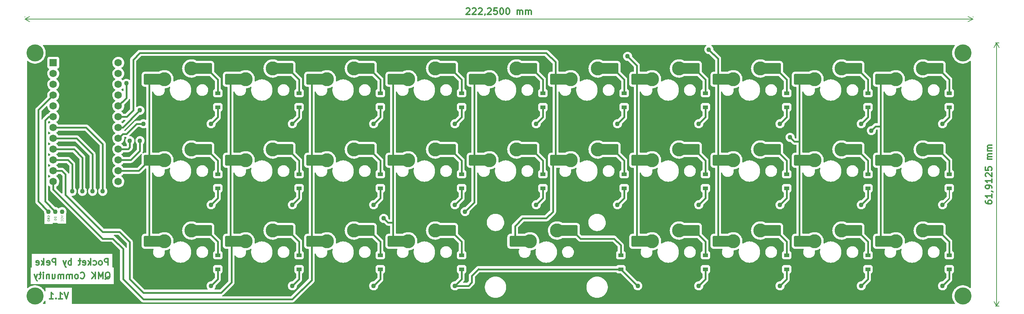
<source format=gbr>
%TF.GenerationSoftware,KiCad,Pcbnew,(6.0.6)*%
%TF.CreationDate,2022-07-19T20:18:06+07:00*%
%TF.ProjectId,pocket,706f636b-6574-42e6-9b69-6361645f7063,rev?*%
%TF.SameCoordinates,Original*%
%TF.FileFunction,Copper,L2,Bot*%
%TF.FilePolarity,Positive*%
%FSLAX46Y46*%
G04 Gerber Fmt 4.6, Leading zero omitted, Abs format (unit mm)*
G04 Created by KiCad (PCBNEW (6.0.6)) date 2022-07-19 20:18:06*
%MOMM*%
%LPD*%
G01*
G04 APERTURE LIST*
G04 Aperture macros list*
%AMRoundRect*
0 Rectangle with rounded corners*
0 $1 Rounding radius*
0 $2 $3 $4 $5 $6 $7 $8 $9 X,Y pos of 4 corners*
0 Add a 4 corners polygon primitive as box body*
4,1,4,$2,$3,$4,$5,$6,$7,$8,$9,$2,$3,0*
0 Add four circle primitives for the rounded corners*
1,1,$1+$1,$2,$3*
1,1,$1+$1,$4,$5*
1,1,$1+$1,$6,$7*
1,1,$1+$1,$8,$9*
0 Add four rect primitives between the rounded corners*
20,1,$1+$1,$2,$3,$4,$5,0*
20,1,$1+$1,$4,$5,$6,$7,0*
20,1,$1+$1,$6,$7,$8,$9,0*
20,1,$1+$1,$8,$9,$2,$3,0*%
G04 Aperture macros list end*
%ADD10C,0.100000*%
%TA.AperFunction,NonConductor*%
%ADD11C,0.100000*%
%TD*%
%ADD12C,0.300000*%
%TA.AperFunction,NonConductor*%
%ADD13C,0.300000*%
%TD*%
%TA.AperFunction,NonConductor*%
%ADD14C,0.200000*%
%TD*%
%TA.AperFunction,SMDPad,CuDef*%
%ADD15RoundRect,0.250000X1.025000X1.000000X-1.025000X1.000000X-1.025000X-1.000000X1.025000X-1.000000X0*%
%TD*%
%TA.AperFunction,SMDPad,CuDef*%
%ADD16R,1.650000X2.500000*%
%TD*%
%TA.AperFunction,ComponentPad*%
%ADD17C,3.300000*%
%TD*%
%TA.AperFunction,SMDPad,CuDef*%
%ADD18R,1.200000X0.900000*%
%TD*%
%TA.AperFunction,ComponentPad*%
%ADD19R,1.752600X1.752600*%
%TD*%
%TA.AperFunction,ComponentPad*%
%ADD20C,1.752600*%
%TD*%
%TA.AperFunction,ViaPad*%
%ADD21C,1.100000*%
%TD*%
%TA.AperFunction,ViaPad*%
%ADD22C,4.000000*%
%TD*%
%TA.AperFunction,Conductor*%
%ADD23C,0.400000*%
%TD*%
%TA.AperFunction,Conductor*%
%ADD24C,0.250000*%
%TD*%
G04 APERTURE END LIST*
D10*
D11*
X52907440Y-101727083D02*
X53407440Y-101893750D01*
X52907440Y-102060416D01*
X53359821Y-102512797D02*
X53383630Y-102488988D01*
X53407440Y-102417559D01*
X53407440Y-102369940D01*
X53383630Y-102298511D01*
X53336011Y-102250892D01*
X53288392Y-102227083D01*
X53193154Y-102203273D01*
X53121726Y-102203273D01*
X53026488Y-102227083D01*
X52978869Y-102250892D01*
X52931250Y-102298511D01*
X52907440Y-102369940D01*
X52907440Y-102417559D01*
X52931250Y-102488988D01*
X52955059Y-102512797D01*
X53359821Y-103012797D02*
X53383630Y-102988988D01*
X53407440Y-102917559D01*
X53407440Y-102869940D01*
X53383630Y-102798511D01*
X53336011Y-102750892D01*
X53288392Y-102727083D01*
X53193154Y-102703273D01*
X53121726Y-102703273D01*
X53026488Y-102727083D01*
X52978869Y-102750892D01*
X52931250Y-102798511D01*
X52907440Y-102869940D01*
X52907440Y-102917559D01*
X52931250Y-102988988D01*
X52955059Y-103012797D01*
D10*
D11*
X51819940Y-102024702D02*
X51319940Y-102024702D01*
X51319940Y-102143750D01*
X51343750Y-102215178D01*
X51391369Y-102262797D01*
X51438988Y-102286607D01*
X51534226Y-102310416D01*
X51605654Y-102310416D01*
X51700892Y-102286607D01*
X51748511Y-102262797D01*
X51796130Y-102215178D01*
X51819940Y-102143750D01*
X51819940Y-102024702D01*
X51319940Y-102619940D02*
X51319940Y-102667559D01*
X51343750Y-102715178D01*
X51367559Y-102738988D01*
X51415178Y-102762797D01*
X51510416Y-102786607D01*
X51629464Y-102786607D01*
X51724702Y-102762797D01*
X51772321Y-102738988D01*
X51796130Y-102715178D01*
X51819940Y-102667559D01*
X51819940Y-102619940D01*
X51796130Y-102572321D01*
X51772321Y-102548511D01*
X51724702Y-102524702D01*
X51629464Y-102500892D01*
X51510416Y-102500892D01*
X51415178Y-102524702D01*
X51367559Y-102548511D01*
X51343750Y-102572321D01*
X51319940Y-102619940D01*
D10*
D11*
X49756250Y-102012797D02*
X49732440Y-101965178D01*
X49732440Y-101893750D01*
X49756250Y-101822321D01*
X49803869Y-101774702D01*
X49851488Y-101750892D01*
X49946726Y-101727083D01*
X50018154Y-101727083D01*
X50113392Y-101750892D01*
X50161011Y-101774702D01*
X50208630Y-101822321D01*
X50232440Y-101893750D01*
X50232440Y-101941369D01*
X50208630Y-102012797D01*
X50184821Y-102036607D01*
X50018154Y-102036607D01*
X50018154Y-101941369D01*
X50232440Y-102250892D02*
X49732440Y-102250892D01*
X50232440Y-102536607D01*
X49732440Y-102536607D01*
X50232440Y-102774702D02*
X49732440Y-102774702D01*
X49732440Y-102893750D01*
X49756250Y-102965178D01*
X49803869Y-103012797D01*
X49851488Y-103036607D01*
X49946726Y-103060416D01*
X50018154Y-103060416D01*
X50113392Y-103036607D01*
X50161011Y-103012797D01*
X50208630Y-102965178D01*
X50232440Y-102893750D01*
X50232440Y-102774702D01*
D12*
D13*
X269634821Y-98289285D02*
X269634821Y-98575000D01*
X269706250Y-98717857D01*
X269777678Y-98789285D01*
X269991964Y-98932142D01*
X270277678Y-99003571D01*
X270849107Y-99003571D01*
X270991964Y-98932142D01*
X271063392Y-98860714D01*
X271134821Y-98717857D01*
X271134821Y-98432142D01*
X271063392Y-98289285D01*
X270991964Y-98217857D01*
X270849107Y-98146428D01*
X270491964Y-98146428D01*
X270349107Y-98217857D01*
X270277678Y-98289285D01*
X270206250Y-98432142D01*
X270206250Y-98717857D01*
X270277678Y-98860714D01*
X270349107Y-98932142D01*
X270491964Y-99003571D01*
X271134821Y-96717857D02*
X271134821Y-97575000D01*
X271134821Y-97146428D02*
X269634821Y-97146428D01*
X269849107Y-97289285D01*
X269991964Y-97432142D01*
X270063392Y-97575000D01*
X271063392Y-96003571D02*
X271134821Y-96003571D01*
X271277678Y-96075000D01*
X271349107Y-96146428D01*
X271134821Y-95289285D02*
X271134821Y-95003571D01*
X271063392Y-94860714D01*
X270991964Y-94789285D01*
X270777678Y-94646428D01*
X270491964Y-94575000D01*
X269920535Y-94575000D01*
X269777678Y-94646428D01*
X269706250Y-94717857D01*
X269634821Y-94860714D01*
X269634821Y-95146428D01*
X269706250Y-95289285D01*
X269777678Y-95360714D01*
X269920535Y-95432142D01*
X270277678Y-95432142D01*
X270420535Y-95360714D01*
X270491964Y-95289285D01*
X270563392Y-95146428D01*
X270563392Y-94860714D01*
X270491964Y-94717857D01*
X270420535Y-94646428D01*
X270277678Y-94575000D01*
X271134821Y-93146428D02*
X271134821Y-94003571D01*
X271134821Y-93575000D02*
X269634821Y-93575000D01*
X269849107Y-93717857D01*
X269991964Y-93860714D01*
X270063392Y-94003571D01*
X269777678Y-92575000D02*
X269706250Y-92503571D01*
X269634821Y-92360714D01*
X269634821Y-92003571D01*
X269706250Y-91860714D01*
X269777678Y-91789285D01*
X269920535Y-91717857D01*
X270063392Y-91717857D01*
X270277678Y-91789285D01*
X271134821Y-92646428D01*
X271134821Y-91717857D01*
X269634821Y-90360714D02*
X269634821Y-91075000D01*
X270349107Y-91146428D01*
X270277678Y-91075000D01*
X270206250Y-90932142D01*
X270206250Y-90575000D01*
X270277678Y-90432142D01*
X270349107Y-90360714D01*
X270491964Y-90289285D01*
X270849107Y-90289285D01*
X270991964Y-90360714D01*
X271063392Y-90432142D01*
X271134821Y-90575000D01*
X271134821Y-90932142D01*
X271063392Y-91075000D01*
X270991964Y-91146428D01*
X271134821Y-88503571D02*
X270134821Y-88503571D01*
X270277678Y-88503571D02*
X270206250Y-88432142D01*
X270134821Y-88289285D01*
X270134821Y-88075000D01*
X270206250Y-87932142D01*
X270349107Y-87860714D01*
X271134821Y-87860714D01*
X270349107Y-87860714D02*
X270206250Y-87789285D01*
X270134821Y-87646428D01*
X270134821Y-87432142D01*
X270206250Y-87289285D01*
X270349107Y-87217857D01*
X271134821Y-87217857D01*
X271134821Y-86503571D02*
X270134821Y-86503571D01*
X270277678Y-86503571D02*
X270206250Y-86432142D01*
X270134821Y-86289285D01*
X270134821Y-86075000D01*
X270206250Y-85932142D01*
X270349107Y-85860714D01*
X271134821Y-85860714D01*
X270349107Y-85860714D02*
X270206250Y-85789285D01*
X270134821Y-85646428D01*
X270134821Y-85432142D01*
X270206250Y-85289285D01*
X270349107Y-85217857D01*
X271134821Y-85217857D01*
D14*
X271962500Y-61118750D02*
X272842670Y-61118750D01*
X271962500Y-123031250D02*
X272842670Y-123031250D01*
X272256250Y-61118750D02*
X272256250Y-123031250D01*
X272256250Y-61118750D02*
X272256250Y-123031250D01*
X272256250Y-61118750D02*
X271669829Y-62245254D01*
X272256250Y-61118750D02*
X272842671Y-62245254D01*
X272256250Y-123031250D02*
X272842671Y-121904746D01*
X272256250Y-123031250D02*
X271669829Y-121904746D01*
D12*
D13*
X147932142Y-53083928D02*
X148003571Y-53012500D01*
X148146428Y-52941071D01*
X148503571Y-52941071D01*
X148646428Y-53012500D01*
X148717857Y-53083928D01*
X148789285Y-53226785D01*
X148789285Y-53369642D01*
X148717857Y-53583928D01*
X147860714Y-54441071D01*
X148789285Y-54441071D01*
X149360714Y-53083928D02*
X149432142Y-53012500D01*
X149575000Y-52941071D01*
X149932142Y-52941071D01*
X150075000Y-53012500D01*
X150146428Y-53083928D01*
X150217857Y-53226785D01*
X150217857Y-53369642D01*
X150146428Y-53583928D01*
X149289285Y-54441071D01*
X150217857Y-54441071D01*
X150789285Y-53083928D02*
X150860714Y-53012500D01*
X151003571Y-52941071D01*
X151360714Y-52941071D01*
X151503571Y-53012500D01*
X151575000Y-53083928D01*
X151646428Y-53226785D01*
X151646428Y-53369642D01*
X151575000Y-53583928D01*
X150717857Y-54441071D01*
X151646428Y-54441071D01*
X152360714Y-54369642D02*
X152360714Y-54441071D01*
X152289285Y-54583928D01*
X152217857Y-54655357D01*
X152932142Y-53083928D02*
X153003571Y-53012500D01*
X153146428Y-52941071D01*
X153503571Y-52941071D01*
X153646428Y-53012500D01*
X153717857Y-53083928D01*
X153789285Y-53226785D01*
X153789285Y-53369642D01*
X153717857Y-53583928D01*
X152860714Y-54441071D01*
X153789285Y-54441071D01*
X155146428Y-52941071D02*
X154432142Y-52941071D01*
X154360714Y-53655357D01*
X154432142Y-53583928D01*
X154575000Y-53512500D01*
X154932142Y-53512500D01*
X155075000Y-53583928D01*
X155146428Y-53655357D01*
X155217857Y-53798214D01*
X155217857Y-54155357D01*
X155146428Y-54298214D01*
X155075000Y-54369642D01*
X154932142Y-54441071D01*
X154575000Y-54441071D01*
X154432142Y-54369642D01*
X154360714Y-54298214D01*
X156146428Y-52941071D02*
X156289285Y-52941071D01*
X156432142Y-53012500D01*
X156503571Y-53083928D01*
X156575000Y-53226785D01*
X156646428Y-53512500D01*
X156646428Y-53869642D01*
X156575000Y-54155357D01*
X156503571Y-54298214D01*
X156432142Y-54369642D01*
X156289285Y-54441071D01*
X156146428Y-54441071D01*
X156003571Y-54369642D01*
X155932142Y-54298214D01*
X155860714Y-54155357D01*
X155789285Y-53869642D01*
X155789285Y-53512500D01*
X155860714Y-53226785D01*
X155932142Y-53083928D01*
X156003571Y-53012500D01*
X156146428Y-52941071D01*
X157575000Y-52941071D02*
X157717857Y-52941071D01*
X157860714Y-53012500D01*
X157932142Y-53083928D01*
X158003571Y-53226785D01*
X158075000Y-53512500D01*
X158075000Y-53869642D01*
X158003571Y-54155357D01*
X157932142Y-54298214D01*
X157860714Y-54369642D01*
X157717857Y-54441071D01*
X157575000Y-54441071D01*
X157432142Y-54369642D01*
X157360714Y-54298214D01*
X157289285Y-54155357D01*
X157217857Y-53869642D01*
X157217857Y-53512500D01*
X157289285Y-53226785D01*
X157360714Y-53083928D01*
X157432142Y-53012500D01*
X157575000Y-52941071D01*
X159860714Y-54441071D02*
X159860714Y-53441071D01*
X159860714Y-53583928D02*
X159932142Y-53512500D01*
X160075000Y-53441071D01*
X160289285Y-53441071D01*
X160432142Y-53512500D01*
X160503571Y-53655357D01*
X160503571Y-54441071D01*
X160503571Y-53655357D02*
X160575000Y-53512500D01*
X160717857Y-53441071D01*
X160932142Y-53441071D01*
X161075000Y-53512500D01*
X161146428Y-53655357D01*
X161146428Y-54441071D01*
X161860714Y-54441071D02*
X161860714Y-53441071D01*
X161860714Y-53583928D02*
X161932142Y-53512500D01*
X162075000Y-53441071D01*
X162289285Y-53441071D01*
X162432142Y-53512500D01*
X162503571Y-53655357D01*
X162503571Y-54441071D01*
X162503571Y-53655357D02*
X162575000Y-53512500D01*
X162717857Y-53441071D01*
X162932142Y-53441071D01*
X163075000Y-53512500D01*
X163146428Y-53655357D01*
X163146428Y-54441071D01*
D14*
X44450000Y-55062500D02*
X44450000Y-54976080D01*
X266700000Y-55062500D02*
X266700000Y-54976080D01*
X44450000Y-55562500D02*
X266700000Y-55562500D01*
X44450000Y-55562500D02*
X266700000Y-55562500D01*
X44450000Y-55562500D02*
X45576504Y-56148921D01*
X44450000Y-55562500D02*
X45576504Y-54976079D01*
X266700000Y-55562500D02*
X265573496Y-54976079D01*
X266700000Y-55562500D02*
X265573496Y-56148921D01*
D12*
D13*
X63991071Y-113391071D02*
X63991071Y-111891071D01*
X63419642Y-111891071D01*
X63276785Y-111962500D01*
X63205357Y-112033928D01*
X63133928Y-112176785D01*
X63133928Y-112391071D01*
X63205357Y-112533928D01*
X63276785Y-112605357D01*
X63419642Y-112676785D01*
X63991071Y-112676785D01*
X62276785Y-113391071D02*
X62419642Y-113319642D01*
X62491071Y-113248214D01*
X62562500Y-113105357D01*
X62562500Y-112676785D01*
X62491071Y-112533928D01*
X62419642Y-112462500D01*
X62276785Y-112391071D01*
X62062500Y-112391071D01*
X61919642Y-112462500D01*
X61848214Y-112533928D01*
X61776785Y-112676785D01*
X61776785Y-113105357D01*
X61848214Y-113248214D01*
X61919642Y-113319642D01*
X62062500Y-113391071D01*
X62276785Y-113391071D01*
X60491071Y-113319642D02*
X60633928Y-113391071D01*
X60919642Y-113391071D01*
X61062500Y-113319642D01*
X61133928Y-113248214D01*
X61205357Y-113105357D01*
X61205357Y-112676785D01*
X61133928Y-112533928D01*
X61062500Y-112462500D01*
X60919642Y-112391071D01*
X60633928Y-112391071D01*
X60491071Y-112462500D01*
X59848214Y-113391071D02*
X59848214Y-111891071D01*
X59705357Y-112819642D02*
X59276785Y-113391071D01*
X59276785Y-112391071D02*
X59848214Y-112962500D01*
X58062500Y-113319642D02*
X58205357Y-113391071D01*
X58491071Y-113391071D01*
X58633928Y-113319642D01*
X58705357Y-113176785D01*
X58705357Y-112605357D01*
X58633928Y-112462500D01*
X58491071Y-112391071D01*
X58205357Y-112391071D01*
X58062500Y-112462500D01*
X57991071Y-112605357D01*
X57991071Y-112748214D01*
X58705357Y-112891071D01*
X57562500Y-112391071D02*
X56991071Y-112391071D01*
X57348214Y-111891071D02*
X57348214Y-113176785D01*
X57276785Y-113319642D01*
X57133928Y-113391071D01*
X56991071Y-113391071D01*
X55348214Y-113391071D02*
X55348214Y-111891071D01*
X55348214Y-112462500D02*
X55205357Y-112391071D01*
X54919642Y-112391071D01*
X54776785Y-112462500D01*
X54705357Y-112533928D01*
X54633928Y-112676785D01*
X54633928Y-113105357D01*
X54705357Y-113248214D01*
X54776785Y-113319642D01*
X54919642Y-113391071D01*
X55205357Y-113391071D01*
X55348214Y-113319642D01*
X54133928Y-112391071D02*
X53776785Y-113391071D01*
X53419642Y-112391071D02*
X53776785Y-113391071D01*
X53919642Y-113748214D01*
X53991071Y-113819642D01*
X54133928Y-113891071D01*
X51705357Y-113391071D02*
X51705357Y-111891071D01*
X51133928Y-111891071D01*
X50991071Y-111962500D01*
X50919642Y-112033928D01*
X50848214Y-112176785D01*
X50848214Y-112391071D01*
X50919642Y-112533928D01*
X50991071Y-112605357D01*
X51133928Y-112676785D01*
X51705357Y-112676785D01*
X49633928Y-113319642D02*
X49776785Y-113391071D01*
X50062500Y-113391071D01*
X50205357Y-113319642D01*
X50276785Y-113176785D01*
X50276785Y-112605357D01*
X50205357Y-112462500D01*
X50062500Y-112391071D01*
X49776785Y-112391071D01*
X49633928Y-112462500D01*
X49562500Y-112605357D01*
X49562500Y-112748214D01*
X50276785Y-112891071D01*
X48919642Y-113391071D02*
X48919642Y-111891071D01*
X48776785Y-112819642D02*
X48348214Y-113391071D01*
X48348214Y-112391071D02*
X48919642Y-112962500D01*
X47133928Y-113319642D02*
X47276785Y-113391071D01*
X47562500Y-113391071D01*
X47705357Y-113319642D01*
X47776785Y-113176785D01*
X47776785Y-112605357D01*
X47705357Y-112462500D01*
X47562500Y-112391071D01*
X47276785Y-112391071D01*
X47133928Y-112462500D01*
X47062500Y-112605357D01*
X47062500Y-112748214D01*
X47776785Y-112891071D01*
D12*
D13*
X63312500Y-116708928D02*
X63455357Y-116637500D01*
X63598214Y-116494642D01*
X63812500Y-116280357D01*
X63955357Y-116208928D01*
X64098214Y-116208928D01*
X64026785Y-116566071D02*
X64169642Y-116494642D01*
X64312500Y-116351785D01*
X64383928Y-116066071D01*
X64383928Y-115566071D01*
X64312500Y-115280357D01*
X64169642Y-115137500D01*
X64026785Y-115066071D01*
X63741071Y-115066071D01*
X63598214Y-115137500D01*
X63455357Y-115280357D01*
X63383928Y-115566071D01*
X63383928Y-116066071D01*
X63455357Y-116351785D01*
X63598214Y-116494642D01*
X63741071Y-116566071D01*
X64026785Y-116566071D01*
X62741071Y-116566071D02*
X62741071Y-115066071D01*
X62241071Y-116137500D01*
X61741071Y-115066071D01*
X61741071Y-116566071D01*
X61026785Y-116566071D02*
X61026785Y-115066071D01*
X60169642Y-116566071D02*
X60812500Y-115708928D01*
X60169642Y-115066071D02*
X61026785Y-115923214D01*
X57526785Y-116423214D02*
X57598214Y-116494642D01*
X57812500Y-116566071D01*
X57955357Y-116566071D01*
X58169642Y-116494642D01*
X58312500Y-116351785D01*
X58383928Y-116208928D01*
X58455357Y-115923214D01*
X58455357Y-115708928D01*
X58383928Y-115423214D01*
X58312500Y-115280357D01*
X58169642Y-115137500D01*
X57955357Y-115066071D01*
X57812500Y-115066071D01*
X57598214Y-115137500D01*
X57526785Y-115208928D01*
X56669642Y-116566071D02*
X56812500Y-116494642D01*
X56883928Y-116423214D01*
X56955357Y-116280357D01*
X56955357Y-115851785D01*
X56883928Y-115708928D01*
X56812500Y-115637500D01*
X56669642Y-115566071D01*
X56455357Y-115566071D01*
X56312500Y-115637500D01*
X56241071Y-115708928D01*
X56169642Y-115851785D01*
X56169642Y-116280357D01*
X56241071Y-116423214D01*
X56312500Y-116494642D01*
X56455357Y-116566071D01*
X56669642Y-116566071D01*
X55526785Y-116566071D02*
X55526785Y-115566071D01*
X55526785Y-115708928D02*
X55455357Y-115637500D01*
X55312500Y-115566071D01*
X55098214Y-115566071D01*
X54955357Y-115637500D01*
X54883928Y-115780357D01*
X54883928Y-116566071D01*
X54883928Y-115780357D02*
X54812500Y-115637500D01*
X54669642Y-115566071D01*
X54455357Y-115566071D01*
X54312500Y-115637500D01*
X54241071Y-115780357D01*
X54241071Y-116566071D01*
X53526785Y-116566071D02*
X53526785Y-115566071D01*
X53526785Y-115708928D02*
X53455357Y-115637500D01*
X53312500Y-115566071D01*
X53098214Y-115566071D01*
X52955357Y-115637500D01*
X52883928Y-115780357D01*
X52883928Y-116566071D01*
X52883928Y-115780357D02*
X52812500Y-115637500D01*
X52669642Y-115566071D01*
X52455357Y-115566071D01*
X52312500Y-115637500D01*
X52241071Y-115780357D01*
X52241071Y-116566071D01*
X50883928Y-115566071D02*
X50883928Y-116566071D01*
X51526785Y-115566071D02*
X51526785Y-116351785D01*
X51455357Y-116494642D01*
X51312500Y-116566071D01*
X51098214Y-116566071D01*
X50955357Y-116494642D01*
X50883928Y-116423214D01*
X50169642Y-115566071D02*
X50169642Y-116566071D01*
X50169642Y-115708928D02*
X50098214Y-115637500D01*
X49955357Y-115566071D01*
X49741071Y-115566071D01*
X49598214Y-115637500D01*
X49526785Y-115780357D01*
X49526785Y-116566071D01*
X48812500Y-116566071D02*
X48812500Y-115566071D01*
X48812500Y-115066071D02*
X48883928Y-115137500D01*
X48812500Y-115208928D01*
X48741071Y-115137500D01*
X48812500Y-115066071D01*
X48812500Y-115208928D01*
X48312500Y-115566071D02*
X47741071Y-115566071D01*
X48098214Y-115066071D02*
X48098214Y-116351785D01*
X48026785Y-116494642D01*
X47883928Y-116566071D01*
X47741071Y-116566071D01*
X47383928Y-115566071D02*
X47026785Y-116566071D01*
X46669642Y-115566071D02*
X47026785Y-116566071D01*
X47169642Y-116923214D01*
X47241071Y-116994642D01*
X47383928Y-117066071D01*
D12*
D13*
X54673214Y-119828571D02*
X54173214Y-121328571D01*
X53673214Y-119828571D01*
X52387500Y-121328571D02*
X53244642Y-121328571D01*
X52816071Y-121328571D02*
X52816071Y-119828571D01*
X52958928Y-120042857D01*
X53101785Y-120185714D01*
X53244642Y-120257142D01*
X51744642Y-121185714D02*
X51673214Y-121257142D01*
X51744642Y-121328571D01*
X51816071Y-121257142D01*
X51744642Y-121185714D01*
X51744642Y-121328571D01*
X50244642Y-121328571D02*
X51101785Y-121328571D01*
X50673214Y-121328571D02*
X50673214Y-119828571D01*
X50816071Y-120042857D01*
X50958928Y-120185714D01*
X51101785Y-120257142D01*
D15*
%TO.P,SW25,1,1*%
%TO.N,F5*%
X159327500Y-107791250D03*
D16*
X161052500Y-107791250D03*
D17*
X162877500Y-107791250D03*
D15*
%TO.P,SW25,2,2*%
%TO.N,Net-(D25-Pad2)*%
X172777500Y-105251250D03*
D16*
X171027500Y-105251250D03*
D17*
X169227500Y-105251250D03*
%TD*%
%TO.P,SW16,1,1*%
%TO.N,C6*%
X153352500Y-88741250D03*
D16*
X151527500Y-88741250D03*
D15*
X149802500Y-88741250D03*
D17*
%TO.P,SW16,2,2*%
%TO.N,Net-(SW16-Pad2)*%
X159702500Y-86201250D03*
D16*
X161502500Y-86201250D03*
D15*
X163252500Y-86201250D03*
%TD*%
D17*
%TO.P,SW29,1,1*%
%TO.N,B2*%
X77152500Y-107791250D03*
D16*
X75327500Y-107791250D03*
D15*
X73602500Y-107791250D03*
%TO.P,SW29,2,2*%
%TO.N,Net-(SW29-Pad2)*%
X87052500Y-105251250D03*
D16*
X85302500Y-105251250D03*
D17*
X83502500Y-105251250D03*
%TD*%
D18*
%TO.P,D1,1,K*%
%TO.N,F7*%
X261143750Y-76262500D03*
%TO.P,D1,2,A*%
%TO.N,Net-(SW1-Pad2)*%
X261143750Y-72962500D03*
%TD*%
%TO.P,D5,1,K*%
%TO.N,F7*%
X184943750Y-76262500D03*
%TO.P,D5,2,A*%
%TO.N,Net-(SW5-Pad2)*%
X184943750Y-72962500D03*
%TD*%
D17*
%TO.P,SW18,2,2*%
%TO.N,Net-(SW18-Pad2)*%
X121602500Y-86201250D03*
D16*
X123402500Y-86201250D03*
D15*
X125152500Y-86201250D03*
D17*
%TO.P,SW18,1,1*%
%TO.N,B5*%
X115252500Y-88741250D03*
D15*
X111702500Y-88741250D03*
D16*
X113427500Y-88741250D03*
%TD*%
D18*
%TO.P,D6,1,K*%
%TO.N,F7*%
X165893750Y-76262500D03*
%TO.P,D6,2,A*%
%TO.N,Net-(SW6-Pad2)*%
X165893750Y-72962500D03*
%TD*%
D16*
%TO.P,SW13,1,1*%
%TO.N,F4*%
X208677500Y-88741250D03*
D17*
X210502500Y-88741250D03*
D15*
X206952500Y-88741250D03*
%TO.P,SW13,2,2*%
%TO.N,Net-(SW13-Pad2)*%
X220402500Y-86201250D03*
D16*
X218652500Y-86201250D03*
D17*
X216852500Y-86201250D03*
%TD*%
D18*
%TO.P,D21,1,K*%
%TO.N,E6*%
X261143750Y-114362500D03*
%TO.P,D21,2,A*%
%TO.N,Net-(D21-Pad2)*%
X261143750Y-111062500D03*
%TD*%
D15*
%TO.P,SW9,1,1*%
%TO.N,B4*%
X92652500Y-69691250D03*
D17*
X96202500Y-69691250D03*
D16*
X94377500Y-69691250D03*
%TO.P,SW9,2,2*%
%TO.N,Net-(SW9-Pad2)*%
X104352500Y-67151250D03*
D17*
X102552500Y-67151250D03*
D15*
X106102500Y-67151250D03*
%TD*%
D16*
%TO.P,SW3,1,1*%
%TO.N,F4*%
X208677500Y-69691250D03*
D15*
X206952500Y-69691250D03*
D17*
X210502500Y-69691250D03*
D15*
%TO.P,SW3,2,2*%
%TO.N,Net-(SW3-Pad2)*%
X220402500Y-67151250D03*
D16*
X218652500Y-67151250D03*
D17*
X216852500Y-67151250D03*
%TD*%
D18*
%TO.P,D22,1,K*%
%TO.N,E6*%
X242093750Y-114362500D03*
%TO.P,D22,2,A*%
%TO.N,Net-(SW22-Pad2)*%
X242093750Y-111062500D03*
%TD*%
D16*
%TO.P,SW10,1,1*%
%TO.N,B2*%
X75327500Y-69691250D03*
D15*
X73602500Y-69691250D03*
D17*
X77152500Y-69691250D03*
D16*
%TO.P,SW10,2,2*%
%TO.N,Net-(D10-Pad2)*%
X85302500Y-67151250D03*
D17*
X83502500Y-67151250D03*
D15*
X87052500Y-67151250D03*
%TD*%
D17*
%TO.P,SW7,1,1*%
%TO.N,D7*%
X134302500Y-69691250D03*
D15*
X130752500Y-69691250D03*
D16*
X132477500Y-69691250D03*
D17*
%TO.P,SW7,2,2*%
%TO.N,Net-(D7-Pad2)*%
X140652500Y-67151250D03*
D15*
X144202500Y-67151250D03*
D16*
X142452500Y-67151250D03*
%TD*%
%TO.P,SW23,1,1*%
%TO.N,F4*%
X208677500Y-107791250D03*
D17*
X210502500Y-107791250D03*
D15*
X206952500Y-107791250D03*
D16*
%TO.P,SW23,2,2*%
%TO.N,Net-(SW23-Pad2)*%
X218652500Y-105251250D03*
D17*
X216852500Y-105251250D03*
D15*
X220402500Y-105251250D03*
%TD*%
D18*
%TO.P,D4,1,K*%
%TO.N,F7*%
X203993750Y-76262500D03*
%TO.P,D4,2,A*%
%TO.N,Net-(SW4-Pad2)*%
X203993750Y-72962500D03*
%TD*%
D16*
%TO.P,SW26,1,1*%
%TO.N,D7*%
X132477500Y-107791250D03*
D15*
X130752500Y-107791250D03*
D17*
X134302500Y-107791250D03*
D15*
%TO.P,SW26,2,2*%
%TO.N,Net-(D26-Pad2)*%
X144202500Y-105251250D03*
D16*
X142452500Y-105251250D03*
D17*
X140652500Y-105251250D03*
%TD*%
D18*
%TO.P,D7,1,K*%
%TO.N,F7*%
X146843750Y-76262500D03*
%TO.P,D7,2,A*%
%TO.N,Net-(D7-Pad2)*%
X146843750Y-72962500D03*
%TD*%
D19*
%TO.P,U1,1,TX0/PD3*%
%TO.N,unconnected-(U1-Pad1)*%
X51117500Y-65804250D03*
D20*
%TO.P,U1,2,RX1/PD2*%
%TO.N,unconnected-(U1-Pad2)*%
X51117500Y-68344250D03*
%TO.P,U1,3,GND*%
%TO.N,unconnected-(U1-Pad3)*%
X51117500Y-70884250D03*
%TO.P,U1,4,GND*%
%TO.N,unconnected-(U1-Pad4)*%
X51117500Y-73424250D03*
%TO.P,U1,5,2/PD1*%
%TO.N,unconnected-(U1-Pad5)*%
X51117500Y-75964250D03*
%TO.P,U1,6,3/PD0*%
%TO.N,unconnected-(U1-Pad6)*%
X51117500Y-78504250D03*
%TO.P,U1,7,4/PD4*%
%TO.N,D4*%
X51117500Y-81044250D03*
%TO.P,U1,8,5/PC6*%
%TO.N,C6*%
X51117500Y-83584250D03*
%TO.P,U1,9,6/PD7*%
%TO.N,D7*%
X51117500Y-86124250D03*
%TO.P,U1,10,7/PE6*%
%TO.N,E6*%
X51117500Y-88664250D03*
%TO.P,U1,11,8/PB4*%
%TO.N,B4*%
X51117500Y-91204250D03*
%TO.P,U1,12,9/PB5*%
%TO.N,B5*%
X51117500Y-93744250D03*
%TO.P,U1,13,10/PB6*%
%TO.N,unconnected-(U1-Pad13)*%
X66357500Y-93744250D03*
%TO.P,U1,14,16/PB2*%
%TO.N,B2*%
X66357500Y-91204250D03*
%TO.P,U1,15,14/PB3*%
%TO.N,B3*%
X66357500Y-88664250D03*
%TO.P,U1,16,15/PB1*%
%TO.N,B1*%
X66357500Y-86124250D03*
%TO.P,U1,17,A0/PF7*%
%TO.N,F7*%
X66357500Y-83584250D03*
%TO.P,U1,18,A1/PF6*%
%TO.N,F6*%
X66357500Y-81044250D03*
%TO.P,U1,19,A2/PF5*%
%TO.N,F5*%
X66357500Y-78504250D03*
%TO.P,U1,20,A3/PF4*%
%TO.N,F4*%
X66357500Y-75964250D03*
%TO.P,U1,21,VCC*%
%TO.N,unconnected-(U1-Pad21)*%
X66357500Y-73424250D03*
%TO.P,U1,22,RST*%
%TO.N,unconnected-(U1-Pad22)*%
X66357500Y-70884250D03*
%TO.P,U1,23,GND*%
%TO.N,unconnected-(U1-Pad23)*%
X66357500Y-68344250D03*
%TO.P,U1,24,RAW*%
%TO.N,unconnected-(U1-Pad24)*%
X66357500Y-65804250D03*
%TD*%
D18*
%TO.P,D12,1,K*%
%TO.N,D4*%
X242093750Y-95312500D03*
%TO.P,D12,2,A*%
%TO.N,Net-(SW12-Pad2)*%
X242093750Y-92012500D03*
%TD*%
%TO.P,D24,1,K*%
%TO.N,E6*%
X203993750Y-114362500D03*
%TO.P,D24,2,A*%
%TO.N,Net-(SW24-Pad2)*%
X203993750Y-111062500D03*
%TD*%
%TO.P,D23,1,K*%
%TO.N,E6*%
X223043750Y-114362500D03*
%TO.P,D23,2,A*%
%TO.N,Net-(SW23-Pad2)*%
X223043750Y-111062500D03*
%TD*%
%TO.P,D14,1,K*%
%TO.N,D4*%
X203993750Y-95312500D03*
%TO.P,D14,2,A*%
%TO.N,Net-(SW14-Pad2)*%
X203993750Y-92012500D03*
%TD*%
%TO.P,D10,1,K*%
%TO.N,F7*%
X89693750Y-76262500D03*
%TO.P,D10,2,A*%
%TO.N,Net-(D10-Pad2)*%
X89693750Y-72962500D03*
%TD*%
%TO.P,D27,1,K*%
%TO.N,E6*%
X127793750Y-114362500D03*
%TO.P,D27,2,A*%
%TO.N,Net-(D27-Pad2)*%
X127793750Y-111062500D03*
%TD*%
%TO.P,D19,1,K*%
%TO.N,D4*%
X108743750Y-95312500D03*
%TO.P,D19,2,A*%
%TO.N,Net-(SW19-Pad2)*%
X108743750Y-92012500D03*
%TD*%
D15*
%TO.P,SW24,1,1*%
%TO.N,F6*%
X187902500Y-107791250D03*
D16*
X189627500Y-107791250D03*
D17*
X191452500Y-107791250D03*
D16*
%TO.P,SW24,2,2*%
%TO.N,Net-(SW24-Pad2)*%
X199602500Y-105251250D03*
D17*
X197802500Y-105251250D03*
D15*
X201352500Y-105251250D03*
%TD*%
D18*
%TO.P,D28,1,K*%
%TO.N,E6*%
X108743750Y-114362500D03*
%TO.P,D28,2,A*%
%TO.N,Net-(SW28-Pad2)*%
X108743750Y-111062500D03*
%TD*%
D16*
%TO.P,SW15,1,1*%
%TO.N,F5*%
X170577500Y-88741250D03*
D15*
X168852500Y-88741250D03*
D17*
X172402500Y-88741250D03*
D16*
%TO.P,SW15,2,2*%
%TO.N,Net-(SW15-Pad2)*%
X180552500Y-86201250D03*
D17*
X178752500Y-86201250D03*
D15*
X182302500Y-86201250D03*
%TD*%
D17*
%TO.P,SW17,1,1*%
%TO.N,D7*%
X134302500Y-88741250D03*
D16*
X132477500Y-88741250D03*
D15*
X130752500Y-88741250D03*
D16*
%TO.P,SW17,2,2*%
%TO.N,Net-(D17-Pad2)*%
X142452500Y-86201250D03*
D15*
X144202500Y-86201250D03*
D17*
X140652500Y-86201250D03*
%TD*%
D15*
%TO.P,SW19,1,1*%
%TO.N,B4*%
X92652500Y-88741250D03*
D17*
X96202500Y-88741250D03*
D16*
X94377500Y-88741250D03*
D17*
%TO.P,SW19,2,2*%
%TO.N,Net-(SW19-Pad2)*%
X102552500Y-86201250D03*
D15*
X106102500Y-86201250D03*
D16*
X104352500Y-86201250D03*
%TD*%
D18*
%TO.P,D9,2,A*%
%TO.N,Net-(SW9-Pad2)*%
X108743750Y-72962500D03*
%TO.P,D9,1,K*%
%TO.N,F7*%
X108743750Y-76262500D03*
%TD*%
%TO.P,D20,1,K*%
%TO.N,D4*%
X89693750Y-95312500D03*
%TO.P,D20,2,A*%
%TO.N,Net-(SW20-Pad2)*%
X89693750Y-92012500D03*
%TD*%
D17*
%TO.P,SW22,1,1*%
%TO.N,B3*%
X229552500Y-107791250D03*
D16*
X227727500Y-107791250D03*
D15*
X226002500Y-107791250D03*
D17*
%TO.P,SW22,2,2*%
%TO.N,Net-(SW22-Pad2)*%
X235902500Y-105251250D03*
D15*
X239452500Y-105251250D03*
D16*
X237702500Y-105251250D03*
%TD*%
%TO.P,SW12,1,1*%
%TO.N,B3*%
X227727500Y-88741250D03*
D17*
X229552500Y-88741250D03*
D15*
X226002500Y-88741250D03*
D17*
%TO.P,SW12,2,2*%
%TO.N,Net-(SW12-Pad2)*%
X235902500Y-86201250D03*
D15*
X239452500Y-86201250D03*
D16*
X237702500Y-86201250D03*
%TD*%
D15*
%TO.P,SW6,1,1*%
%TO.N,C6*%
X149802500Y-69691250D03*
D16*
X151527500Y-69691250D03*
D17*
X153352500Y-69691250D03*
%TO.P,SW6,2,2*%
%TO.N,Net-(SW6-Pad2)*%
X159702500Y-67151250D03*
D15*
X163252500Y-67151250D03*
D16*
X161502500Y-67151250D03*
%TD*%
D18*
%TO.P,D29,1,K*%
%TO.N,E6*%
X89693750Y-114362500D03*
%TO.P,D29,2,A*%
%TO.N,Net-(SW29-Pad2)*%
X89693750Y-111062500D03*
%TD*%
D16*
%TO.P,SW21,1,1*%
%TO.N,B1*%
X246777500Y-107791250D03*
D15*
X245052500Y-107791250D03*
D17*
X248602500Y-107791250D03*
D15*
%TO.P,SW21,2,2*%
%TO.N,Net-(D21-Pad2)*%
X258502500Y-105251250D03*
D16*
X256752500Y-105251250D03*
D17*
X254952500Y-105251250D03*
%TD*%
D18*
%TO.P,D3,1,K*%
%TO.N,F7*%
X223043750Y-76262500D03*
%TO.P,D3,2,A*%
%TO.N,Net-(SW3-Pad2)*%
X223043750Y-72962500D03*
%TD*%
%TO.P,D15,1,K*%
%TO.N,D4*%
X184943750Y-95312500D03*
%TO.P,D15,2,A*%
%TO.N,Net-(SW15-Pad2)*%
X184943750Y-92012500D03*
%TD*%
D17*
%TO.P,SW8,1,1*%
%TO.N,B5*%
X115252500Y-69691250D03*
D15*
X111702500Y-69691250D03*
D16*
X113427500Y-69691250D03*
D15*
%TO.P,SW8,2,2*%
%TO.N,Net-(D8-Pad2)*%
X125152500Y-67151250D03*
D17*
X121602500Y-67151250D03*
D16*
X123402500Y-67151250D03*
%TD*%
D18*
%TO.P,D25,1,K*%
%TO.N,E6*%
X184150000Y-114362500D03*
%TO.P,D25,2,A*%
%TO.N,Net-(D25-Pad2)*%
X184150000Y-111062500D03*
%TD*%
D16*
%TO.P,SW4,1,1*%
%TO.N,F6*%
X189627500Y-69691250D03*
D15*
X187902500Y-69691250D03*
D17*
X191452500Y-69691250D03*
D15*
%TO.P,SW4,2,2*%
%TO.N,Net-(SW4-Pad2)*%
X201352500Y-67151250D03*
D17*
X197802500Y-67151250D03*
D16*
X199602500Y-67151250D03*
%TD*%
D18*
%TO.P,D16,1,K*%
%TO.N,D4*%
X165893750Y-95312500D03*
%TO.P,D16,2,A*%
%TO.N,Net-(SW16-Pad2)*%
X165893750Y-92012500D03*
%TD*%
D17*
%TO.P,SW1,1,1*%
%TO.N,B1*%
X248602500Y-69691250D03*
D15*
X245052500Y-69691250D03*
D16*
X246777500Y-69691250D03*
D15*
%TO.P,SW1,2,2*%
%TO.N,Net-(SW1-Pad2)*%
X258502500Y-67151250D03*
D16*
X256752500Y-67151250D03*
D17*
X254952500Y-67151250D03*
%TD*%
D18*
%TO.P,D13,1,K*%
%TO.N,D4*%
X223043750Y-95312500D03*
%TO.P,D13,2,A*%
%TO.N,Net-(SW13-Pad2)*%
X223043750Y-92012500D03*
%TD*%
%TO.P,D11,1,K*%
%TO.N,D4*%
X261143750Y-95312500D03*
%TO.P,D11,2,A*%
%TO.N,Net-(SW11-Pad2)*%
X261143750Y-92012500D03*
%TD*%
%TO.P,D26,1,K*%
%TO.N,E6*%
X146843750Y-114362500D03*
%TO.P,D26,2,A*%
%TO.N,Net-(D26-Pad2)*%
X146843750Y-111062500D03*
%TD*%
D17*
%TO.P,SW14,1,1*%
%TO.N,F6*%
X191452500Y-88741250D03*
D16*
X189627500Y-88741250D03*
D15*
X187902500Y-88741250D03*
D17*
%TO.P,SW14,2,2*%
%TO.N,Net-(SW14-Pad2)*%
X197802500Y-86201250D03*
D16*
X199602500Y-86201250D03*
D15*
X201352500Y-86201250D03*
%TD*%
D17*
%TO.P,SW28,1,1*%
%TO.N,B4*%
X96202500Y-107791250D03*
D15*
X92652500Y-107791250D03*
D16*
X94377500Y-107791250D03*
D15*
%TO.P,SW28,2,2*%
%TO.N,Net-(SW28-Pad2)*%
X106102500Y-105251250D03*
D17*
X102552500Y-105251250D03*
D16*
X104352500Y-105251250D03*
%TD*%
%TO.P,SW5,1,1*%
%TO.N,F5*%
X170577500Y-69691250D03*
D17*
X172402500Y-69691250D03*
D15*
X168852500Y-69691250D03*
D17*
%TO.P,SW5,2,2*%
%TO.N,Net-(SW5-Pad2)*%
X178752500Y-67151250D03*
D16*
X180552500Y-67151250D03*
D15*
X182302500Y-67151250D03*
%TD*%
D18*
%TO.P,D2,1,K*%
%TO.N,F7*%
X242093750Y-76262500D03*
%TO.P,D2,2,A*%
%TO.N,Net-(SW2-Pad2)*%
X242093750Y-72962500D03*
%TD*%
D17*
%TO.P,SW11,1,1*%
%TO.N,B1*%
X248602500Y-88741250D03*
D15*
X245052500Y-88741250D03*
D16*
X246777500Y-88741250D03*
D17*
%TO.P,SW11,2,2*%
%TO.N,Net-(SW11-Pad2)*%
X254952500Y-86201250D03*
D16*
X256752500Y-86201250D03*
D15*
X258502500Y-86201250D03*
%TD*%
%TO.P,SW2,1,1*%
%TO.N,B3*%
X226002500Y-69691250D03*
D16*
X227727500Y-69691250D03*
D17*
X229552500Y-69691250D03*
D16*
%TO.P,SW2,2,2*%
%TO.N,Net-(SW2-Pad2)*%
X237702500Y-67151250D03*
D15*
X239452500Y-67151250D03*
D17*
X235902500Y-67151250D03*
%TD*%
D16*
%TO.P,SW20,1,1*%
%TO.N,B2*%
X75327500Y-88741250D03*
D15*
X73602500Y-88741250D03*
D17*
X77152500Y-88741250D03*
D16*
%TO.P,SW20,2,2*%
%TO.N,Net-(SW20-Pad2)*%
X85302500Y-86201250D03*
D15*
X87052500Y-86201250D03*
D17*
X83502500Y-86201250D03*
%TD*%
D18*
%TO.P,D8,1,K*%
%TO.N,F7*%
X127793750Y-76262500D03*
%TO.P,D8,2,A*%
%TO.N,Net-(D8-Pad2)*%
X127793750Y-72962500D03*
%TD*%
%TO.P,D17,1,K*%
%TO.N,D4*%
X146843750Y-95312500D03*
%TO.P,D17,2,A*%
%TO.N,Net-(D17-Pad2)*%
X146843750Y-92012500D03*
%TD*%
%TO.P,D18,1,K*%
%TO.N,D4*%
X127793750Y-95312500D03*
%TO.P,D18,2,A*%
%TO.N,Net-(SW18-Pad2)*%
X127793750Y-92012500D03*
%TD*%
D15*
%TO.P,SW27,1,1*%
%TO.N,B5*%
X111702500Y-107791250D03*
D16*
X113427500Y-107791250D03*
D17*
X115252500Y-107791250D03*
%TO.P,SW27,2,2*%
%TO.N,Net-(D27-Pad2)*%
X121602500Y-105251250D03*
D15*
X125152500Y-105251250D03*
D16*
X123402500Y-105251250D03*
%TD*%
D21*
%TO.N,unconnected-(U1-Pad4)*%
X50006250Y-100806250D03*
%TO.N,unconnected-(U1-Pad6)*%
X51593750Y-100806250D03*
%TO.N,unconnected-(U1-Pad21)*%
X53181250Y-100806250D03*
D22*
%TO.N,*%
X264318750Y-63500000D03*
X264318750Y-120650000D03*
X46831250Y-63500000D03*
X46831250Y-120650000D03*
D21*
%TO.N,E6*%
X55562500Y-96043750D03*
%TO.N,D7*%
X57943750Y-96043750D03*
%TO.N,C6*%
X60325000Y-96043750D03*
%TO.N,D4*%
X62706250Y-96043750D03*
%TO.N,B3*%
X71437500Y-84137500D03*
%TO.N,B1*%
X69056250Y-84137500D03*
%TO.N,F7*%
X72231250Y-80168750D03*
%TO.N,F6*%
X71437500Y-76993750D03*
%TO.N,F4*%
X68262500Y-70643750D03*
%TO.N,F6*%
X185737500Y-64293750D03*
%TO.N,F4*%
X204787500Y-62706250D03*
%TO.N,D7*%
X128587500Y-102393750D03*
%TO.N,C6*%
X147637500Y-100806250D03*
%TO.N,B3*%
X223837500Y-83343750D03*
%TO.N,B1*%
X242887500Y-81756250D03*
%TO.N,E6*%
X88106250Y-118268750D03*
X107156250Y-118268750D03*
X126206250Y-118268750D03*
X240506250Y-118268750D03*
X221456250Y-118268750D03*
X202406250Y-118268750D03*
X145256250Y-118268750D03*
X188118750Y-118268750D03*
X259556250Y-118268750D03*
%TO.N,D4*%
X240506250Y-99218750D03*
X221456250Y-99218750D03*
X202406250Y-99218750D03*
X183356250Y-99218750D03*
X164306250Y-99218750D03*
X145256250Y-99218750D03*
X126206250Y-99218750D03*
X107156250Y-99218750D03*
X88106250Y-99218750D03*
X259556250Y-99218750D03*
%TO.N,F7*%
X240506250Y-80168750D03*
X221456250Y-80168750D03*
X202406250Y-80168750D03*
X183356250Y-80168750D03*
X164306250Y-80168750D03*
X145256250Y-80168750D03*
X126206250Y-80168750D03*
X107156250Y-80168750D03*
X88106250Y-80168750D03*
X259556250Y-80168750D03*
%TD*%
D23*
%TO.N,unconnected-(U1-Pad4)*%
X47625000Y-92868750D02*
X47625000Y-98425000D01*
X47625000Y-76916750D02*
X47625000Y-92868750D01*
X47625000Y-98425000D02*
X50006250Y-100806250D01*
X51117500Y-73424250D02*
X47625000Y-76916750D01*
%TO.N,unconnected-(U1-Pad6)*%
X49212500Y-98425000D02*
X51593750Y-100806250D01*
X49212500Y-79375000D02*
X49212500Y-98425000D01*
X50083250Y-78504250D02*
X49212500Y-79375000D01*
X51117500Y-78504250D02*
X50083250Y-78504250D01*
%TO.N,B5*%
X111702500Y-116897500D02*
X111702500Y-107791250D01*
X107156250Y-121443750D02*
X111702500Y-116897500D01*
X51117500Y-95567500D02*
X51117500Y-93744250D01*
X62706250Y-107156250D02*
X51117500Y-95567500D01*
X65087500Y-107156250D02*
X62706250Y-107156250D01*
X67468750Y-109537500D02*
X65087500Y-107156250D01*
X67468750Y-116681250D02*
X67468750Y-109537500D01*
X107156250Y-121443750D02*
X72231250Y-121443750D01*
X72231250Y-121443750D02*
X67468750Y-116681250D01*
%TO.N,B4*%
X53104250Y-91204250D02*
X51117500Y-91204250D01*
X53975000Y-92075000D02*
X53104250Y-91204250D01*
X53975000Y-96837500D02*
X53975000Y-92075000D01*
X62706250Y-105568750D02*
X53975000Y-96837500D01*
X66675000Y-105568750D02*
X62706250Y-105568750D01*
X69056250Y-107950000D02*
X66675000Y-105568750D01*
X69056250Y-116681250D02*
X69056250Y-107950000D01*
X72231250Y-119856250D02*
X69056250Y-116681250D01*
X90487500Y-119856250D02*
X72231250Y-119856250D01*
X92868750Y-117475000D02*
X90487500Y-119856250D01*
X92868750Y-108007500D02*
X92868750Y-117475000D01*
X92652500Y-107791250D02*
X92868750Y-108007500D01*
%TO.N,E6*%
X54533000Y-88664250D02*
X51117500Y-88664250D01*
X55562500Y-96043750D02*
X55562500Y-89693750D01*
X55562500Y-89693750D02*
X54533000Y-88664250D01*
%TO.N,C6*%
X56596750Y-83584250D02*
X51117500Y-83584250D01*
X60325000Y-87312500D02*
X56596750Y-83584250D01*
X60325000Y-96043750D02*
X60325000Y-87312500D01*
%TO.N,D7*%
X55961750Y-86124250D02*
X51117500Y-86124250D01*
X57943750Y-88106250D02*
X55961750Y-86124250D01*
X57943750Y-96043750D02*
X57943750Y-88106250D01*
%TO.N,D4*%
X58819250Y-81044250D02*
X51117500Y-81044250D01*
X62706250Y-84931250D02*
X58819250Y-81044250D01*
X62706250Y-96043750D02*
X62706250Y-84931250D01*
%TO.N,B2*%
X71139500Y-91204250D02*
X66357500Y-91204250D01*
X73602500Y-88741250D02*
X71139500Y-91204250D01*
%TO.N,B3*%
X69292000Y-88664250D02*
X66357500Y-88664250D01*
X71437500Y-84137500D02*
X71437500Y-86518750D01*
X71437500Y-86518750D02*
X69292000Y-88664250D01*
%TO.N,B1*%
X68657000Y-86124250D02*
X66357500Y-86124250D01*
X69056250Y-84137500D02*
X69056250Y-85725000D01*
X69056250Y-85725000D02*
X68657000Y-86124250D01*
%TO.N,F7*%
X67391750Y-82550000D02*
X66357500Y-83584250D01*
X68262500Y-82550000D02*
X67391750Y-82550000D01*
X70643750Y-80168750D02*
X68262500Y-82550000D01*
X72231250Y-80168750D02*
X70643750Y-80168750D01*
%TO.N,F6*%
X67387000Y-81044250D02*
X66357500Y-81044250D01*
X71437500Y-76993750D02*
X67387000Y-81044250D01*
%TO.N,F5*%
X69850000Y-65087500D02*
X69850000Y-76993750D01*
X69850000Y-76993750D02*
X68339500Y-78504250D01*
X71437500Y-63500000D02*
X69850000Y-65087500D01*
X68339500Y-78504250D02*
X66357500Y-78504250D01*
X168852500Y-65665000D02*
X166687500Y-63500000D01*
X166687500Y-63500000D02*
X71437500Y-63500000D01*
X168852500Y-69691250D02*
X168852500Y-65665000D01*
%TO.N,F4*%
X68262500Y-74059250D02*
X66357500Y-75964250D01*
X68262500Y-70643750D02*
X68262500Y-74059250D01*
X206952500Y-64871250D02*
X204787500Y-62706250D01*
X206952500Y-69691250D02*
X206952500Y-64871250D01*
%TO.N,F6*%
X187902500Y-66458750D02*
X185737500Y-64293750D01*
X187902500Y-69691250D02*
X187902500Y-66458750D01*
%TO.N,D7*%
X129597500Y-103403750D02*
X128587500Y-102393750D01*
X130752500Y-103403750D02*
X129597500Y-103403750D01*
X130752500Y-103403750D02*
X130752500Y-107791250D01*
X130752500Y-69691250D02*
X130752500Y-103403750D01*
%TO.N,C6*%
X149802500Y-98641250D02*
X147637500Y-100806250D01*
X149802500Y-88741250D02*
X149802500Y-98641250D01*
%TO.N,B3*%
X226002500Y-84353750D02*
X224847500Y-84353750D01*
X226002500Y-84353750D02*
X226002500Y-107791250D01*
X224847500Y-84353750D02*
X223837500Y-83343750D01*
X226002500Y-69691250D02*
X226002500Y-84353750D01*
%TO.N,B1*%
X243897500Y-80746250D02*
X242887500Y-81756250D01*
X245052500Y-80746250D02*
X243897500Y-80746250D01*
X245052500Y-80746250D02*
X245052500Y-107791250D01*
X245052500Y-69691250D02*
X245052500Y-80746250D01*
%TO.N,F5*%
X161131250Y-102393750D02*
X166687500Y-102393750D01*
X159327500Y-104197500D02*
X161131250Y-102393750D01*
X159327500Y-107791250D02*
X159327500Y-104197500D01*
X168275000Y-100806250D02*
X166687500Y-102393750D01*
X168275000Y-89318750D02*
X168275000Y-100806250D01*
X168852500Y-88741250D02*
X168275000Y-89318750D01*
X168852500Y-69691250D02*
X168852500Y-88741250D01*
%TO.N,C6*%
X149802500Y-69691250D02*
X149802500Y-88741250D01*
%TO.N,B5*%
X111702500Y-69691250D02*
X111702500Y-107791250D01*
%TO.N,B4*%
X92652500Y-69691250D02*
X92652500Y-107791250D01*
%TO.N,B2*%
X73602500Y-69691250D02*
X73602500Y-107791250D01*
%TO.N,F6*%
X187902500Y-69691250D02*
X187902500Y-107791250D01*
%TO.N,F4*%
X206952500Y-69691250D02*
X206952500Y-107791250D01*
%TO.N,Net-(D21-Pad2)*%
X261143750Y-107892500D02*
X261143750Y-111062500D01*
X258502500Y-105251250D02*
X261143750Y-107892500D01*
%TO.N,Net-(SW22-Pad2)*%
X242093750Y-107892500D02*
X242093750Y-111062500D01*
X239452500Y-105251250D02*
X242093750Y-107892500D01*
%TO.N,Net-(SW23-Pad2)*%
X223043750Y-107892500D02*
X223043750Y-111062500D01*
X220402500Y-105251250D02*
X223043750Y-107892500D01*
%TO.N,Net-(SW24-Pad2)*%
X203993750Y-107892500D02*
X203993750Y-111062500D01*
X201352500Y-105251250D02*
X203993750Y-107892500D01*
%TO.N,Net-(D25-Pad2)*%
X184150000Y-108743750D02*
X184150000Y-111062500D01*
X182562500Y-107156250D02*
X184150000Y-108743750D01*
X174682500Y-107156250D02*
X182562500Y-107156250D01*
X172777500Y-105251250D02*
X174682500Y-107156250D01*
%TO.N,Net-(D26-Pad2)*%
X146843750Y-107892500D02*
X146843750Y-111062500D01*
X144202500Y-105251250D02*
X146843750Y-107892500D01*
%TO.N,Net-(D27-Pad2)*%
X125152500Y-105251250D02*
X127793750Y-107892500D01*
X127793750Y-107892500D02*
X127793750Y-111062500D01*
%TO.N,Net-(SW28-Pad2)*%
X106102500Y-105251250D02*
X108743750Y-107892500D01*
X108743750Y-107892500D02*
X108743750Y-111062500D01*
%TO.N,Net-(SW29-Pad2)*%
X89693750Y-107892500D02*
X89693750Y-111062500D01*
X87052500Y-105251250D02*
X89693750Y-107892500D01*
%TO.N,E6*%
X127793750Y-114362500D02*
X127793750Y-116681250D01*
X127793750Y-116681250D02*
X126206250Y-118268750D01*
X108743750Y-116681250D02*
X107156250Y-118268750D01*
X108743750Y-114362500D02*
X108743750Y-116681250D01*
X89693750Y-116681250D02*
X88106250Y-118268750D01*
X89693750Y-114362500D02*
X89693750Y-116681250D01*
X203993750Y-116681250D02*
X202406250Y-118268750D01*
X203993750Y-114362500D02*
X203993750Y-116681250D01*
X223043750Y-116681250D02*
X221456250Y-118268750D01*
X223043750Y-114362500D02*
X223043750Y-116681250D01*
X242093750Y-116681250D02*
X240506250Y-118268750D01*
X242093750Y-114362500D02*
X242093750Y-116681250D01*
X146843750Y-116681250D02*
X145256250Y-118268750D01*
X146843750Y-114362500D02*
X146843750Y-116681250D01*
X148431250Y-118268750D02*
X145256250Y-118268750D01*
X149225000Y-117475000D02*
X148431250Y-118268750D01*
X149225000Y-115887500D02*
X149225000Y-117475000D01*
D24*
X150875000Y-114362500D02*
X150812500Y-114300000D01*
D23*
X184150000Y-114362500D02*
X150875000Y-114362500D01*
X150812500Y-114300000D02*
X149225000Y-115887500D01*
X188056250Y-118268750D02*
X184150000Y-114362500D01*
D24*
X188118750Y-118268750D02*
X188056250Y-118268750D01*
D23*
X261143750Y-116681250D02*
X259556250Y-118268750D01*
X261143750Y-114362500D02*
X261143750Y-116681250D01*
%TO.N,D4*%
X242093750Y-97631250D02*
X240506250Y-99218750D01*
X242093750Y-95312500D02*
X242093750Y-97631250D01*
X223043750Y-97631250D02*
X221456250Y-99218750D01*
X223043750Y-95312500D02*
X223043750Y-97631250D01*
X203993750Y-97631250D02*
X202406250Y-99218750D01*
X203993750Y-95312500D02*
X203993750Y-97631250D01*
X184943750Y-97631250D02*
X183356250Y-99218750D01*
X184943750Y-95312500D02*
X184943750Y-97631250D01*
X165893750Y-97631250D02*
X164306250Y-99218750D01*
X165893750Y-95312500D02*
X165893750Y-97631250D01*
X146843750Y-95312500D02*
X146843750Y-97631250D01*
X146843750Y-97631250D02*
X145256250Y-99218750D01*
X127793750Y-97631250D02*
X126206250Y-99218750D01*
X127793750Y-95312500D02*
X127793750Y-97631250D01*
X108743750Y-97631250D02*
X107156250Y-99218750D01*
X108743750Y-95312500D02*
X108743750Y-97631250D01*
X89693750Y-95312500D02*
X89693750Y-97631250D01*
X89693750Y-97631250D02*
X88106250Y-99218750D01*
D24*
X261143750Y-97631250D02*
X259556250Y-99218750D01*
X261143750Y-95312500D02*
X261143750Y-97631250D01*
D23*
%TO.N,Net-(SW20-Pad2)*%
X89693750Y-88842500D02*
X89693750Y-92012500D01*
X87052500Y-86201250D02*
X89693750Y-88842500D01*
%TO.N,Net-(SW19-Pad2)*%
X108743750Y-88842500D02*
X108743750Y-92012500D01*
X106102500Y-86201250D02*
X108743750Y-88842500D01*
%TO.N,Net-(SW18-Pad2)*%
X127793750Y-88842500D02*
X127793750Y-92012500D01*
X125152500Y-86201250D02*
X127793750Y-88842500D01*
%TO.N,Net-(D17-Pad2)*%
X146843750Y-88842500D02*
X146843750Y-92012500D01*
X144202500Y-86201250D02*
X146843750Y-88842500D01*
%TO.N,Net-(SW16-Pad2)*%
X165893750Y-88842500D02*
X165893750Y-92012500D01*
X163252500Y-86201250D02*
X165893750Y-88842500D01*
%TO.N,Net-(SW15-Pad2)*%
X184943750Y-88842500D02*
X184943750Y-92012500D01*
X182302500Y-86201250D02*
X184943750Y-88842500D01*
%TO.N,Net-(SW14-Pad2)*%
X203993750Y-88842500D02*
X203993750Y-92012500D01*
X201352500Y-86201250D02*
X203993750Y-88842500D01*
%TO.N,Net-(SW13-Pad2)*%
X223043750Y-88842500D02*
X223043750Y-92012500D01*
X220402500Y-86201250D02*
X223043750Y-88842500D01*
%TO.N,Net-(SW12-Pad2)*%
X242093750Y-88842500D02*
X242093750Y-92012500D01*
X239452500Y-86201250D02*
X242093750Y-88842500D01*
%TO.N,Net-(SW11-Pad2)*%
X261143750Y-88842500D02*
X261143750Y-92012500D01*
X258502500Y-86201250D02*
X261143750Y-88842500D01*
%TO.N,F7*%
X242093750Y-78581250D02*
X240506250Y-80168750D01*
X242093750Y-76262500D02*
X242093750Y-78581250D01*
X223043750Y-78581250D02*
X221456250Y-80168750D01*
X223043750Y-76262500D02*
X223043750Y-78581250D01*
X203993750Y-78581250D02*
X202406250Y-80168750D01*
X203993750Y-76262500D02*
X203993750Y-78581250D01*
X184943750Y-78581250D02*
X183356250Y-80168750D01*
X184943750Y-76262500D02*
X184943750Y-78581250D01*
X165893750Y-78581250D02*
X164306250Y-80168750D01*
X165893750Y-76262500D02*
X165893750Y-78581250D01*
X146843750Y-78581250D02*
X145256250Y-80168750D01*
X146843750Y-76262500D02*
X146843750Y-78581250D01*
X127793750Y-76262500D02*
X127793750Y-78581250D01*
X127793750Y-78581250D02*
X126206250Y-80168750D01*
X108743750Y-78581250D02*
X107156250Y-80168750D01*
X108743750Y-76262500D02*
X108743750Y-78581250D01*
X89693750Y-78581250D02*
X88106250Y-80168750D01*
X89693750Y-76262500D02*
X89693750Y-78581250D01*
X261143750Y-78581250D02*
X259556250Y-80168750D01*
X261143750Y-76262500D02*
X261143750Y-78581250D01*
%TO.N,Net-(SW1-Pad2)*%
X261143750Y-69792500D02*
X261143750Y-72962500D01*
X258502500Y-67151250D02*
X261143750Y-69792500D01*
%TO.N,Net-(SW2-Pad2)*%
X239452500Y-67151250D02*
X242093750Y-69792500D01*
X242093750Y-69792500D02*
X242093750Y-72962500D01*
%TO.N,Net-(SW3-Pad2)*%
X223043750Y-69792500D02*
X223043750Y-72962500D01*
X220402500Y-67151250D02*
X223043750Y-69792500D01*
%TO.N,Net-(SW4-Pad2)*%
X203993750Y-69792500D02*
X203993750Y-72962500D01*
X201352500Y-67151250D02*
X203993750Y-69792500D01*
%TO.N,Net-(SW5-Pad2)*%
X184943750Y-69792500D02*
X184943750Y-72962500D01*
X182302500Y-67151250D02*
X184943750Y-69792500D01*
%TO.N,Net-(SW6-Pad2)*%
X165893750Y-69792500D02*
X165893750Y-72962500D01*
X163252500Y-67151250D02*
X165893750Y-69792500D01*
%TO.N,Net-(D7-Pad2)*%
X146843750Y-69792500D02*
X146843750Y-72962500D01*
X144202500Y-67151250D02*
X146843750Y-69792500D01*
%TO.N,Net-(D8-Pad2)*%
X127793750Y-69792500D02*
X127793750Y-72962500D01*
X125152500Y-67151250D02*
X127793750Y-69792500D01*
%TO.N,Net-(SW9-Pad2)*%
X108743750Y-69792500D02*
X108743750Y-72962500D01*
X106102500Y-67151250D02*
X108743750Y-69792500D01*
%TO.N,Net-(D10-Pad2)*%
X89693750Y-69792500D02*
X89693750Y-72962500D01*
X87052500Y-67151250D02*
X89693750Y-69792500D01*
%TD*%
%TA.AperFunction,NonConductor*%
G36*
X67472238Y-71832480D02*
G01*
X67529000Y-71875126D01*
X67553694Y-71941690D01*
X67554000Y-71950459D01*
X67554000Y-72355772D01*
X67533998Y-72423893D01*
X67480342Y-72470386D01*
X67410068Y-72480490D01*
X67345488Y-72450996D01*
X67334806Y-72440571D01*
X67308649Y-72411824D01*
X67308640Y-72411815D01*
X67305168Y-72408000D01*
X67126463Y-72266868D01*
X67119835Y-72263209D01*
X67119151Y-72262519D01*
X67117631Y-72261509D01*
X67117839Y-72261195D01*
X67069863Y-72212783D01*
X67055085Y-72143341D01*
X67080196Y-72076934D01*
X67107554Y-72050319D01*
X67250189Y-71948579D01*
X67250191Y-71948577D01*
X67254393Y-71945580D01*
X67339060Y-71861208D01*
X67401432Y-71827292D01*
X67472238Y-71832480D01*
G37*
%TD.AperFunction*%
%TA.AperFunction,NonConductor*%
G36*
X69077510Y-74315624D02*
G01*
X69126966Y-74366561D01*
X69141500Y-74425309D01*
X69141500Y-76648089D01*
X69121498Y-76716210D01*
X69104595Y-76737184D01*
X68082935Y-77758845D01*
X68020623Y-77792870D01*
X67993840Y-77795750D01*
X67617111Y-77795750D01*
X67548990Y-77775748D01*
X67511319Y-77738190D01*
X67461231Y-77660765D01*
X67461229Y-77660762D01*
X67458423Y-77656425D01*
X67305168Y-77488000D01*
X67126463Y-77346868D01*
X67119835Y-77343209D01*
X67119151Y-77342519D01*
X67117631Y-77341509D01*
X67117839Y-77341195D01*
X67069863Y-77292783D01*
X67055085Y-77223341D01*
X67080196Y-77156934D01*
X67107554Y-77130319D01*
X67250189Y-77028579D01*
X67250191Y-77028577D01*
X67254393Y-77025580D01*
X67415693Y-76864842D01*
X67548573Y-76679919D01*
X67564305Y-76648089D01*
X67647173Y-76480418D01*
X67647174Y-76480416D01*
X67649467Y-76475776D01*
X67715664Y-76257896D01*
X67722690Y-76204532D01*
X67744950Y-76035451D01*
X67744951Y-76035444D01*
X67745387Y-76032129D01*
X67745469Y-76028777D01*
X67746964Y-75967615D01*
X67746964Y-75967610D01*
X67747046Y-75964250D01*
X67728387Y-75737301D01*
X67721540Y-75710040D01*
X67717288Y-75693113D01*
X67720092Y-75622172D01*
X67750397Y-75573323D01*
X68743020Y-74580700D01*
X68749285Y-74574846D01*
X68763411Y-74562523D01*
X68792885Y-74536811D01*
X68829614Y-74484550D01*
X68833546Y-74479255D01*
X68868291Y-74434944D01*
X68872977Y-74428968D01*
X68876102Y-74422046D01*
X68877464Y-74419798D01*
X68885868Y-74405065D01*
X68887122Y-74402726D01*
X68891490Y-74396511D01*
X68898107Y-74379540D01*
X68941487Y-74323338D01*
X69008366Y-74299511D01*
X69077510Y-74315624D01*
G37*
%TD.AperFunction*%
%TA.AperFunction,NonConductor*%
G36*
X67980461Y-79232752D02*
G01*
X68026954Y-79286408D01*
X68037058Y-79356682D01*
X68007564Y-79421262D01*
X68001435Y-79427845D01*
X67438111Y-79991169D01*
X67375799Y-80025195D01*
X67304984Y-80020130D01*
X67270924Y-80000956D01*
X67126463Y-79886868D01*
X67119835Y-79883209D01*
X67119151Y-79882519D01*
X67117631Y-79881509D01*
X67117839Y-79881195D01*
X67069863Y-79832783D01*
X67055085Y-79763341D01*
X67080196Y-79696934D01*
X67107554Y-79670319D01*
X67250189Y-79568579D01*
X67250191Y-79568577D01*
X67254393Y-79565580D01*
X67415693Y-79404842D01*
X67516018Y-79265224D01*
X67572013Y-79221576D01*
X67618341Y-79212750D01*
X67912340Y-79212750D01*
X67980461Y-79232752D01*
G37*
%TD.AperFunction*%
%TA.AperFunction,NonConductor*%
G36*
X68209898Y-83278502D02*
G01*
X68256391Y-83332158D01*
X68266495Y-83402432D01*
X68238299Y-83465491D01*
X68178641Y-83536589D01*
X68175677Y-83541981D01*
X68175674Y-83541985D01*
X68118904Y-83645250D01*
X68078637Y-83718495D01*
X68015871Y-83916361D01*
X68015185Y-83922478D01*
X68015184Y-83922482D01*
X68001718Y-84042534D01*
X67992732Y-84122650D01*
X67993248Y-84128794D01*
X68009331Y-84320318D01*
X68010102Y-84329504D01*
X68067319Y-84529045D01*
X68070137Y-84534527D01*
X68070138Y-84534531D01*
X68137938Y-84666455D01*
X68162205Y-84713673D01*
X68291144Y-84876354D01*
X68295836Y-84880347D01*
X68303414Y-84886797D01*
X68342326Y-84946180D01*
X68347750Y-84982750D01*
X68347750Y-85289750D01*
X68327748Y-85357871D01*
X68274092Y-85404364D01*
X68221750Y-85415750D01*
X67617111Y-85415750D01*
X67548990Y-85395748D01*
X67511319Y-85358190D01*
X67461231Y-85280765D01*
X67461229Y-85280762D01*
X67458423Y-85276425D01*
X67305168Y-85108000D01*
X67126463Y-84966868D01*
X67119835Y-84963209D01*
X67119151Y-84962519D01*
X67117631Y-84961509D01*
X67117839Y-84961195D01*
X67069863Y-84912783D01*
X67055085Y-84843341D01*
X67080196Y-84776934D01*
X67107554Y-84750319D01*
X67250189Y-84648579D01*
X67250191Y-84648577D01*
X67254393Y-84645580D01*
X67415693Y-84484842D01*
X67436693Y-84455618D01*
X67545555Y-84304119D01*
X67548573Y-84299919D01*
X67557320Y-84282222D01*
X67647173Y-84100418D01*
X67647174Y-84100416D01*
X67649467Y-84095776D01*
X67715664Y-83877896D01*
X67728200Y-83782680D01*
X67744950Y-83655451D01*
X67744951Y-83655444D01*
X67745387Y-83652129D01*
X67745555Y-83645250D01*
X67746964Y-83587615D01*
X67746964Y-83587610D01*
X67747046Y-83584250D01*
X67731472Y-83394824D01*
X67745825Y-83325294D01*
X67795490Y-83274561D01*
X67857048Y-83258500D01*
X68141777Y-83258500D01*
X68209898Y-83278502D01*
G37*
%TD.AperFunction*%
%TA.AperFunction,NonConductor*%
G36*
X71452305Y-80897252D02*
G01*
X71465638Y-80908198D01*
X71466144Y-80907604D01*
X71624226Y-81042142D01*
X71805430Y-81143414D01*
X72002853Y-81207560D01*
X72208975Y-81232139D01*
X72215110Y-81231667D01*
X72215112Y-81231667D01*
X72409805Y-81216686D01*
X72409810Y-81216685D01*
X72415946Y-81216213D01*
X72421876Y-81214557D01*
X72421878Y-81214557D01*
X72529576Y-81184487D01*
X72615882Y-81160390D01*
X72655440Y-81140408D01*
X72711190Y-81112247D01*
X72781012Y-81099387D01*
X72846703Y-81126317D01*
X72887406Y-81184487D01*
X72894000Y-81224713D01*
X72894000Y-86856750D01*
X72873998Y-86924871D01*
X72820342Y-86971364D01*
X72768000Y-86982750D01*
X72527100Y-86982750D01*
X72523854Y-86983087D01*
X72523850Y-86983087D01*
X72428192Y-86993012D01*
X72428188Y-86993013D01*
X72421334Y-86993724D01*
X72414798Y-86995905D01*
X72414796Y-86995905D01*
X72340642Y-87020645D01*
X72253554Y-87049700D01*
X72247326Y-87053554D01*
X72247324Y-87053555D01*
X72211652Y-87075630D01*
X72143201Y-87094468D01*
X72075431Y-87073307D01*
X72029860Y-87018866D01*
X72020955Y-86948430D01*
X72041232Y-86902079D01*
X72039355Y-86900942D01*
X72043290Y-86894444D01*
X72047976Y-86888468D01*
X72051100Y-86881549D01*
X72052488Y-86879257D01*
X72060857Y-86864585D01*
X72062122Y-86862225D01*
X72066490Y-86856011D01*
X72081563Y-86817352D01*
X72089702Y-86796475D01*
X72092259Y-86790392D01*
X72106243Y-86759423D01*
X72118545Y-86732177D01*
X72119930Y-86724704D01*
X72120734Y-86722138D01*
X72125355Y-86705915D01*
X72126020Y-86703323D01*
X72128782Y-86696241D01*
X72137122Y-86632889D01*
X72138154Y-86626373D01*
X72148411Y-86571031D01*
X72149795Y-86563564D01*
X72146209Y-86501370D01*
X72146000Y-86494117D01*
X72146000Y-84983562D01*
X72166002Y-84915441D01*
X72176618Y-84901231D01*
X72302609Y-84755268D01*
X72302609Y-84755267D01*
X72306633Y-84750606D01*
X72321119Y-84725107D01*
X72345243Y-84682641D01*
X72409167Y-84570114D01*
X72474690Y-84373144D01*
X72500707Y-84167198D01*
X72501122Y-84137500D01*
X72480865Y-83930908D01*
X72433033Y-83772478D01*
X72422652Y-83738093D01*
X72422651Y-83738090D01*
X72420868Y-83732185D01*
X72410719Y-83713098D01*
X72326309Y-83554347D01*
X72326308Y-83554345D01*
X72323413Y-83548901D01*
X72236381Y-83442189D01*
X72196110Y-83392811D01*
X72196107Y-83392808D01*
X72192215Y-83388036D01*
X72185270Y-83382290D01*
X72037018Y-83259645D01*
X72037019Y-83259645D01*
X72032270Y-83255717D01*
X72026853Y-83252788D01*
X72026850Y-83252786D01*
X71855090Y-83159916D01*
X71855085Y-83159914D01*
X71849670Y-83156986D01*
X71651371Y-83095602D01*
X71645246Y-83094958D01*
X71645245Y-83094958D01*
X71451054Y-83074548D01*
X71451052Y-83074548D01*
X71444925Y-83073904D01*
X71359015Y-83081723D01*
X71244336Y-83092159D01*
X71244333Y-83092160D01*
X71238197Y-83092718D01*
X71232291Y-83094456D01*
X71232287Y-83094457D01*
X71087202Y-83137158D01*
X71039060Y-83151327D01*
X70855100Y-83247499D01*
X70850300Y-83251359D01*
X70850299Y-83251359D01*
X70839993Y-83259645D01*
X70693323Y-83377571D01*
X70689365Y-83382288D01*
X70689363Y-83382290D01*
X70684542Y-83388036D01*
X70559891Y-83536589D01*
X70556927Y-83541981D01*
X70556924Y-83541985D01*
X70500154Y-83645250D01*
X70459887Y-83718495D01*
X70397121Y-83916361D01*
X70396435Y-83922478D01*
X70396434Y-83922482D01*
X70382968Y-84042534D01*
X70373982Y-84122650D01*
X70374498Y-84128794D01*
X70390581Y-84320318D01*
X70391352Y-84329504D01*
X70448569Y-84529045D01*
X70451387Y-84534527D01*
X70451388Y-84534531D01*
X70519188Y-84666455D01*
X70543455Y-84713673D01*
X70672394Y-84876354D01*
X70677086Y-84880347D01*
X70684664Y-84886797D01*
X70723576Y-84946180D01*
X70729000Y-84982750D01*
X70729000Y-86173090D01*
X70708998Y-86241211D01*
X70692095Y-86262185D01*
X69035435Y-87918845D01*
X68973123Y-87952871D01*
X68946340Y-87955750D01*
X67617111Y-87955750D01*
X67548990Y-87935748D01*
X67511319Y-87898190D01*
X67461231Y-87820765D01*
X67461229Y-87820762D01*
X67458423Y-87816425D01*
X67305168Y-87648000D01*
X67126463Y-87506868D01*
X67119835Y-87503209D01*
X67119151Y-87502519D01*
X67117631Y-87501509D01*
X67117839Y-87501195D01*
X67069863Y-87452783D01*
X67055085Y-87383341D01*
X67080196Y-87316934D01*
X67107554Y-87290319D01*
X67250189Y-87188579D01*
X67250191Y-87188577D01*
X67254393Y-87185580D01*
X67415693Y-87024842D01*
X67438054Y-86993724D01*
X67506472Y-86898509D01*
X67516018Y-86885224D01*
X67572013Y-86841576D01*
X67618341Y-86832750D01*
X68628088Y-86832750D01*
X68636658Y-86833042D01*
X68686776Y-86836459D01*
X68686780Y-86836459D01*
X68694352Y-86836975D01*
X68701829Y-86835670D01*
X68701830Y-86835670D01*
X68756354Y-86826154D01*
X68757303Y-86825988D01*
X68763821Y-86825027D01*
X68827242Y-86817352D01*
X68834343Y-86814669D01*
X68836952Y-86814028D01*
X68853262Y-86809565D01*
X68855798Y-86808800D01*
X68863284Y-86807493D01*
X68921800Y-86781806D01*
X68927904Y-86779315D01*
X68980548Y-86759423D01*
X68980549Y-86759422D01*
X68987656Y-86756737D01*
X68993919Y-86752433D01*
X68996285Y-86751196D01*
X69011097Y-86742951D01*
X69013351Y-86741618D01*
X69020305Y-86738565D01*
X69071002Y-86699663D01*
X69076332Y-86695791D01*
X69122720Y-86663911D01*
X69122725Y-86663906D01*
X69128981Y-86659607D01*
X69170436Y-86613079D01*
X69175416Y-86607804D01*
X69536770Y-86246450D01*
X69543035Y-86240596D01*
X69580910Y-86207555D01*
X69586635Y-86202561D01*
X69623364Y-86150300D01*
X69627296Y-86145005D01*
X69662041Y-86100694D01*
X69666727Y-86094718D01*
X69669852Y-86087796D01*
X69671214Y-86085548D01*
X69679618Y-86070815D01*
X69680872Y-86068476D01*
X69685240Y-86062261D01*
X69687999Y-86055185D01*
X69688001Y-86055181D01*
X69708450Y-86002731D01*
X69710999Y-85996666D01*
X69737295Y-85938427D01*
X69738679Y-85930962D01*
X69739476Y-85928418D01*
X69744109Y-85912152D01*
X69744771Y-85909572D01*
X69747532Y-85902491D01*
X69755872Y-85839143D01*
X69756903Y-85832629D01*
X69768546Y-85769813D01*
X69764959Y-85707607D01*
X69764750Y-85700353D01*
X69764750Y-84983562D01*
X69784752Y-84915441D01*
X69795368Y-84901231D01*
X69921359Y-84755268D01*
X69921359Y-84755267D01*
X69925383Y-84750606D01*
X69939869Y-84725107D01*
X69963993Y-84682641D01*
X70027917Y-84570114D01*
X70093440Y-84373144D01*
X70119457Y-84167198D01*
X70119872Y-84137500D01*
X70099615Y-83930908D01*
X70051783Y-83772478D01*
X70041402Y-83738093D01*
X70041401Y-83738090D01*
X70039618Y-83732185D01*
X70029469Y-83713098D01*
X69945059Y-83554347D01*
X69945058Y-83554345D01*
X69942163Y-83548901D01*
X69855131Y-83442189D01*
X69814860Y-83392811D01*
X69814857Y-83392808D01*
X69810965Y-83388036D01*
X69804020Y-83382290D01*
X69655768Y-83259645D01*
X69655769Y-83259645D01*
X69651020Y-83255717D01*
X69645603Y-83252788D01*
X69645600Y-83252786D01*
X69473840Y-83159916D01*
X69473835Y-83159914D01*
X69468420Y-83156986D01*
X69270121Y-83095602D01*
X69263996Y-83094958D01*
X69263995Y-83094958D01*
X69069804Y-83074548D01*
X69069802Y-83074548D01*
X69063675Y-83073904D01*
X69054855Y-83074707D01*
X69053476Y-83074435D01*
X69051379Y-83074420D01*
X69051382Y-83074021D01*
X68985203Y-83060963D01*
X68934038Y-83011743D01*
X68917604Y-82942675D01*
X68941121Y-82875686D01*
X68954339Y-82860131D01*
X70900315Y-80914155D01*
X70962627Y-80880129D01*
X70989410Y-80877250D01*
X71384184Y-80877250D01*
X71452305Y-80897252D01*
G37*
%TD.AperFunction*%
%TA.AperFunction,NonConductor*%
G36*
X71817012Y-87245376D02*
G01*
X71873847Y-87287923D01*
X71898658Y-87354443D01*
X71887456Y-87415152D01*
X71885385Y-87418512D01*
X71829703Y-87586389D01*
X71829003Y-87593225D01*
X71829002Y-87593228D01*
X71826210Y-87620476D01*
X71819000Y-87690850D01*
X71819000Y-89470590D01*
X71798998Y-89538711D01*
X71782095Y-89559685D01*
X70882935Y-90458845D01*
X70820623Y-90492871D01*
X70793840Y-90495750D01*
X67617111Y-90495750D01*
X67548990Y-90475748D01*
X67511319Y-90438190D01*
X67461231Y-90360765D01*
X67461229Y-90360762D01*
X67458423Y-90356425D01*
X67305168Y-90188000D01*
X67126463Y-90046868D01*
X67119835Y-90043209D01*
X67119151Y-90042519D01*
X67117631Y-90041509D01*
X67117839Y-90041195D01*
X67069863Y-89992783D01*
X67055085Y-89923341D01*
X67080196Y-89856934D01*
X67107554Y-89830319D01*
X67250189Y-89728579D01*
X67250191Y-89728577D01*
X67254393Y-89725580D01*
X67415693Y-89564842D01*
X67445918Y-89522780D01*
X67476282Y-89480523D01*
X67516018Y-89425224D01*
X67572013Y-89381576D01*
X67618341Y-89372750D01*
X69263088Y-89372750D01*
X69271658Y-89373042D01*
X69321776Y-89376459D01*
X69321780Y-89376459D01*
X69329352Y-89376975D01*
X69336829Y-89375670D01*
X69336830Y-89375670D01*
X69388896Y-89366583D01*
X69392303Y-89365988D01*
X69398821Y-89365027D01*
X69462242Y-89357352D01*
X69469343Y-89354669D01*
X69471952Y-89354028D01*
X69488262Y-89349565D01*
X69490798Y-89348800D01*
X69498284Y-89347493D01*
X69556800Y-89321806D01*
X69562904Y-89319315D01*
X69615548Y-89299423D01*
X69615549Y-89299422D01*
X69622656Y-89296737D01*
X69628919Y-89292433D01*
X69631285Y-89291196D01*
X69646097Y-89282951D01*
X69648351Y-89281618D01*
X69655305Y-89278565D01*
X69706002Y-89239663D01*
X69711332Y-89235791D01*
X69757720Y-89203911D01*
X69757725Y-89203906D01*
X69763981Y-89199607D01*
X69785608Y-89175334D01*
X69805435Y-89153080D01*
X69810416Y-89147804D01*
X71683884Y-87274337D01*
X71746196Y-87240311D01*
X71817012Y-87245376D01*
G37*
%TD.AperFunction*%
%TA.AperFunction,NonConductor*%
G36*
X49656520Y-75991366D02*
G01*
X49713356Y-76033913D01*
X49738279Y-76102169D01*
X49738675Y-76109036D01*
X49741179Y-76152478D01*
X49741180Y-76152484D01*
X49741477Y-76157637D01*
X49742612Y-76162674D01*
X49742613Y-76162680D01*
X49761004Y-76244286D01*
X49791539Y-76379781D01*
X49793483Y-76384567D01*
X49793484Y-76384572D01*
X49859453Y-76547032D01*
X49877211Y-76590765D01*
X49996192Y-76784924D01*
X50145286Y-76957043D01*
X50320489Y-77102499D01*
X50324940Y-77105100D01*
X50324950Y-77105107D01*
X50357766Y-77124283D01*
X50406489Y-77175922D01*
X50419559Y-77245705D01*
X50392826Y-77311477D01*
X50369853Y-77333825D01*
X50194944Y-77465150D01*
X50191372Y-77468888D01*
X50055072Y-77611518D01*
X50037620Y-77629780D01*
X50034706Y-77634052D01*
X50034705Y-77634053D01*
X49939264Y-77773965D01*
X49884353Y-77818968D01*
X49880341Y-77820419D01*
X49876966Y-77821008D01*
X49870011Y-77824061D01*
X49818462Y-77846689D01*
X49812355Y-77849181D01*
X49803953Y-77852356D01*
X49752594Y-77871763D01*
X49746333Y-77876066D01*
X49743967Y-77877303D01*
X49729187Y-77885530D01*
X49726902Y-77886881D01*
X49719945Y-77889935D01*
X49713925Y-77894555D01*
X49713919Y-77894558D01*
X49682792Y-77918444D01*
X49669248Y-77928837D01*
X49663918Y-77932709D01*
X49617530Y-77964589D01*
X49617525Y-77964594D01*
X49611269Y-77968893D01*
X49606218Y-77974563D01*
X49606216Y-77974564D01*
X49569815Y-78015420D01*
X49564834Y-78020696D01*
X48731980Y-78853550D01*
X48725715Y-78859404D01*
X48682115Y-78897439D01*
X48645372Y-78949719D01*
X48641439Y-78955014D01*
X48602024Y-79005282D01*
X48598901Y-79012198D01*
X48597517Y-79014484D01*
X48589143Y-79029165D01*
X48587878Y-79031525D01*
X48583510Y-79037739D01*
X48580750Y-79044818D01*
X48580749Y-79044820D01*
X48576893Y-79054710D01*
X48533513Y-79110912D01*
X48466634Y-79134739D01*
X48397490Y-79118626D01*
X48348034Y-79067689D01*
X48333500Y-79008941D01*
X48333500Y-77262410D01*
X48353502Y-77194289D01*
X48370405Y-77173315D01*
X49523393Y-76020327D01*
X49585705Y-75986301D01*
X49656520Y-75991366D01*
G37*
%TD.AperFunction*%
%TA.AperFunction,NonConductor*%
G36*
X50168319Y-79525317D02*
G01*
X50204772Y-79546429D01*
X50316352Y-79639064D01*
X50320489Y-79642499D01*
X50324940Y-79645100D01*
X50324950Y-79645107D01*
X50357766Y-79664283D01*
X50406489Y-79715922D01*
X50419559Y-79785705D01*
X50392826Y-79851477D01*
X50369853Y-79873825D01*
X50194944Y-80005150D01*
X50191372Y-80008888D01*
X50138094Y-80064640D01*
X50076569Y-80100070D01*
X50005657Y-80096613D01*
X49947871Y-80055367D01*
X49921557Y-79989427D01*
X49921000Y-79977589D01*
X49921000Y-79720660D01*
X49941002Y-79652539D01*
X49957905Y-79631565D01*
X50035192Y-79554278D01*
X50097504Y-79520252D01*
X50168319Y-79525317D01*
G37*
%TD.AperFunction*%
%TA.AperFunction,NonConductor*%
G36*
X50129512Y-82020797D02*
G01*
X50139384Y-82030670D01*
X50141898Y-82033132D01*
X50145286Y-82037043D01*
X50320489Y-82182499D01*
X50324940Y-82185100D01*
X50324950Y-82185107D01*
X50357766Y-82204283D01*
X50406489Y-82255922D01*
X50419559Y-82325705D01*
X50392826Y-82391477D01*
X50369853Y-82413825D01*
X50194944Y-82545150D01*
X50191372Y-82548888D01*
X50138094Y-82604640D01*
X50076569Y-82640070D01*
X50005657Y-82636613D01*
X49947871Y-82595367D01*
X49921557Y-82529427D01*
X49921000Y-82517589D01*
X49921000Y-82116021D01*
X49941002Y-82047900D01*
X49994658Y-82001407D01*
X50064932Y-81991303D01*
X50129512Y-82020797D01*
G37*
%TD.AperFunction*%
%TA.AperFunction,NonConductor*%
G36*
X50129512Y-84560797D02*
G01*
X50139384Y-84570670D01*
X50141898Y-84573132D01*
X50145286Y-84577043D01*
X50320489Y-84722499D01*
X50324940Y-84725100D01*
X50324950Y-84725107D01*
X50357766Y-84744283D01*
X50406489Y-84795922D01*
X50419559Y-84865705D01*
X50392826Y-84931477D01*
X50369853Y-84953825D01*
X50194944Y-85085150D01*
X50191372Y-85088888D01*
X50138094Y-85144640D01*
X50076569Y-85180070D01*
X50005657Y-85176613D01*
X49947871Y-85135367D01*
X49921557Y-85069427D01*
X49921000Y-85057589D01*
X49921000Y-84656021D01*
X49941002Y-84587900D01*
X49994658Y-84541407D01*
X50064932Y-84531303D01*
X50129512Y-84560797D01*
G37*
%TD.AperFunction*%
%TA.AperFunction,NonConductor*%
G36*
X50129512Y-87100797D02*
G01*
X50139384Y-87110670D01*
X50141898Y-87113132D01*
X50145286Y-87117043D01*
X50320489Y-87262499D01*
X50324940Y-87265100D01*
X50324950Y-87265107D01*
X50357766Y-87284283D01*
X50406489Y-87335922D01*
X50419559Y-87405705D01*
X50392826Y-87471477D01*
X50369853Y-87493825D01*
X50194944Y-87625150D01*
X50188993Y-87631377D01*
X50138094Y-87684640D01*
X50076569Y-87720070D01*
X50005657Y-87716613D01*
X49947871Y-87675367D01*
X49921557Y-87609427D01*
X49921000Y-87597589D01*
X49921000Y-87196021D01*
X49941002Y-87127900D01*
X49994658Y-87081407D01*
X50064932Y-87071303D01*
X50129512Y-87100797D01*
G37*
%TD.AperFunction*%
%TA.AperFunction,NonConductor*%
G36*
X50129512Y-89640797D02*
G01*
X50139384Y-89650670D01*
X50141898Y-89653132D01*
X50145286Y-89657043D01*
X50320489Y-89802499D01*
X50324940Y-89805100D01*
X50324950Y-89805107D01*
X50357766Y-89824283D01*
X50406489Y-89875922D01*
X50419559Y-89945705D01*
X50392826Y-90011477D01*
X50369853Y-90033825D01*
X50194944Y-90165150D01*
X50191372Y-90168888D01*
X50138094Y-90224640D01*
X50076569Y-90260070D01*
X50005657Y-90256613D01*
X49947871Y-90215367D01*
X49921557Y-90149427D01*
X49921000Y-90137589D01*
X49921000Y-89736021D01*
X49941002Y-89667900D01*
X49994658Y-89621407D01*
X50064932Y-89611303D01*
X50129512Y-89640797D01*
G37*
%TD.AperFunction*%
%TA.AperFunction,NonConductor*%
G36*
X54255461Y-89392752D02*
G01*
X54276435Y-89409655D01*
X54817095Y-89950315D01*
X54851121Y-90012627D01*
X54854000Y-90039410D01*
X54854000Y-91706811D01*
X54833998Y-91774932D01*
X54780342Y-91821425D01*
X54710068Y-91831529D01*
X54645488Y-91802035D01*
X54614578Y-91757720D01*
X54613692Y-91758183D01*
X54610172Y-91751451D01*
X54607487Y-91744344D01*
X54603184Y-91738083D01*
X54601947Y-91735717D01*
X54593720Y-91720937D01*
X54592369Y-91718652D01*
X54589315Y-91711695D01*
X54584695Y-91705675D01*
X54584692Y-91705669D01*
X54560806Y-91674542D01*
X54550413Y-91660998D01*
X54546541Y-91655668D01*
X54514661Y-91609280D01*
X54514656Y-91609275D01*
X54510357Y-91603019D01*
X54489578Y-91584505D01*
X54463830Y-91561565D01*
X54458554Y-91556584D01*
X53625700Y-90723730D01*
X53619846Y-90717465D01*
X53590252Y-90683541D01*
X53581811Y-90673865D01*
X53529530Y-90637121D01*
X53524236Y-90633189D01*
X53479943Y-90598459D01*
X53473968Y-90593774D01*
X53467052Y-90590651D01*
X53464766Y-90589267D01*
X53450085Y-90580893D01*
X53447725Y-90579628D01*
X53441511Y-90575260D01*
X53434432Y-90572500D01*
X53434430Y-90572499D01*
X53381975Y-90552048D01*
X53375906Y-90549497D01*
X53317677Y-90523205D01*
X53310210Y-90521821D01*
X53307655Y-90521020D01*
X53291402Y-90516391D01*
X53288822Y-90515728D01*
X53281741Y-90512968D01*
X53274210Y-90511977D01*
X53274208Y-90511976D01*
X53244589Y-90508077D01*
X53218389Y-90504628D01*
X53211891Y-90503598D01*
X53149064Y-90491954D01*
X53141484Y-90492391D01*
X53141483Y-90492391D01*
X53086858Y-90495541D01*
X53079604Y-90495750D01*
X52377111Y-90495750D01*
X52308990Y-90475748D01*
X52271319Y-90438190D01*
X52221231Y-90360765D01*
X52221229Y-90360762D01*
X52218423Y-90356425D01*
X52065168Y-90188000D01*
X51886463Y-90046868D01*
X51879835Y-90043209D01*
X51879151Y-90042519D01*
X51877631Y-90041509D01*
X51877839Y-90041195D01*
X51829863Y-89992783D01*
X51815085Y-89923341D01*
X51840196Y-89856934D01*
X51867554Y-89830319D01*
X52010189Y-89728579D01*
X52010191Y-89728577D01*
X52014393Y-89725580D01*
X52175693Y-89564842D01*
X52205918Y-89522780D01*
X52236282Y-89480523D01*
X52276018Y-89425224D01*
X52332013Y-89381576D01*
X52378341Y-89372750D01*
X54187340Y-89372750D01*
X54255461Y-89392752D01*
G37*
%TD.AperFunction*%
%TA.AperFunction,NonConductor*%
G36*
X50129512Y-92180797D02*
G01*
X50139384Y-92190670D01*
X50141898Y-92193132D01*
X50145286Y-92197043D01*
X50320489Y-92342499D01*
X50324940Y-92345100D01*
X50324950Y-92345107D01*
X50357766Y-92364283D01*
X50406489Y-92415922D01*
X50419559Y-92485705D01*
X50392826Y-92551477D01*
X50369853Y-92573825D01*
X50194944Y-92705150D01*
X50191372Y-92708888D01*
X50138094Y-92764640D01*
X50076569Y-92800070D01*
X50005657Y-92796613D01*
X49947871Y-92755367D01*
X49921557Y-92689427D01*
X49921000Y-92677589D01*
X49921000Y-92276021D01*
X49941002Y-92207900D01*
X49994658Y-92161407D01*
X50064932Y-92151303D01*
X50129512Y-92180797D01*
G37*
%TD.AperFunction*%
%TA.AperFunction,NonConductor*%
G36*
X52826710Y-91932752D02*
G01*
X52847685Y-91949655D01*
X53229596Y-92331567D01*
X53263621Y-92393879D01*
X53266500Y-92420662D01*
X53266500Y-96410340D01*
X53246498Y-96478461D01*
X53192842Y-96524954D01*
X53122568Y-96535058D01*
X53057988Y-96505564D01*
X53051405Y-96499435D01*
X51862905Y-95310935D01*
X51828879Y-95248623D01*
X51826000Y-95221840D01*
X51826000Y-95004853D01*
X51846002Y-94936732D01*
X51878832Y-94902274D01*
X52014393Y-94805580D01*
X52175693Y-94644842D01*
X52308573Y-94459919D01*
X52317320Y-94442222D01*
X52407173Y-94260418D01*
X52407174Y-94260416D01*
X52409467Y-94255776D01*
X52475664Y-94037896D01*
X52488200Y-93942680D01*
X52504950Y-93815451D01*
X52504951Y-93815444D01*
X52505387Y-93812129D01*
X52506439Y-93769076D01*
X52506964Y-93747615D01*
X52506964Y-93747610D01*
X52507046Y-93744250D01*
X52496077Y-93610834D01*
X52488811Y-93522452D01*
X52488810Y-93522446D01*
X52488387Y-93517301D01*
X52436251Y-93309737D01*
X52434172Y-93301458D01*
X52434171Y-93301454D01*
X52432913Y-93296447D01*
X52430854Y-93291711D01*
X52344172Y-93092356D01*
X52344170Y-93092353D01*
X52342112Y-93087619D01*
X52260503Y-92961471D01*
X52221231Y-92900765D01*
X52221229Y-92900762D01*
X52218423Y-92896425D01*
X52065168Y-92728000D01*
X51886463Y-92586868D01*
X51879835Y-92583209D01*
X51879151Y-92582519D01*
X51877631Y-92581509D01*
X51877839Y-92581195D01*
X51829863Y-92532783D01*
X51815085Y-92463341D01*
X51840196Y-92396934D01*
X51867554Y-92370319D01*
X52010189Y-92268579D01*
X52010191Y-92268577D01*
X52014393Y-92265580D01*
X52175693Y-92104842D01*
X52179640Y-92099350D01*
X52276018Y-91965224D01*
X52332013Y-91921576D01*
X52378341Y-91912750D01*
X52758589Y-91912750D01*
X52826710Y-91932752D01*
G37*
%TD.AperFunction*%
%TA.AperFunction,NonConductor*%
G36*
X66397461Y-106297252D02*
G01*
X66418435Y-106314155D01*
X68310845Y-108206565D01*
X68344871Y-108268877D01*
X68347750Y-108295660D01*
X68347750Y-109169312D01*
X68327748Y-109237433D01*
X68274092Y-109283926D01*
X68203818Y-109294030D01*
X68139238Y-109264536D01*
X68108325Y-109220217D01*
X68107440Y-109220680D01*
X68103923Y-109213952D01*
X68101237Y-109206844D01*
X68096933Y-109200581D01*
X68095696Y-109198215D01*
X68087451Y-109183403D01*
X68086118Y-109181149D01*
X68083065Y-109174195D01*
X68044163Y-109123498D01*
X68040291Y-109118168D01*
X68008411Y-109071780D01*
X68008406Y-109071775D01*
X68004107Y-109065519D01*
X67957579Y-109024064D01*
X67952304Y-109019084D01*
X65608950Y-106675730D01*
X65603096Y-106669465D01*
X65600920Y-106666971D01*
X65565061Y-106625865D01*
X65512780Y-106589121D01*
X65507486Y-106585189D01*
X65463193Y-106550459D01*
X65457218Y-106545774D01*
X65450302Y-106542651D01*
X65448016Y-106541267D01*
X65433335Y-106532893D01*
X65430975Y-106531628D01*
X65424761Y-106527260D01*
X65417682Y-106524500D01*
X65417680Y-106524499D01*
X65407790Y-106520643D01*
X65351588Y-106477263D01*
X65327761Y-106410384D01*
X65343874Y-106341240D01*
X65394811Y-106291784D01*
X65453559Y-106277250D01*
X66329340Y-106277250D01*
X66397461Y-106297252D01*
G37*
%TD.AperFunction*%
%TA.AperFunction,NonConductor*%
G36*
X204150492Y-61647252D02*
G01*
X204196985Y-61700908D01*
X204207089Y-61771182D01*
X204177595Y-61835762D01*
X204161326Y-61851445D01*
X204043323Y-61946321D01*
X204039365Y-61951038D01*
X204039363Y-61951040D01*
X204034542Y-61956786D01*
X203909891Y-62105339D01*
X203906927Y-62110731D01*
X203906924Y-62110735D01*
X203812854Y-62281848D01*
X203809887Y-62287245D01*
X203747121Y-62485111D01*
X203746435Y-62491228D01*
X203746434Y-62491232D01*
X203745489Y-62499658D01*
X203723982Y-62691400D01*
X203724498Y-62697544D01*
X203740685Y-62890307D01*
X203741352Y-62898254D01*
X203798569Y-63097795D01*
X203801387Y-63103277D01*
X203801388Y-63103281D01*
X203866923Y-63230798D01*
X203893455Y-63282423D01*
X204022394Y-63445104D01*
X204027081Y-63449093D01*
X204027084Y-63449096D01*
X204144543Y-63549061D01*
X204180476Y-63579642D01*
X204361680Y-63680914D01*
X204559103Y-63745060D01*
X204765225Y-63769639D01*
X204771361Y-63769167D01*
X204771370Y-63769167D01*
X204785155Y-63768106D01*
X204854610Y-63782821D01*
X204883919Y-63804639D01*
X206207095Y-65127816D01*
X206241121Y-65190128D01*
X206244000Y-65216911D01*
X206244000Y-67806750D01*
X206223998Y-67874871D01*
X206170342Y-67921364D01*
X206118000Y-67932750D01*
X205877100Y-67932750D01*
X205873854Y-67933087D01*
X205873850Y-67933087D01*
X205778192Y-67943012D01*
X205778188Y-67943013D01*
X205771334Y-67943724D01*
X205764798Y-67945905D01*
X205764796Y-67945905D01*
X205645814Y-67985601D01*
X205603554Y-67999700D01*
X205453152Y-68092772D01*
X205328195Y-68217947D01*
X205324355Y-68224177D01*
X205324354Y-68224178D01*
X205259317Y-68329688D01*
X205235385Y-68368512D01*
X205233081Y-68375459D01*
X205193388Y-68495131D01*
X205179703Y-68536389D01*
X205179003Y-68543225D01*
X205179002Y-68543228D01*
X205176210Y-68570476D01*
X205169000Y-68640850D01*
X205169000Y-70741650D01*
X205179974Y-70847416D01*
X205182155Y-70853952D01*
X205182155Y-70853954D01*
X205204270Y-70920241D01*
X205235950Y-71015196D01*
X205329022Y-71165598D01*
X205334204Y-71170771D01*
X205341341Y-71177896D01*
X205454197Y-71290555D01*
X205460427Y-71294395D01*
X205460428Y-71294396D01*
X205476937Y-71304572D01*
X205604762Y-71383365D01*
X205682399Y-71409116D01*
X205766111Y-71436882D01*
X205766113Y-71436882D01*
X205772639Y-71439047D01*
X205779475Y-71439747D01*
X205779478Y-71439748D01*
X205822531Y-71444159D01*
X205877100Y-71449750D01*
X206118000Y-71449750D01*
X206186121Y-71469752D01*
X206232614Y-71523408D01*
X206244000Y-71575750D01*
X206244000Y-86856750D01*
X206223998Y-86924871D01*
X206170342Y-86971364D01*
X206118000Y-86982750D01*
X205877100Y-86982750D01*
X205873854Y-86983087D01*
X205873850Y-86983087D01*
X205778192Y-86993012D01*
X205778188Y-86993013D01*
X205771334Y-86993724D01*
X205764798Y-86995905D01*
X205764796Y-86995905D01*
X205690642Y-87020645D01*
X205603554Y-87049700D01*
X205453152Y-87142772D01*
X205328195Y-87267947D01*
X205324355Y-87274177D01*
X205324354Y-87274178D01*
X205250789Y-87393523D01*
X205235385Y-87418512D01*
X205224018Y-87452783D01*
X205193388Y-87545131D01*
X205179703Y-87586389D01*
X205179003Y-87593225D01*
X205179002Y-87593228D01*
X205176210Y-87620476D01*
X205169000Y-87690850D01*
X205169000Y-89791650D01*
X205169337Y-89794896D01*
X205169337Y-89794900D01*
X205177744Y-89875922D01*
X205179974Y-89897416D01*
X205182155Y-89903952D01*
X205182155Y-89903954D01*
X205220530Y-90018977D01*
X205235950Y-90065196D01*
X205329022Y-90215598D01*
X205454197Y-90340555D01*
X205460427Y-90344395D01*
X205460428Y-90344396D01*
X205486984Y-90360765D01*
X205604762Y-90433365D01*
X205666499Y-90453842D01*
X205766111Y-90486882D01*
X205766113Y-90486882D01*
X205772639Y-90489047D01*
X205779475Y-90489747D01*
X205779478Y-90489748D01*
X205814519Y-90493338D01*
X205877100Y-90499750D01*
X206118000Y-90499750D01*
X206186121Y-90519752D01*
X206232614Y-90573408D01*
X206244000Y-90625750D01*
X206244000Y-105906750D01*
X206223998Y-105974871D01*
X206170342Y-106021364D01*
X206118000Y-106032750D01*
X205877100Y-106032750D01*
X205873854Y-106033087D01*
X205873850Y-106033087D01*
X205778192Y-106043012D01*
X205778188Y-106043013D01*
X205771334Y-106043724D01*
X205764798Y-106045905D01*
X205764796Y-106045905D01*
X205645814Y-106085601D01*
X205603554Y-106099700D01*
X205453152Y-106192772D01*
X205328195Y-106317947D01*
X205324355Y-106324177D01*
X205324354Y-106324178D01*
X205249670Y-106445338D01*
X205235385Y-106468512D01*
X205223995Y-106502851D01*
X205183194Y-106625865D01*
X205179703Y-106636389D01*
X205179003Y-106643225D01*
X205179002Y-106643228D01*
X205176314Y-106669465D01*
X205169000Y-106740850D01*
X205169000Y-108841650D01*
X205179974Y-108947416D01*
X205182155Y-108953952D01*
X205182155Y-108953954D01*
X205219376Y-109065519D01*
X205235950Y-109115196D01*
X205329022Y-109265598D01*
X205454197Y-109390555D01*
X205604762Y-109483365D01*
X205682399Y-109509116D01*
X205766111Y-109536882D01*
X205766113Y-109536882D01*
X205772639Y-109539047D01*
X205779475Y-109539747D01*
X205779478Y-109539748D01*
X205822531Y-109544159D01*
X205877100Y-109549750D01*
X207872340Y-109549750D01*
X207940461Y-109569752D01*
X207986954Y-109623408D01*
X207997058Y-109693682D01*
X207984657Y-109732855D01*
X207946013Y-109808862D01*
X207944431Y-109813957D01*
X207880046Y-110021314D01*
X207876389Y-110033090D01*
X207875688Y-110038379D01*
X207858592Y-110167366D01*
X207845539Y-110265843D01*
X207854348Y-110500466D01*
X207855443Y-110505684D01*
X207893159Y-110685435D01*
X207902562Y-110730251D01*
X207988802Y-110948627D01*
X207991571Y-110953190D01*
X208074892Y-111090498D01*
X208110604Y-111149350D01*
X208264485Y-111326682D01*
X208268617Y-111330070D01*
X208441916Y-111472167D01*
X208441922Y-111472171D01*
X208446044Y-111475551D01*
X208450680Y-111478190D01*
X208450683Y-111478192D01*
X208561908Y-111541505D01*
X208650090Y-111591701D01*
X208870789Y-111671811D01*
X208876038Y-111672760D01*
X208876041Y-111672761D01*
X208957115Y-111687421D01*
X209101830Y-111713590D01*
X209105969Y-111713785D01*
X209105976Y-111713786D01*
X209124940Y-111714680D01*
X209124949Y-111714680D01*
X209126429Y-111714750D01*
X209291450Y-111714750D01*
X209372799Y-111707847D01*
X209461137Y-111700352D01*
X209461141Y-111700351D01*
X209466448Y-111699901D01*
X209471603Y-111698563D01*
X209471609Y-111698562D01*
X209688535Y-111642259D01*
X209688534Y-111642259D01*
X209693706Y-111640917D01*
X209698572Y-111638725D01*
X209698575Y-111638724D01*
X209902917Y-111546674D01*
X209902920Y-111546673D01*
X209907778Y-111544484D01*
X210102541Y-111413362D01*
X210272427Y-111251299D01*
X210299274Y-111215216D01*
X210383328Y-111102242D01*
X210412578Y-111062929D01*
X210473219Y-110943658D01*
X210516569Y-110858394D01*
X210516569Y-110858393D01*
X210518987Y-110853638D01*
X210588611Y-110629410D01*
X210605702Y-110500466D01*
X210618761Y-110401940D01*
X210618761Y-110401937D01*
X210619461Y-110396657D01*
X210618033Y-110358609D01*
X210614750Y-110271173D01*
X210610652Y-110162034D01*
X210595976Y-110092089D01*
X210601563Y-110021314D01*
X210644528Y-109964794D01*
X210704154Y-109941129D01*
X210818603Y-109927279D01*
X210907908Y-109916472D01*
X211117753Y-109861420D01*
X211188439Y-109842876D01*
X211188440Y-109842876D01*
X211192582Y-109841789D01*
X211464488Y-109729162D01*
X211696785Y-109593418D01*
X211765692Y-109576319D01*
X211832905Y-109599188D01*
X211877083Y-109654764D01*
X211884202Y-109725403D01*
X211882397Y-109733541D01*
X211850552Y-109857570D01*
X211850551Y-109857578D01*
X211849564Y-109861420D01*
X211810100Y-110173812D01*
X211810100Y-110488688D01*
X211849564Y-110801080D01*
X211927870Y-111106063D01*
X212043784Y-111398827D01*
X212045686Y-111402286D01*
X212045687Y-111402289D01*
X212177612Y-111642259D01*
X212195476Y-111674754D01*
X212380555Y-111929494D01*
X212596102Y-112159028D01*
X212838718Y-112359737D01*
X213104576Y-112528456D01*
X213108155Y-112530140D01*
X213108162Y-112530144D01*
X213385894Y-112660834D01*
X213385898Y-112660836D01*
X213389484Y-112662523D01*
X213688948Y-112759825D01*
X213998246Y-112818827D01*
X214091800Y-112824713D01*
X214231858Y-112833525D01*
X214231874Y-112833526D01*
X214233853Y-112833650D01*
X214391147Y-112833650D01*
X214393126Y-112833526D01*
X214393142Y-112833525D01*
X214533200Y-112824713D01*
X214626754Y-112818827D01*
X214936052Y-112759825D01*
X215235516Y-112662523D01*
X215239102Y-112660836D01*
X215239106Y-112660834D01*
X215516838Y-112530144D01*
X215516845Y-112530140D01*
X215520424Y-112528456D01*
X215786282Y-112359737D01*
X216028898Y-112159028D01*
X216244445Y-111929494D01*
X216429524Y-111674754D01*
X216447389Y-111642259D01*
X216579313Y-111402289D01*
X216579314Y-111402286D01*
X216581216Y-111398827D01*
X216697130Y-111106063D01*
X216775436Y-110801080D01*
X216814900Y-110488688D01*
X216814900Y-110265843D01*
X218005539Y-110265843D01*
X218014348Y-110500466D01*
X218015443Y-110505684D01*
X218053159Y-110685435D01*
X218062562Y-110730251D01*
X218148802Y-110948627D01*
X218151571Y-110953190D01*
X218234892Y-111090498D01*
X218270604Y-111149350D01*
X218424485Y-111326682D01*
X218428617Y-111330070D01*
X218601916Y-111472167D01*
X218601922Y-111472171D01*
X218606044Y-111475551D01*
X218610680Y-111478190D01*
X218610683Y-111478192D01*
X218721908Y-111541505D01*
X218810090Y-111591701D01*
X219030789Y-111671811D01*
X219036038Y-111672760D01*
X219036041Y-111672761D01*
X219117115Y-111687421D01*
X219261830Y-111713590D01*
X219265969Y-111713785D01*
X219265976Y-111713786D01*
X219284940Y-111714680D01*
X219284949Y-111714680D01*
X219286429Y-111714750D01*
X219451450Y-111714750D01*
X219532799Y-111707847D01*
X219621137Y-111700352D01*
X219621141Y-111700351D01*
X219626448Y-111699901D01*
X219631603Y-111698563D01*
X219631609Y-111698562D01*
X219848535Y-111642259D01*
X219848534Y-111642259D01*
X219853706Y-111640917D01*
X219858572Y-111638725D01*
X219858575Y-111638724D01*
X220062917Y-111546674D01*
X220062920Y-111546673D01*
X220067778Y-111544484D01*
X220262541Y-111413362D01*
X220432427Y-111251299D01*
X220459274Y-111215216D01*
X220543328Y-111102242D01*
X220572578Y-111062929D01*
X220633219Y-110943658D01*
X220676569Y-110858394D01*
X220676569Y-110858393D01*
X220678987Y-110853638D01*
X220748611Y-110629410D01*
X220765702Y-110500466D01*
X220778761Y-110401940D01*
X220778761Y-110401937D01*
X220779461Y-110396657D01*
X220778033Y-110358609D01*
X220774750Y-110271173D01*
X220770652Y-110162034D01*
X220752858Y-110077228D01*
X220723535Y-109937476D01*
X220723534Y-109937473D01*
X220722438Y-109932249D01*
X220636198Y-109713873D01*
X220581302Y-109623408D01*
X220517164Y-109517711D01*
X220517162Y-109517708D01*
X220514396Y-109513150D01*
X220360515Y-109335818D01*
X220297228Y-109283926D01*
X220183084Y-109190333D01*
X220183078Y-109190329D01*
X220178956Y-109186949D01*
X220174320Y-109184310D01*
X220174317Y-109184308D01*
X219979553Y-109073442D01*
X219974910Y-109070799D01*
X219754211Y-108990689D01*
X219748962Y-108989740D01*
X219748959Y-108989739D01*
X219667885Y-108975079D01*
X219523170Y-108948910D01*
X219519031Y-108948715D01*
X219519024Y-108948714D01*
X219500060Y-108947820D01*
X219500051Y-108947820D01*
X219498571Y-108947750D01*
X219333550Y-108947750D01*
X219260435Y-108953954D01*
X219163863Y-108962148D01*
X219163859Y-108962149D01*
X219158552Y-108962599D01*
X219153397Y-108963937D01*
X219153391Y-108963938D01*
X219013237Y-109000315D01*
X218931294Y-109021583D01*
X218926428Y-109023775D01*
X218926425Y-109023776D01*
X218722083Y-109115826D01*
X218722080Y-109115827D01*
X218717222Y-109118016D01*
X218522459Y-109249138D01*
X218518602Y-109252817D01*
X218518600Y-109252819D01*
X218505204Y-109265598D01*
X218352573Y-109411201D01*
X218212422Y-109599571D01*
X218210006Y-109604322D01*
X218210004Y-109604326D01*
X218145700Y-109730804D01*
X218106013Y-109808862D01*
X218104431Y-109813957D01*
X218040046Y-110021314D01*
X218036389Y-110033090D01*
X218035688Y-110038379D01*
X218018592Y-110167366D01*
X218005539Y-110265843D01*
X216814900Y-110265843D01*
X216814900Y-110173812D01*
X216775436Y-109861420D01*
X216697130Y-109556437D01*
X216581216Y-109263673D01*
X216579313Y-109260211D01*
X216431433Y-108991218D01*
X216431431Y-108991215D01*
X216429524Y-108987746D01*
X216244445Y-108733006D01*
X216028898Y-108503472D01*
X215786282Y-108302763D01*
X215520424Y-108134044D01*
X215516845Y-108132360D01*
X215516838Y-108132356D01*
X215239106Y-108001666D01*
X215239102Y-108001664D01*
X215235516Y-107999977D01*
X214936052Y-107902675D01*
X214626754Y-107843673D01*
X214525378Y-107837295D01*
X214393142Y-107828975D01*
X214393126Y-107828974D01*
X214391147Y-107828850D01*
X214233853Y-107828850D01*
X214231874Y-107828974D01*
X214231858Y-107828975D01*
X214099622Y-107837295D01*
X213998246Y-107843673D01*
X213688948Y-107902675D01*
X213389484Y-107999977D01*
X213385898Y-108001664D01*
X213385894Y-108001666D01*
X213108162Y-108132356D01*
X213108155Y-108132360D01*
X213104576Y-108134044D01*
X212838718Y-108302763D01*
X212835669Y-108305286D01*
X212835664Y-108305289D01*
X212829912Y-108310047D01*
X212764673Y-108338054D01*
X212694649Y-108326345D01*
X212642072Y-108278636D01*
X212623634Y-108210075D01*
X212626780Y-108184834D01*
X212639407Y-108129703D01*
X212653630Y-107970342D01*
X212665349Y-107839026D01*
X212665349Y-107839024D01*
X212665569Y-107836560D01*
X212666044Y-107791250D01*
X212658410Y-107679265D01*
X212646319Y-107501900D01*
X212646318Y-107501894D01*
X212646027Y-107497623D01*
X212641524Y-107475876D01*
X212587214Y-107213627D01*
X212586345Y-107209430D01*
X212488103Y-106932003D01*
X212353118Y-106670476D01*
X212329162Y-106636389D01*
X212186356Y-106433198D01*
X212186355Y-106433197D01*
X212183889Y-106429688D01*
X211983548Y-106214094D01*
X211755800Y-106027685D01*
X211504861Y-105873910D01*
X211486206Y-105865721D01*
X211239302Y-105757337D01*
X211239298Y-105757336D01*
X211235374Y-105755613D01*
X210952326Y-105674985D01*
X210948084Y-105674381D01*
X210948078Y-105674380D01*
X210665205Y-105634121D01*
X210660954Y-105633516D01*
X210505806Y-105632704D01*
X210370936Y-105631997D01*
X210370930Y-105631997D01*
X210366650Y-105631975D01*
X210362406Y-105632534D01*
X210362402Y-105632534D01*
X210233841Y-105649460D01*
X210074860Y-105670390D01*
X210070720Y-105671523D01*
X210070718Y-105671523D01*
X210053761Y-105676162D01*
X209790983Y-105748050D01*
X209787033Y-105749735D01*
X209524214Y-105861836D01*
X209524207Y-105861840D01*
X209520272Y-105863518D01*
X209267736Y-106014658D01*
X209266580Y-106012726D01*
X209202731Y-106032750D01*
X207787000Y-106032750D01*
X207718879Y-106012748D01*
X207672386Y-105959092D01*
X207661000Y-105906750D01*
X207661000Y-105228594D01*
X214689075Y-105228594D01*
X214706016Y-105522414D01*
X214762677Y-105811216D01*
X214764064Y-105815266D01*
X214764065Y-105815271D01*
X214843029Y-106045905D01*
X214858009Y-106089657D01*
X214907932Y-106188918D01*
X214984542Y-106341240D01*
X214990247Y-106352584D01*
X214992673Y-106356113D01*
X214992676Y-106356119D01*
X215076671Y-106478332D01*
X215156945Y-106595131D01*
X215355018Y-106812810D01*
X215358307Y-106815560D01*
X215577509Y-106998842D01*
X215577514Y-106998846D01*
X215580801Y-107001594D01*
X215705458Y-107079791D01*
X215826476Y-107155706D01*
X215826480Y-107155708D01*
X215830116Y-107157989D01*
X215902793Y-107190804D01*
X216094437Y-107277335D01*
X216094441Y-107277337D01*
X216098349Y-107279101D01*
X216102468Y-107280321D01*
X216376424Y-107361471D01*
X216376429Y-107361472D01*
X216380537Y-107362689D01*
X216384771Y-107363337D01*
X216384776Y-107363338D01*
X216667217Y-107406557D01*
X216667219Y-107406557D01*
X216671459Y-107407206D01*
X216821272Y-107409560D01*
X216961440Y-107411762D01*
X216961446Y-107411762D01*
X216965731Y-107411829D01*
X217257908Y-107376472D01*
X217542582Y-107301789D01*
X217814488Y-107189162D01*
X218068592Y-107040675D01*
X218073793Y-107036597D01*
X218074473Y-107036326D01*
X218075516Y-107035617D01*
X218075673Y-107035848D01*
X218139741Y-107010304D01*
X218151541Y-107009750D01*
X221106840Y-107009750D01*
X221174961Y-107029752D01*
X221195935Y-107046655D01*
X222298345Y-108149065D01*
X222332371Y-108211377D01*
X222335250Y-108238160D01*
X222335250Y-110022746D01*
X222315248Y-110090867D01*
X222261592Y-110137360D01*
X222253480Y-110140728D01*
X222210561Y-110156818D01*
X222197045Y-110161885D01*
X222080489Y-110249239D01*
X221993135Y-110365795D01*
X221942005Y-110502184D01*
X221935250Y-110564366D01*
X221935250Y-111560634D01*
X221942005Y-111622816D01*
X221993135Y-111759205D01*
X222080489Y-111875761D01*
X222197045Y-111963115D01*
X222333434Y-112014245D01*
X222395616Y-112021000D01*
X223691884Y-112021000D01*
X223754066Y-112014245D01*
X223890455Y-111963115D01*
X224007011Y-111875761D01*
X224094365Y-111759205D01*
X224145495Y-111622816D01*
X224152250Y-111560634D01*
X224152250Y-110564366D01*
X224145495Y-110502184D01*
X224094365Y-110365795D01*
X224007011Y-110249239D01*
X223890455Y-110161885D01*
X223876939Y-110156818D01*
X223834020Y-110140728D01*
X223777255Y-110098086D01*
X223752556Y-110031524D01*
X223752250Y-110022746D01*
X223752250Y-107921427D01*
X223752542Y-107912858D01*
X223755960Y-107862725D01*
X223755960Y-107862721D01*
X223756476Y-107855148D01*
X223745486Y-107792181D01*
X223744525Y-107785665D01*
X223743168Y-107774450D01*
X223736852Y-107722258D01*
X223734169Y-107715157D01*
X223733528Y-107712548D01*
X223729063Y-107696228D01*
X223728298Y-107693695D01*
X223726993Y-107686217D01*
X223701302Y-107627690D01*
X223698817Y-107621602D01*
X223678922Y-107568949D01*
X223678921Y-107568947D01*
X223676237Y-107561844D01*
X223671936Y-107555585D01*
X223670699Y-107553220D01*
X223662477Y-107538448D01*
X223661122Y-107536156D01*
X223658066Y-107529195D01*
X223653441Y-107523168D01*
X223653439Y-107523164D01*
X223619157Y-107478487D01*
X223615279Y-107473150D01*
X223583409Y-107426778D01*
X223583408Y-107426777D01*
X223579107Y-107420519D01*
X223569279Y-107411762D01*
X223532589Y-107379073D01*
X223527313Y-107374092D01*
X222222905Y-106069685D01*
X222188880Y-106007373D01*
X222186000Y-105980590D01*
X222186000Y-104200850D01*
X222184450Y-104185908D01*
X222175738Y-104101942D01*
X222175737Y-104101938D01*
X222175026Y-104095084D01*
X222172735Y-104088215D01*
X222121368Y-103934252D01*
X222119050Y-103927304D01*
X222025978Y-103776902D01*
X221900803Y-103651945D01*
X221761935Y-103566345D01*
X221756468Y-103562975D01*
X221756466Y-103562974D01*
X221750238Y-103559135D01*
X221670495Y-103532686D01*
X221588889Y-103505618D01*
X221588887Y-103505618D01*
X221582361Y-103503453D01*
X221575525Y-103502753D01*
X221575522Y-103502752D01*
X221531326Y-103498224D01*
X221477900Y-103492750D01*
X218149602Y-103492750D01*
X218083767Y-103474183D01*
X217858523Y-103336154D01*
X217858522Y-103336154D01*
X217854861Y-103333910D01*
X217836206Y-103325721D01*
X217589302Y-103217337D01*
X217589298Y-103217336D01*
X217585374Y-103215613D01*
X217302326Y-103134985D01*
X217298084Y-103134381D01*
X217298078Y-103134380D01*
X217015205Y-103094121D01*
X217010954Y-103093516D01*
X216855806Y-103092704D01*
X216720936Y-103091997D01*
X216720930Y-103091997D01*
X216716650Y-103091975D01*
X216712406Y-103092534D01*
X216712402Y-103092534D01*
X216616424Y-103105170D01*
X216424860Y-103130390D01*
X216420720Y-103131523D01*
X216420718Y-103131523D01*
X216145128Y-103206916D01*
X216140983Y-103208050D01*
X216137033Y-103209735D01*
X215874214Y-103321836D01*
X215874207Y-103321840D01*
X215870272Y-103323518D01*
X215722677Y-103411852D01*
X215621418Y-103472454D01*
X215621414Y-103472457D01*
X215617736Y-103474658D01*
X215388049Y-103658672D01*
X215385105Y-103661774D01*
X215385101Y-103661778D01*
X215227569Y-103827782D01*
X215185461Y-103872155D01*
X215013720Y-104111158D01*
X214876004Y-104371257D01*
X214774862Y-104647640D01*
X214712166Y-104935193D01*
X214707087Y-104999730D01*
X214695820Y-105142896D01*
X214689075Y-105228594D01*
X207661000Y-105228594D01*
X207661000Y-99203900D01*
X220392732Y-99203900D01*
X220410102Y-99410754D01*
X220467319Y-99610295D01*
X220470137Y-99615777D01*
X220470138Y-99615781D01*
X220544724Y-99760909D01*
X220562205Y-99794923D01*
X220691144Y-99957604D01*
X220695831Y-99961593D01*
X220695834Y-99961596D01*
X220813293Y-100061561D01*
X220849226Y-100092142D01*
X221030430Y-100193414D01*
X221227853Y-100257560D01*
X221433975Y-100282139D01*
X221440110Y-100281667D01*
X221440112Y-100281667D01*
X221634805Y-100266686D01*
X221634810Y-100266685D01*
X221640946Y-100266213D01*
X221646876Y-100264557D01*
X221646878Y-100264557D01*
X221740914Y-100238301D01*
X221840882Y-100210390D01*
X221846382Y-100207612D01*
X222020666Y-100119575D01*
X222020668Y-100119574D01*
X222026167Y-100116796D01*
X222189745Y-99988995D01*
X222325383Y-99831856D01*
X222332075Y-99820077D01*
X222383628Y-99729326D01*
X222427917Y-99651364D01*
X222493440Y-99454394D01*
X222519457Y-99248448D01*
X222519872Y-99218750D01*
X222519530Y-99215258D01*
X222519520Y-99215028D01*
X222536651Y-99146129D01*
X222556314Y-99120656D01*
X223524270Y-98152700D01*
X223530535Y-98146846D01*
X223564210Y-98117469D01*
X223574135Y-98108811D01*
X223610879Y-98056530D01*
X223614811Y-98051236D01*
X223649541Y-98006943D01*
X223654226Y-98000968D01*
X223657349Y-97994052D01*
X223658733Y-97991766D01*
X223667107Y-97977085D01*
X223668372Y-97974725D01*
X223672740Y-97968511D01*
X223677505Y-97956291D01*
X223695952Y-97908975D01*
X223698509Y-97902892D01*
X223721668Y-97851602D01*
X223724795Y-97844677D01*
X223726179Y-97837210D01*
X223726980Y-97834655D01*
X223731609Y-97818402D01*
X223732272Y-97815822D01*
X223735032Y-97808741D01*
X223743372Y-97745389D01*
X223744403Y-97738882D01*
X223750989Y-97703351D01*
X223756046Y-97676064D01*
X223754619Y-97651307D01*
X223752459Y-97613858D01*
X223752250Y-97606604D01*
X223752250Y-96352254D01*
X223772252Y-96284133D01*
X223825908Y-96237640D01*
X223834020Y-96234272D01*
X223882047Y-96216267D01*
X223890455Y-96213115D01*
X224007011Y-96125761D01*
X224094365Y-96009205D01*
X224145495Y-95872816D01*
X224152250Y-95810634D01*
X224152250Y-94814366D01*
X224145495Y-94752184D01*
X224094365Y-94615795D01*
X224007011Y-94499239D01*
X223890455Y-94411885D01*
X223754066Y-94360755D01*
X223691884Y-94354000D01*
X222395616Y-94354000D01*
X222333434Y-94360755D01*
X222197045Y-94411885D01*
X222080489Y-94499239D01*
X221993135Y-94615795D01*
X221942005Y-94752184D01*
X221935250Y-94814366D01*
X221935250Y-95810634D01*
X221942005Y-95872816D01*
X221993135Y-96009205D01*
X222080489Y-96125761D01*
X222197045Y-96213115D01*
X222205453Y-96216267D01*
X222253480Y-96234272D01*
X222310245Y-96276914D01*
X222334944Y-96343476D01*
X222335250Y-96352254D01*
X222335250Y-97285590D01*
X222315248Y-97353711D01*
X222298345Y-97374685D01*
X221554173Y-98118857D01*
X221491861Y-98152883D01*
X221466831Y-98155486D01*
X221463675Y-98155154D01*
X221365223Y-98164114D01*
X221263086Y-98173409D01*
X221263083Y-98173410D01*
X221256947Y-98173968D01*
X221251041Y-98175706D01*
X221251037Y-98175707D01*
X221103182Y-98219223D01*
X221057810Y-98232577D01*
X220873850Y-98328749D01*
X220712073Y-98458821D01*
X220578641Y-98617839D01*
X220575677Y-98623231D01*
X220575674Y-98623235D01*
X220537422Y-98692816D01*
X220478637Y-98799745D01*
X220415871Y-98997611D01*
X220415185Y-99003728D01*
X220415184Y-99003732D01*
X220408199Y-99066009D01*
X220392732Y-99203900D01*
X207661000Y-99203900D01*
X207661000Y-91730659D01*
X207681002Y-91662538D01*
X207734658Y-91616045D01*
X207804932Y-91605941D01*
X207869512Y-91635435D01*
X207904192Y-91684377D01*
X207988802Y-91898627D01*
X207991571Y-91903190D01*
X208073162Y-92037647D01*
X208110604Y-92099350D01*
X208264485Y-92276682D01*
X208268617Y-92280070D01*
X208441916Y-92422167D01*
X208441922Y-92422171D01*
X208446044Y-92425551D01*
X208450680Y-92428190D01*
X208450683Y-92428192D01*
X208536105Y-92476817D01*
X208650090Y-92541701D01*
X208870789Y-92621811D01*
X208876038Y-92622760D01*
X208876041Y-92622761D01*
X208957115Y-92637421D01*
X209101830Y-92663590D01*
X209105969Y-92663785D01*
X209105976Y-92663786D01*
X209124940Y-92664680D01*
X209124949Y-92664680D01*
X209126429Y-92664750D01*
X209291450Y-92664750D01*
X209372799Y-92657847D01*
X209461137Y-92650352D01*
X209461141Y-92650351D01*
X209466448Y-92649901D01*
X209471603Y-92648563D01*
X209471609Y-92648562D01*
X209688535Y-92592259D01*
X209688534Y-92592259D01*
X209693706Y-92590917D01*
X209698572Y-92588725D01*
X209698575Y-92588724D01*
X209902917Y-92496674D01*
X209902920Y-92496673D01*
X209907778Y-92494484D01*
X210102541Y-92363362D01*
X210127871Y-92339199D01*
X210268570Y-92204978D01*
X210272427Y-92201299D01*
X210278501Y-92193136D01*
X210394187Y-92037647D01*
X210412578Y-92012929D01*
X210436833Y-91965224D01*
X210516569Y-91808394D01*
X210516569Y-91808393D01*
X210518987Y-91803638D01*
X210588611Y-91579410D01*
X210605702Y-91450466D01*
X210618761Y-91351940D01*
X210618761Y-91351937D01*
X210619461Y-91346657D01*
X210618033Y-91308609D01*
X210614750Y-91221173D01*
X210610652Y-91112034D01*
X210595976Y-91042089D01*
X210601563Y-90971314D01*
X210644528Y-90914794D01*
X210704154Y-90891129D01*
X210818603Y-90877279D01*
X210907908Y-90866472D01*
X211117753Y-90811420D01*
X211188439Y-90792876D01*
X211188440Y-90792876D01*
X211192582Y-90791789D01*
X211464488Y-90679162D01*
X211696785Y-90543418D01*
X211765692Y-90526319D01*
X211832905Y-90549188D01*
X211877083Y-90604764D01*
X211884202Y-90675403D01*
X211882397Y-90683541D01*
X211850552Y-90807570D01*
X211850551Y-90807578D01*
X211849564Y-90811420D01*
X211810100Y-91123812D01*
X211810100Y-91438688D01*
X211849564Y-91751080D01*
X211927870Y-92056063D01*
X212043784Y-92348827D01*
X212045686Y-92352286D01*
X212045687Y-92352289D01*
X212177612Y-92592259D01*
X212195476Y-92624754D01*
X212380555Y-92879494D01*
X212596102Y-93109028D01*
X212838718Y-93309737D01*
X213104576Y-93478456D01*
X213108155Y-93480140D01*
X213108162Y-93480144D01*
X213385894Y-93610834D01*
X213385898Y-93610836D01*
X213389484Y-93612523D01*
X213688948Y-93709825D01*
X213998246Y-93768827D01*
X214091800Y-93774713D01*
X214231858Y-93783525D01*
X214231874Y-93783526D01*
X214233853Y-93783650D01*
X214391147Y-93783650D01*
X214393126Y-93783526D01*
X214393142Y-93783525D01*
X214533200Y-93774713D01*
X214626754Y-93768827D01*
X214936052Y-93709825D01*
X215235516Y-93612523D01*
X215239102Y-93610836D01*
X215239106Y-93610834D01*
X215516838Y-93480144D01*
X215516845Y-93480140D01*
X215520424Y-93478456D01*
X215786282Y-93309737D01*
X216028898Y-93109028D01*
X216244445Y-92879494D01*
X216429524Y-92624754D01*
X216447389Y-92592259D01*
X216579313Y-92352289D01*
X216579314Y-92352286D01*
X216581216Y-92348827D01*
X216697130Y-92056063D01*
X216775436Y-91751080D01*
X216814900Y-91438688D01*
X216814900Y-91215843D01*
X218005539Y-91215843D01*
X218014348Y-91450466D01*
X218015443Y-91455684D01*
X218058525Y-91661009D01*
X218062562Y-91680251D01*
X218148802Y-91898627D01*
X218151571Y-91903190D01*
X218233162Y-92037647D01*
X218270604Y-92099350D01*
X218424485Y-92276682D01*
X218428617Y-92280070D01*
X218601916Y-92422167D01*
X218601922Y-92422171D01*
X218606044Y-92425551D01*
X218610680Y-92428190D01*
X218610683Y-92428192D01*
X218696105Y-92476817D01*
X218810090Y-92541701D01*
X219030789Y-92621811D01*
X219036038Y-92622760D01*
X219036041Y-92622761D01*
X219117115Y-92637421D01*
X219261830Y-92663590D01*
X219265969Y-92663785D01*
X219265976Y-92663786D01*
X219284940Y-92664680D01*
X219284949Y-92664680D01*
X219286429Y-92664750D01*
X219451450Y-92664750D01*
X219532799Y-92657847D01*
X219621137Y-92650352D01*
X219621141Y-92650351D01*
X219626448Y-92649901D01*
X219631603Y-92648563D01*
X219631609Y-92648562D01*
X219848535Y-92592259D01*
X219848534Y-92592259D01*
X219853706Y-92590917D01*
X219858572Y-92588725D01*
X219858575Y-92588724D01*
X220062917Y-92496674D01*
X220062920Y-92496673D01*
X220067778Y-92494484D01*
X220262541Y-92363362D01*
X220287871Y-92339199D01*
X220428570Y-92204978D01*
X220432427Y-92201299D01*
X220438501Y-92193136D01*
X220554187Y-92037647D01*
X220572578Y-92012929D01*
X220596833Y-91965224D01*
X220676569Y-91808394D01*
X220676569Y-91808393D01*
X220678987Y-91803638D01*
X220748611Y-91579410D01*
X220765702Y-91450466D01*
X220778761Y-91351940D01*
X220778761Y-91351937D01*
X220779461Y-91346657D01*
X220778033Y-91308609D01*
X220774750Y-91221173D01*
X220770652Y-91112034D01*
X220752858Y-91027228D01*
X220723535Y-90887476D01*
X220723534Y-90887473D01*
X220722438Y-90882249D01*
X220636198Y-90663873D01*
X220580751Y-90572499D01*
X220517164Y-90467711D01*
X220517162Y-90467708D01*
X220514396Y-90463150D01*
X220360515Y-90285818D01*
X220285903Y-90224640D01*
X220183084Y-90140333D01*
X220183078Y-90140329D01*
X220178956Y-90136949D01*
X220174320Y-90134310D01*
X220174317Y-90134308D01*
X219979553Y-90023442D01*
X219974910Y-90020799D01*
X219754211Y-89940689D01*
X219748962Y-89939740D01*
X219748959Y-89939739D01*
X219658275Y-89923341D01*
X219523170Y-89898910D01*
X219519031Y-89898715D01*
X219519024Y-89898714D01*
X219500060Y-89897820D01*
X219500051Y-89897820D01*
X219498571Y-89897750D01*
X219333550Y-89897750D01*
X219260435Y-89903954D01*
X219163863Y-89912148D01*
X219163859Y-89912149D01*
X219158552Y-89912599D01*
X219153397Y-89913937D01*
X219153391Y-89913938D01*
X219013237Y-89950315D01*
X218931294Y-89971583D01*
X218926428Y-89973775D01*
X218926425Y-89973776D01*
X218722083Y-90065826D01*
X218722080Y-90065827D01*
X218717222Y-90068016D01*
X218522459Y-90199138D01*
X218518602Y-90202817D01*
X218518600Y-90202819D01*
X218505204Y-90215598D01*
X218352573Y-90361201D01*
X218212422Y-90549571D01*
X218210006Y-90554322D01*
X218210004Y-90554326D01*
X218112084Y-90746921D01*
X218106013Y-90758862D01*
X218104431Y-90763957D01*
X218040046Y-90971314D01*
X218036389Y-90983090D01*
X218035688Y-90988379D01*
X218018592Y-91117366D01*
X218005539Y-91215843D01*
X216814900Y-91215843D01*
X216814900Y-91123812D01*
X216775436Y-90811420D01*
X216697130Y-90506437D01*
X216581216Y-90213673D01*
X216579313Y-90210211D01*
X216431433Y-89941218D01*
X216431431Y-89941215D01*
X216429524Y-89937746D01*
X216244445Y-89683006D01*
X216028898Y-89453472D01*
X215786282Y-89252763D01*
X215520424Y-89084044D01*
X215516845Y-89082360D01*
X215516838Y-89082356D01*
X215239106Y-88951666D01*
X215239102Y-88951664D01*
X215235516Y-88949977D01*
X214936052Y-88852675D01*
X214626754Y-88793673D01*
X214533200Y-88787787D01*
X214393142Y-88778975D01*
X214393126Y-88778974D01*
X214391147Y-88778850D01*
X214233853Y-88778850D01*
X214231874Y-88778974D01*
X214231858Y-88778975D01*
X214091800Y-88787787D01*
X213998246Y-88793673D01*
X213688948Y-88852675D01*
X213389484Y-88949977D01*
X213385898Y-88951664D01*
X213385894Y-88951666D01*
X213108162Y-89082356D01*
X213108155Y-89082360D01*
X213104576Y-89084044D01*
X212838718Y-89252763D01*
X212835669Y-89255286D01*
X212835664Y-89255289D01*
X212829912Y-89260047D01*
X212764673Y-89288054D01*
X212694649Y-89276345D01*
X212642072Y-89228636D01*
X212623634Y-89160075D01*
X212626780Y-89134834D01*
X212639407Y-89079703D01*
X212659669Y-88852675D01*
X212665349Y-88789026D01*
X212665349Y-88789024D01*
X212665569Y-88786560D01*
X212666044Y-88741250D01*
X212658832Y-88635456D01*
X212646319Y-88451900D01*
X212646318Y-88451894D01*
X212646027Y-88447623D01*
X212641524Y-88425876D01*
X212590747Y-88180685D01*
X212586345Y-88159430D01*
X212488103Y-87882003D01*
X212387790Y-87687652D01*
X212355083Y-87624283D01*
X212355083Y-87624282D01*
X212353118Y-87620476D01*
X212333678Y-87592815D01*
X212186356Y-87383198D01*
X212186355Y-87383197D01*
X212183889Y-87379688D01*
X211983548Y-87164094D01*
X211939328Y-87127900D01*
X211869674Y-87070890D01*
X211755800Y-86977685D01*
X211504861Y-86823910D01*
X211500925Y-86822182D01*
X211239302Y-86707337D01*
X211239298Y-86707336D01*
X211235374Y-86705613D01*
X210952326Y-86624985D01*
X210948084Y-86624381D01*
X210948078Y-86624380D01*
X210665205Y-86584121D01*
X210660954Y-86583516D01*
X210505806Y-86582704D01*
X210370936Y-86581997D01*
X210370930Y-86581997D01*
X210366650Y-86581975D01*
X210362406Y-86582534D01*
X210362402Y-86582534D01*
X210233841Y-86599460D01*
X210074860Y-86620390D01*
X210070720Y-86621523D01*
X210070718Y-86621523D01*
X209795128Y-86696916D01*
X209790983Y-86698050D01*
X209725306Y-86726064D01*
X209524214Y-86811836D01*
X209524207Y-86811840D01*
X209520272Y-86813518D01*
X209267736Y-86964658D01*
X209266580Y-86962726D01*
X209202731Y-86982750D01*
X207787000Y-86982750D01*
X207718879Y-86962748D01*
X207672386Y-86909092D01*
X207661000Y-86856750D01*
X207661000Y-86178594D01*
X214689075Y-86178594D01*
X214706016Y-86472414D01*
X214706841Y-86476621D01*
X214706842Y-86476626D01*
X214711697Y-86501370D01*
X214762677Y-86761216D01*
X214764064Y-86765266D01*
X214764065Y-86765271D01*
X214856620Y-87035601D01*
X214858009Y-87039657D01*
X214904728Y-87132548D01*
X214981043Y-87284283D01*
X214990247Y-87302584D01*
X214992673Y-87306113D01*
X214992676Y-87306119D01*
X215061120Y-87405705D01*
X215156945Y-87545131D01*
X215355018Y-87762810D01*
X215358307Y-87765560D01*
X215577509Y-87948842D01*
X215577514Y-87948846D01*
X215580801Y-87951594D01*
X215662303Y-88002720D01*
X215826476Y-88105706D01*
X215826480Y-88105708D01*
X215830116Y-88107989D01*
X215900100Y-88139588D01*
X216094437Y-88227335D01*
X216094441Y-88227337D01*
X216098349Y-88229101D01*
X216102468Y-88230321D01*
X216376424Y-88311471D01*
X216376429Y-88311472D01*
X216380537Y-88312689D01*
X216384771Y-88313337D01*
X216384776Y-88313338D01*
X216667217Y-88356557D01*
X216667219Y-88356557D01*
X216671459Y-88357206D01*
X216821272Y-88359560D01*
X216961440Y-88361762D01*
X216961446Y-88361762D01*
X216965731Y-88361829D01*
X217257908Y-88326472D01*
X217542582Y-88251789D01*
X217814488Y-88139162D01*
X218068592Y-87990675D01*
X218073793Y-87986597D01*
X218074473Y-87986326D01*
X218075516Y-87985617D01*
X218075673Y-87985848D01*
X218139741Y-87960304D01*
X218151541Y-87959750D01*
X221106840Y-87959750D01*
X221174961Y-87979752D01*
X221195935Y-87996655D01*
X222298345Y-89099065D01*
X222332371Y-89161377D01*
X222335250Y-89188160D01*
X222335250Y-90972746D01*
X222315248Y-91040867D01*
X222261592Y-91087360D01*
X222253480Y-91090728D01*
X222210561Y-91106818D01*
X222197045Y-91111885D01*
X222080489Y-91199239D01*
X221993135Y-91315795D01*
X221942005Y-91452184D01*
X221935250Y-91514366D01*
X221935250Y-92510634D01*
X221942005Y-92572816D01*
X221993135Y-92709205D01*
X222080489Y-92825761D01*
X222197045Y-92913115D01*
X222333434Y-92964245D01*
X222395616Y-92971000D01*
X223691884Y-92971000D01*
X223754066Y-92964245D01*
X223890455Y-92913115D01*
X224007011Y-92825761D01*
X224094365Y-92709205D01*
X224145495Y-92572816D01*
X224152250Y-92510634D01*
X224152250Y-91514366D01*
X224145495Y-91452184D01*
X224094365Y-91315795D01*
X224007011Y-91199239D01*
X223890455Y-91111885D01*
X223876939Y-91106818D01*
X223834020Y-91090728D01*
X223777255Y-91048086D01*
X223752556Y-90981524D01*
X223752250Y-90972746D01*
X223752250Y-88871427D01*
X223752542Y-88862858D01*
X223755960Y-88812725D01*
X223755960Y-88812721D01*
X223756476Y-88805148D01*
X223745486Y-88742181D01*
X223744525Y-88735665D01*
X223737764Y-88679798D01*
X223736852Y-88672258D01*
X223734169Y-88665157D01*
X223733528Y-88662548D01*
X223729063Y-88646228D01*
X223728298Y-88643695D01*
X223726993Y-88636217D01*
X223701302Y-88577690D01*
X223698817Y-88571602D01*
X223678922Y-88518949D01*
X223678921Y-88518947D01*
X223676237Y-88511844D01*
X223671936Y-88505585D01*
X223670699Y-88503220D01*
X223662477Y-88488448D01*
X223661122Y-88486156D01*
X223658066Y-88479195D01*
X223653441Y-88473168D01*
X223653439Y-88473164D01*
X223619157Y-88428487D01*
X223615279Y-88423150D01*
X223605563Y-88409012D01*
X223579107Y-88370519D01*
X223570462Y-88362816D01*
X223532589Y-88329073D01*
X223527313Y-88324092D01*
X222878588Y-87675367D01*
X222222905Y-87019685D01*
X222188880Y-86957373D01*
X222186000Y-86930590D01*
X222186000Y-85150850D01*
X222184394Y-85135367D01*
X222175738Y-85051942D01*
X222175737Y-85051938D01*
X222175026Y-85045084D01*
X222172735Y-85038215D01*
X222121368Y-84884252D01*
X222119050Y-84877304D01*
X222025978Y-84726902D01*
X222017070Y-84718009D01*
X221905983Y-84607116D01*
X221900803Y-84601945D01*
X221873523Y-84585129D01*
X221756468Y-84512975D01*
X221756466Y-84512974D01*
X221750238Y-84509135D01*
X221664343Y-84480645D01*
X221588889Y-84455618D01*
X221588887Y-84455618D01*
X221582361Y-84453453D01*
X221575525Y-84452753D01*
X221575522Y-84452752D01*
X221532469Y-84448341D01*
X221477900Y-84442750D01*
X218149602Y-84442750D01*
X218083767Y-84424183D01*
X217858523Y-84286154D01*
X217858522Y-84286154D01*
X217854861Y-84283910D01*
X217836206Y-84275721D01*
X217589302Y-84167337D01*
X217589298Y-84167336D01*
X217585374Y-84165613D01*
X217302326Y-84084985D01*
X217298084Y-84084381D01*
X217298078Y-84084380D01*
X217015205Y-84044121D01*
X217010954Y-84043516D01*
X216855806Y-84042704D01*
X216720936Y-84041997D01*
X216720930Y-84041997D01*
X216716650Y-84041975D01*
X216712406Y-84042534D01*
X216712402Y-84042534D01*
X216583841Y-84059460D01*
X216424860Y-84080390D01*
X216420720Y-84081523D01*
X216420718Y-84081523D01*
X216247925Y-84128794D01*
X216140983Y-84158050D01*
X216137033Y-84159735D01*
X215874214Y-84271836D01*
X215874207Y-84271840D01*
X215870272Y-84273518D01*
X215776474Y-84329655D01*
X215621418Y-84422454D01*
X215621414Y-84422457D01*
X215617736Y-84424658D01*
X215388049Y-84608672D01*
X215385105Y-84611774D01*
X215385101Y-84611778D01*
X215248934Y-84755268D01*
X215185461Y-84822155D01*
X215013720Y-85061158D01*
X214876004Y-85321257D01*
X214848744Y-85395748D01*
X214777842Y-85589498D01*
X214774862Y-85597640D01*
X214712166Y-85885193D01*
X214711830Y-85889463D01*
X214691302Y-86150303D01*
X214689075Y-86178594D01*
X207661000Y-86178594D01*
X207661000Y-83328900D01*
X222773982Y-83328900D01*
X222791352Y-83535754D01*
X222848569Y-83735295D01*
X222851387Y-83740777D01*
X222851388Y-83740781D01*
X222921856Y-83877896D01*
X222943455Y-83919923D01*
X222947286Y-83924757D01*
X222947287Y-83924758D01*
X222957017Y-83937034D01*
X223072394Y-84082604D01*
X223077081Y-84086593D01*
X223077084Y-84086596D01*
X223171955Y-84167337D01*
X223230476Y-84217142D01*
X223411680Y-84318414D01*
X223609103Y-84382560D01*
X223815225Y-84407139D01*
X223821361Y-84406667D01*
X223821370Y-84406667D01*
X223835155Y-84405606D01*
X223904610Y-84420321D01*
X223933919Y-84442139D01*
X224326050Y-84834270D01*
X224331904Y-84840535D01*
X224369939Y-84884135D01*
X224414484Y-84915441D01*
X224422197Y-84920862D01*
X224427493Y-84924795D01*
X224477782Y-84964227D01*
X224484704Y-84967352D01*
X224486952Y-84968714D01*
X224501685Y-84977118D01*
X224504024Y-84978372D01*
X224510239Y-84982740D01*
X224517315Y-84985499D01*
X224517319Y-84985501D01*
X224569769Y-85005950D01*
X224575834Y-85008499D01*
X224634073Y-85034795D01*
X224641538Y-85036179D01*
X224644082Y-85036976D01*
X224660348Y-85041609D01*
X224662928Y-85042271D01*
X224670009Y-85045032D01*
X224677542Y-85046024D01*
X224677543Y-85046024D01*
X224710199Y-85050323D01*
X224733357Y-85053372D01*
X224739855Y-85054400D01*
X224802687Y-85066046D01*
X224810267Y-85065609D01*
X224810268Y-85065609D01*
X224864898Y-85062459D01*
X224872151Y-85062250D01*
X225168000Y-85062250D01*
X225236121Y-85082252D01*
X225282614Y-85135908D01*
X225294000Y-85188250D01*
X225294000Y-86856750D01*
X225273998Y-86924871D01*
X225220342Y-86971364D01*
X225168000Y-86982750D01*
X224927100Y-86982750D01*
X224923854Y-86983087D01*
X224923850Y-86983087D01*
X224828192Y-86993012D01*
X224828188Y-86993013D01*
X224821334Y-86993724D01*
X224814798Y-86995905D01*
X224814796Y-86995905D01*
X224740642Y-87020645D01*
X224653554Y-87049700D01*
X224503152Y-87142772D01*
X224378195Y-87267947D01*
X224374355Y-87274177D01*
X224374354Y-87274178D01*
X224300789Y-87393523D01*
X224285385Y-87418512D01*
X224274018Y-87452783D01*
X224243388Y-87545131D01*
X224229703Y-87586389D01*
X224229003Y-87593225D01*
X224229002Y-87593228D01*
X224226210Y-87620476D01*
X224219000Y-87690850D01*
X224219000Y-89791650D01*
X224219337Y-89794896D01*
X224219337Y-89794900D01*
X224227744Y-89875922D01*
X224229974Y-89897416D01*
X224232155Y-89903952D01*
X224232155Y-89903954D01*
X224270530Y-90018977D01*
X224285950Y-90065196D01*
X224379022Y-90215598D01*
X224504197Y-90340555D01*
X224510427Y-90344395D01*
X224510428Y-90344396D01*
X224536984Y-90360765D01*
X224654762Y-90433365D01*
X224716499Y-90453842D01*
X224816111Y-90486882D01*
X224816113Y-90486882D01*
X224822639Y-90489047D01*
X224829475Y-90489747D01*
X224829478Y-90489748D01*
X224864519Y-90493338D01*
X224927100Y-90499750D01*
X225168000Y-90499750D01*
X225236121Y-90519752D01*
X225282614Y-90573408D01*
X225294000Y-90625750D01*
X225294000Y-105906750D01*
X225273998Y-105974871D01*
X225220342Y-106021364D01*
X225168000Y-106032750D01*
X224927100Y-106032750D01*
X224923854Y-106033087D01*
X224923850Y-106033087D01*
X224828192Y-106043012D01*
X224828188Y-106043013D01*
X224821334Y-106043724D01*
X224814798Y-106045905D01*
X224814796Y-106045905D01*
X224695814Y-106085601D01*
X224653554Y-106099700D01*
X224503152Y-106192772D01*
X224378195Y-106317947D01*
X224374355Y-106324177D01*
X224374354Y-106324178D01*
X224299670Y-106445338D01*
X224285385Y-106468512D01*
X224273995Y-106502851D01*
X224233194Y-106625865D01*
X224229703Y-106636389D01*
X224229003Y-106643225D01*
X224229002Y-106643228D01*
X224226314Y-106669465D01*
X224219000Y-106740850D01*
X224219000Y-108841650D01*
X224229974Y-108947416D01*
X224232155Y-108953952D01*
X224232155Y-108953954D01*
X224269376Y-109065519D01*
X224285950Y-109115196D01*
X224379022Y-109265598D01*
X224504197Y-109390555D01*
X224654762Y-109483365D01*
X224732399Y-109509116D01*
X224816111Y-109536882D01*
X224816113Y-109536882D01*
X224822639Y-109539047D01*
X224829475Y-109539747D01*
X224829478Y-109539748D01*
X224872531Y-109544159D01*
X224927100Y-109549750D01*
X226922340Y-109549750D01*
X226990461Y-109569752D01*
X227036954Y-109623408D01*
X227047058Y-109693682D01*
X227034657Y-109732855D01*
X226996013Y-109808862D01*
X226994431Y-109813957D01*
X226930046Y-110021314D01*
X226926389Y-110033090D01*
X226925688Y-110038379D01*
X226908592Y-110167366D01*
X226895539Y-110265843D01*
X226904348Y-110500466D01*
X226905443Y-110505684D01*
X226943159Y-110685435D01*
X226952562Y-110730251D01*
X227038802Y-110948627D01*
X227041571Y-110953190D01*
X227124892Y-111090498D01*
X227160604Y-111149350D01*
X227314485Y-111326682D01*
X227318617Y-111330070D01*
X227491916Y-111472167D01*
X227491922Y-111472171D01*
X227496044Y-111475551D01*
X227500680Y-111478190D01*
X227500683Y-111478192D01*
X227611908Y-111541505D01*
X227700090Y-111591701D01*
X227920789Y-111671811D01*
X227926038Y-111672760D01*
X227926041Y-111672761D01*
X228007115Y-111687421D01*
X228151830Y-111713590D01*
X228155969Y-111713785D01*
X228155976Y-111713786D01*
X228174940Y-111714680D01*
X228174949Y-111714680D01*
X228176429Y-111714750D01*
X228341450Y-111714750D01*
X228422799Y-111707847D01*
X228511137Y-111700352D01*
X228511141Y-111700351D01*
X228516448Y-111699901D01*
X228521603Y-111698563D01*
X228521609Y-111698562D01*
X228738535Y-111642259D01*
X228738534Y-111642259D01*
X228743706Y-111640917D01*
X228748572Y-111638725D01*
X228748575Y-111638724D01*
X228952917Y-111546674D01*
X228952920Y-111546673D01*
X228957778Y-111544484D01*
X229152541Y-111413362D01*
X229322427Y-111251299D01*
X229349274Y-111215216D01*
X229433328Y-111102242D01*
X229462578Y-111062929D01*
X229523219Y-110943658D01*
X229566569Y-110858394D01*
X229566569Y-110858393D01*
X229568987Y-110853638D01*
X229638611Y-110629410D01*
X229655702Y-110500466D01*
X229668761Y-110401940D01*
X229668761Y-110401937D01*
X229669461Y-110396657D01*
X229668033Y-110358609D01*
X229664750Y-110271173D01*
X229660652Y-110162034D01*
X229645976Y-110092089D01*
X229651563Y-110021314D01*
X229694528Y-109964794D01*
X229754154Y-109941129D01*
X229868603Y-109927279D01*
X229957908Y-109916472D01*
X230167753Y-109861420D01*
X230238439Y-109842876D01*
X230238440Y-109842876D01*
X230242582Y-109841789D01*
X230514488Y-109729162D01*
X230746785Y-109593418D01*
X230815692Y-109576319D01*
X230882905Y-109599188D01*
X230927083Y-109654764D01*
X230934202Y-109725403D01*
X230932397Y-109733541D01*
X230900552Y-109857570D01*
X230900551Y-109857578D01*
X230899564Y-109861420D01*
X230860100Y-110173812D01*
X230860100Y-110488688D01*
X230899564Y-110801080D01*
X230977870Y-111106063D01*
X231093784Y-111398827D01*
X231095686Y-111402286D01*
X231095687Y-111402289D01*
X231227612Y-111642259D01*
X231245476Y-111674754D01*
X231430555Y-111929494D01*
X231646102Y-112159028D01*
X231888718Y-112359737D01*
X232154576Y-112528456D01*
X232158155Y-112530140D01*
X232158162Y-112530144D01*
X232435894Y-112660834D01*
X232435898Y-112660836D01*
X232439484Y-112662523D01*
X232738948Y-112759825D01*
X233048246Y-112818827D01*
X233141800Y-112824713D01*
X233281858Y-112833525D01*
X233281874Y-112833526D01*
X233283853Y-112833650D01*
X233441147Y-112833650D01*
X233443126Y-112833526D01*
X233443142Y-112833525D01*
X233583200Y-112824713D01*
X233676754Y-112818827D01*
X233986052Y-112759825D01*
X234285516Y-112662523D01*
X234289102Y-112660836D01*
X234289106Y-112660834D01*
X234566838Y-112530144D01*
X234566845Y-112530140D01*
X234570424Y-112528456D01*
X234836282Y-112359737D01*
X235078898Y-112159028D01*
X235294445Y-111929494D01*
X235479524Y-111674754D01*
X235497389Y-111642259D01*
X235629313Y-111402289D01*
X235629314Y-111402286D01*
X235631216Y-111398827D01*
X235747130Y-111106063D01*
X235825436Y-110801080D01*
X235864900Y-110488688D01*
X235864900Y-110265843D01*
X237055539Y-110265843D01*
X237064348Y-110500466D01*
X237065443Y-110505684D01*
X237103159Y-110685435D01*
X237112562Y-110730251D01*
X237198802Y-110948627D01*
X237201571Y-110953190D01*
X237284892Y-111090498D01*
X237320604Y-111149350D01*
X237474485Y-111326682D01*
X237478617Y-111330070D01*
X237651916Y-111472167D01*
X237651922Y-111472171D01*
X237656044Y-111475551D01*
X237660680Y-111478190D01*
X237660683Y-111478192D01*
X237771908Y-111541505D01*
X237860090Y-111591701D01*
X238080789Y-111671811D01*
X238086038Y-111672760D01*
X238086041Y-111672761D01*
X238167115Y-111687421D01*
X238311830Y-111713590D01*
X238315969Y-111713785D01*
X238315976Y-111713786D01*
X238334940Y-111714680D01*
X238334949Y-111714680D01*
X238336429Y-111714750D01*
X238501450Y-111714750D01*
X238582799Y-111707847D01*
X238671137Y-111700352D01*
X238671141Y-111700351D01*
X238676448Y-111699901D01*
X238681603Y-111698563D01*
X238681609Y-111698562D01*
X238898535Y-111642259D01*
X238898534Y-111642259D01*
X238903706Y-111640917D01*
X238908572Y-111638725D01*
X238908575Y-111638724D01*
X239112917Y-111546674D01*
X239112920Y-111546673D01*
X239117778Y-111544484D01*
X239312541Y-111413362D01*
X239482427Y-111251299D01*
X239509274Y-111215216D01*
X239593328Y-111102242D01*
X239622578Y-111062929D01*
X239683219Y-110943658D01*
X239726569Y-110858394D01*
X239726569Y-110858393D01*
X239728987Y-110853638D01*
X239798611Y-110629410D01*
X239815702Y-110500466D01*
X239828761Y-110401940D01*
X239828761Y-110401937D01*
X239829461Y-110396657D01*
X239828033Y-110358609D01*
X239824750Y-110271173D01*
X239820652Y-110162034D01*
X239802858Y-110077228D01*
X239773535Y-109937476D01*
X239773534Y-109937473D01*
X239772438Y-109932249D01*
X239686198Y-109713873D01*
X239631302Y-109623408D01*
X239567164Y-109517711D01*
X239567162Y-109517708D01*
X239564396Y-109513150D01*
X239410515Y-109335818D01*
X239347228Y-109283926D01*
X239233084Y-109190333D01*
X239233078Y-109190329D01*
X239228956Y-109186949D01*
X239224320Y-109184310D01*
X239224317Y-109184308D01*
X239029553Y-109073442D01*
X239024910Y-109070799D01*
X238804211Y-108990689D01*
X238798962Y-108989740D01*
X238798959Y-108989739D01*
X238717885Y-108975079D01*
X238573170Y-108948910D01*
X238569031Y-108948715D01*
X238569024Y-108948714D01*
X238550060Y-108947820D01*
X238550051Y-108947820D01*
X238548571Y-108947750D01*
X238383550Y-108947750D01*
X238310435Y-108953954D01*
X238213863Y-108962148D01*
X238213859Y-108962149D01*
X238208552Y-108962599D01*
X238203397Y-108963937D01*
X238203391Y-108963938D01*
X238063237Y-109000315D01*
X237981294Y-109021583D01*
X237976428Y-109023775D01*
X237976425Y-109023776D01*
X237772083Y-109115826D01*
X237772080Y-109115827D01*
X237767222Y-109118016D01*
X237572459Y-109249138D01*
X237568602Y-109252817D01*
X237568600Y-109252819D01*
X237555204Y-109265598D01*
X237402573Y-109411201D01*
X237262422Y-109599571D01*
X237260006Y-109604322D01*
X237260004Y-109604326D01*
X237195700Y-109730804D01*
X237156013Y-109808862D01*
X237154431Y-109813957D01*
X237090046Y-110021314D01*
X237086389Y-110033090D01*
X237085688Y-110038379D01*
X237068592Y-110167366D01*
X237055539Y-110265843D01*
X235864900Y-110265843D01*
X235864900Y-110173812D01*
X235825436Y-109861420D01*
X235747130Y-109556437D01*
X235631216Y-109263673D01*
X235629313Y-109260211D01*
X235481433Y-108991218D01*
X235481431Y-108991215D01*
X235479524Y-108987746D01*
X235294445Y-108733006D01*
X235078898Y-108503472D01*
X234836282Y-108302763D01*
X234570424Y-108134044D01*
X234566845Y-108132360D01*
X234566838Y-108132356D01*
X234289106Y-108001666D01*
X234289102Y-108001664D01*
X234285516Y-107999977D01*
X233986052Y-107902675D01*
X233676754Y-107843673D01*
X233575378Y-107837295D01*
X233443142Y-107828975D01*
X233443126Y-107828974D01*
X233441147Y-107828850D01*
X233283853Y-107828850D01*
X233281874Y-107828974D01*
X233281858Y-107828975D01*
X233149622Y-107837295D01*
X233048246Y-107843673D01*
X232738948Y-107902675D01*
X232439484Y-107999977D01*
X232435898Y-108001664D01*
X232435894Y-108001666D01*
X232158162Y-108132356D01*
X232158155Y-108132360D01*
X232154576Y-108134044D01*
X231888718Y-108302763D01*
X231885669Y-108305286D01*
X231885664Y-108305289D01*
X231879912Y-108310047D01*
X231814673Y-108338054D01*
X231744649Y-108326345D01*
X231692072Y-108278636D01*
X231673634Y-108210075D01*
X231676780Y-108184834D01*
X231689407Y-108129703D01*
X231703630Y-107970342D01*
X231715349Y-107839026D01*
X231715349Y-107839024D01*
X231715569Y-107836560D01*
X231716044Y-107791250D01*
X231708410Y-107679265D01*
X231696319Y-107501900D01*
X231696318Y-107501894D01*
X231696027Y-107497623D01*
X231691524Y-107475876D01*
X231637214Y-107213627D01*
X231636345Y-107209430D01*
X231538103Y-106932003D01*
X231403118Y-106670476D01*
X231379162Y-106636389D01*
X231236356Y-106433198D01*
X231236355Y-106433197D01*
X231233889Y-106429688D01*
X231033548Y-106214094D01*
X230805800Y-106027685D01*
X230554861Y-105873910D01*
X230536206Y-105865721D01*
X230289302Y-105757337D01*
X230289298Y-105757336D01*
X230285374Y-105755613D01*
X230002326Y-105674985D01*
X229998084Y-105674381D01*
X229998078Y-105674380D01*
X229715205Y-105634121D01*
X229710954Y-105633516D01*
X229555806Y-105632704D01*
X229420936Y-105631997D01*
X229420930Y-105631997D01*
X229416650Y-105631975D01*
X229412406Y-105632534D01*
X229412402Y-105632534D01*
X229283841Y-105649460D01*
X229124860Y-105670390D01*
X229120720Y-105671523D01*
X229120718Y-105671523D01*
X229103761Y-105676162D01*
X228840983Y-105748050D01*
X228837033Y-105749735D01*
X228574214Y-105861836D01*
X228574207Y-105861840D01*
X228570272Y-105863518D01*
X228317736Y-106014658D01*
X228316580Y-106012726D01*
X228252731Y-106032750D01*
X226837000Y-106032750D01*
X226768879Y-106012748D01*
X226722386Y-105959092D01*
X226711000Y-105906750D01*
X226711000Y-105228594D01*
X233739075Y-105228594D01*
X233756016Y-105522414D01*
X233812677Y-105811216D01*
X233814064Y-105815266D01*
X233814065Y-105815271D01*
X233893029Y-106045905D01*
X233908009Y-106089657D01*
X233957932Y-106188918D01*
X234034542Y-106341240D01*
X234040247Y-106352584D01*
X234042673Y-106356113D01*
X234042676Y-106356119D01*
X234126671Y-106478332D01*
X234206945Y-106595131D01*
X234405018Y-106812810D01*
X234408307Y-106815560D01*
X234627509Y-106998842D01*
X234627514Y-106998846D01*
X234630801Y-107001594D01*
X234755458Y-107079791D01*
X234876476Y-107155706D01*
X234876480Y-107155708D01*
X234880116Y-107157989D01*
X234952793Y-107190804D01*
X235144437Y-107277335D01*
X235144441Y-107277337D01*
X235148349Y-107279101D01*
X235152468Y-107280321D01*
X235426424Y-107361471D01*
X235426429Y-107361472D01*
X235430537Y-107362689D01*
X235434771Y-107363337D01*
X235434776Y-107363338D01*
X235717217Y-107406557D01*
X235717219Y-107406557D01*
X235721459Y-107407206D01*
X235871272Y-107409560D01*
X236011440Y-107411762D01*
X236011446Y-107411762D01*
X236015731Y-107411829D01*
X236307908Y-107376472D01*
X236592582Y-107301789D01*
X236864488Y-107189162D01*
X237118592Y-107040675D01*
X237123793Y-107036597D01*
X237124473Y-107036326D01*
X237125516Y-107035617D01*
X237125673Y-107035848D01*
X237189741Y-107010304D01*
X237201541Y-107009750D01*
X240156840Y-107009750D01*
X240224961Y-107029752D01*
X240245935Y-107046655D01*
X241348345Y-108149065D01*
X241382371Y-108211377D01*
X241385250Y-108238160D01*
X241385250Y-110022746D01*
X241365248Y-110090867D01*
X241311592Y-110137360D01*
X241303480Y-110140728D01*
X241260561Y-110156818D01*
X241247045Y-110161885D01*
X241130489Y-110249239D01*
X241043135Y-110365795D01*
X240992005Y-110502184D01*
X240985250Y-110564366D01*
X240985250Y-111560634D01*
X240992005Y-111622816D01*
X241043135Y-111759205D01*
X241130489Y-111875761D01*
X241247045Y-111963115D01*
X241383434Y-112014245D01*
X241445616Y-112021000D01*
X242741884Y-112021000D01*
X242804066Y-112014245D01*
X242940455Y-111963115D01*
X243057011Y-111875761D01*
X243144365Y-111759205D01*
X243195495Y-111622816D01*
X243202250Y-111560634D01*
X243202250Y-110564366D01*
X243195495Y-110502184D01*
X243144365Y-110365795D01*
X243057011Y-110249239D01*
X242940455Y-110161885D01*
X242926939Y-110156818D01*
X242884020Y-110140728D01*
X242827255Y-110098086D01*
X242802556Y-110031524D01*
X242802250Y-110022746D01*
X242802250Y-107921427D01*
X242802542Y-107912858D01*
X242805960Y-107862725D01*
X242805960Y-107862721D01*
X242806476Y-107855148D01*
X242795486Y-107792181D01*
X242794525Y-107785665D01*
X242793168Y-107774450D01*
X242786852Y-107722258D01*
X242784169Y-107715157D01*
X242783528Y-107712548D01*
X242779063Y-107696228D01*
X242778298Y-107693695D01*
X242776993Y-107686217D01*
X242751302Y-107627690D01*
X242748817Y-107621602D01*
X242728922Y-107568949D01*
X242728921Y-107568947D01*
X242726237Y-107561844D01*
X242721936Y-107555585D01*
X242720699Y-107553220D01*
X242712477Y-107538448D01*
X242711122Y-107536156D01*
X242708066Y-107529195D01*
X242703441Y-107523168D01*
X242703439Y-107523164D01*
X242669157Y-107478487D01*
X242665279Y-107473150D01*
X242633409Y-107426778D01*
X242633408Y-107426777D01*
X242629107Y-107420519D01*
X242619279Y-107411762D01*
X242582589Y-107379073D01*
X242577313Y-107374092D01*
X241272905Y-106069685D01*
X241238880Y-106007373D01*
X241236000Y-105980590D01*
X241236000Y-104200850D01*
X241234450Y-104185908D01*
X241225738Y-104101942D01*
X241225737Y-104101938D01*
X241225026Y-104095084D01*
X241222735Y-104088215D01*
X241171368Y-103934252D01*
X241169050Y-103927304D01*
X241075978Y-103776902D01*
X240950803Y-103651945D01*
X240811935Y-103566345D01*
X240806468Y-103562975D01*
X240806466Y-103562974D01*
X240800238Y-103559135D01*
X240720495Y-103532686D01*
X240638889Y-103505618D01*
X240638887Y-103505618D01*
X240632361Y-103503453D01*
X240625525Y-103502753D01*
X240625522Y-103502752D01*
X240581326Y-103498224D01*
X240527900Y-103492750D01*
X237199602Y-103492750D01*
X237133767Y-103474183D01*
X236908523Y-103336154D01*
X236908522Y-103336154D01*
X236904861Y-103333910D01*
X236886206Y-103325721D01*
X236639302Y-103217337D01*
X236639298Y-103217336D01*
X236635374Y-103215613D01*
X236352326Y-103134985D01*
X236348084Y-103134381D01*
X236348078Y-103134380D01*
X236065205Y-103094121D01*
X236060954Y-103093516D01*
X235905806Y-103092704D01*
X235770936Y-103091997D01*
X235770930Y-103091997D01*
X235766650Y-103091975D01*
X235762406Y-103092534D01*
X235762402Y-103092534D01*
X235666424Y-103105170D01*
X235474860Y-103130390D01*
X235470720Y-103131523D01*
X235470718Y-103131523D01*
X235195128Y-103206916D01*
X235190983Y-103208050D01*
X235187033Y-103209735D01*
X234924214Y-103321836D01*
X234924207Y-103321840D01*
X234920272Y-103323518D01*
X234772677Y-103411852D01*
X234671418Y-103472454D01*
X234671414Y-103472457D01*
X234667736Y-103474658D01*
X234438049Y-103658672D01*
X234435105Y-103661774D01*
X234435101Y-103661778D01*
X234277569Y-103827782D01*
X234235461Y-103872155D01*
X234063720Y-104111158D01*
X233926004Y-104371257D01*
X233824862Y-104647640D01*
X233762166Y-104935193D01*
X233757087Y-104999730D01*
X233745820Y-105142896D01*
X233739075Y-105228594D01*
X226711000Y-105228594D01*
X226711000Y-99203900D01*
X239442732Y-99203900D01*
X239460102Y-99410754D01*
X239517319Y-99610295D01*
X239520137Y-99615777D01*
X239520138Y-99615781D01*
X239594724Y-99760909D01*
X239612205Y-99794923D01*
X239741144Y-99957604D01*
X239745831Y-99961593D01*
X239745834Y-99961596D01*
X239863293Y-100061561D01*
X239899226Y-100092142D01*
X240080430Y-100193414D01*
X240277853Y-100257560D01*
X240483975Y-100282139D01*
X240490110Y-100281667D01*
X240490112Y-100281667D01*
X240684805Y-100266686D01*
X240684810Y-100266685D01*
X240690946Y-100266213D01*
X240696876Y-100264557D01*
X240696878Y-100264557D01*
X240790914Y-100238301D01*
X240890882Y-100210390D01*
X240896382Y-100207612D01*
X241070666Y-100119575D01*
X241070668Y-100119574D01*
X241076167Y-100116796D01*
X241239745Y-99988995D01*
X241375383Y-99831856D01*
X241382075Y-99820077D01*
X241433628Y-99729326D01*
X241477917Y-99651364D01*
X241543440Y-99454394D01*
X241569457Y-99248448D01*
X241569872Y-99218750D01*
X241569530Y-99215258D01*
X241569520Y-99215028D01*
X241586651Y-99146129D01*
X241606314Y-99120656D01*
X242574270Y-98152700D01*
X242580535Y-98146846D01*
X242614210Y-98117469D01*
X242624135Y-98108811D01*
X242660879Y-98056530D01*
X242664811Y-98051236D01*
X242699541Y-98006943D01*
X242704226Y-98000968D01*
X242707349Y-97994052D01*
X242708733Y-97991766D01*
X242717107Y-97977085D01*
X242718372Y-97974725D01*
X242722740Y-97968511D01*
X242727505Y-97956291D01*
X242745952Y-97908975D01*
X242748509Y-97902892D01*
X242771668Y-97851602D01*
X242774795Y-97844677D01*
X242776179Y-97837210D01*
X242776980Y-97834655D01*
X242781609Y-97818402D01*
X242782272Y-97815822D01*
X242785032Y-97808741D01*
X242793372Y-97745389D01*
X242794403Y-97738882D01*
X242800989Y-97703351D01*
X242806046Y-97676064D01*
X242804619Y-97651307D01*
X242802459Y-97613858D01*
X242802250Y-97606604D01*
X242802250Y-96352254D01*
X242822252Y-96284133D01*
X242875908Y-96237640D01*
X242884020Y-96234272D01*
X242932047Y-96216267D01*
X242940455Y-96213115D01*
X243057011Y-96125761D01*
X243144365Y-96009205D01*
X243195495Y-95872816D01*
X243202250Y-95810634D01*
X243202250Y-94814366D01*
X243195495Y-94752184D01*
X243144365Y-94615795D01*
X243057011Y-94499239D01*
X242940455Y-94411885D01*
X242804066Y-94360755D01*
X242741884Y-94354000D01*
X241445616Y-94354000D01*
X241383434Y-94360755D01*
X241247045Y-94411885D01*
X241130489Y-94499239D01*
X241043135Y-94615795D01*
X240992005Y-94752184D01*
X240985250Y-94814366D01*
X240985250Y-95810634D01*
X240992005Y-95872816D01*
X241043135Y-96009205D01*
X241130489Y-96125761D01*
X241247045Y-96213115D01*
X241255453Y-96216267D01*
X241303480Y-96234272D01*
X241360245Y-96276914D01*
X241384944Y-96343476D01*
X241385250Y-96352254D01*
X241385250Y-97285590D01*
X241365248Y-97353711D01*
X241348345Y-97374685D01*
X240604173Y-98118857D01*
X240541861Y-98152883D01*
X240516831Y-98155486D01*
X240513675Y-98155154D01*
X240415223Y-98164114D01*
X240313086Y-98173409D01*
X240313083Y-98173410D01*
X240306947Y-98173968D01*
X240301041Y-98175706D01*
X240301037Y-98175707D01*
X240153182Y-98219223D01*
X240107810Y-98232577D01*
X239923850Y-98328749D01*
X239762073Y-98458821D01*
X239628641Y-98617839D01*
X239625677Y-98623231D01*
X239625674Y-98623235D01*
X239587422Y-98692816D01*
X239528637Y-98799745D01*
X239465871Y-98997611D01*
X239465185Y-99003728D01*
X239465184Y-99003732D01*
X239458199Y-99066009D01*
X239442732Y-99203900D01*
X226711000Y-99203900D01*
X226711000Y-91730659D01*
X226731002Y-91662538D01*
X226784658Y-91616045D01*
X226854932Y-91605941D01*
X226919512Y-91635435D01*
X226954192Y-91684377D01*
X227038802Y-91898627D01*
X227041571Y-91903190D01*
X227123162Y-92037647D01*
X227160604Y-92099350D01*
X227314485Y-92276682D01*
X227318617Y-92280070D01*
X227491916Y-92422167D01*
X227491922Y-92422171D01*
X227496044Y-92425551D01*
X227500680Y-92428190D01*
X227500683Y-92428192D01*
X227586105Y-92476817D01*
X227700090Y-92541701D01*
X227920789Y-92621811D01*
X227926038Y-92622760D01*
X227926041Y-92622761D01*
X228007115Y-92637421D01*
X228151830Y-92663590D01*
X228155969Y-92663785D01*
X228155976Y-92663786D01*
X228174940Y-92664680D01*
X228174949Y-92664680D01*
X228176429Y-92664750D01*
X228341450Y-92664750D01*
X228422799Y-92657847D01*
X228511137Y-92650352D01*
X228511141Y-92650351D01*
X228516448Y-92649901D01*
X228521603Y-92648563D01*
X228521609Y-92648562D01*
X228738535Y-92592259D01*
X228738534Y-92592259D01*
X228743706Y-92590917D01*
X228748572Y-92588725D01*
X228748575Y-92588724D01*
X228952917Y-92496674D01*
X228952920Y-92496673D01*
X228957778Y-92494484D01*
X229152541Y-92363362D01*
X229177871Y-92339199D01*
X229318570Y-92204978D01*
X229322427Y-92201299D01*
X229328501Y-92193136D01*
X229444187Y-92037647D01*
X229462578Y-92012929D01*
X229486833Y-91965224D01*
X229566569Y-91808394D01*
X229566569Y-91808393D01*
X229568987Y-91803638D01*
X229638611Y-91579410D01*
X229655702Y-91450466D01*
X229668761Y-91351940D01*
X229668761Y-91351937D01*
X229669461Y-91346657D01*
X229668033Y-91308609D01*
X229664750Y-91221173D01*
X229660652Y-91112034D01*
X229645976Y-91042089D01*
X229651563Y-90971314D01*
X229694528Y-90914794D01*
X229754154Y-90891129D01*
X229868603Y-90877279D01*
X229957908Y-90866472D01*
X230167753Y-90811420D01*
X230238439Y-90792876D01*
X230238440Y-90792876D01*
X230242582Y-90791789D01*
X230514488Y-90679162D01*
X230746785Y-90543418D01*
X230815692Y-90526319D01*
X230882905Y-90549188D01*
X230927083Y-90604764D01*
X230934202Y-90675403D01*
X230932397Y-90683541D01*
X230900552Y-90807570D01*
X230900551Y-90807578D01*
X230899564Y-90811420D01*
X230860100Y-91123812D01*
X230860100Y-91438688D01*
X230899564Y-91751080D01*
X230977870Y-92056063D01*
X231093784Y-92348827D01*
X231095686Y-92352286D01*
X231095687Y-92352289D01*
X231227612Y-92592259D01*
X231245476Y-92624754D01*
X231430555Y-92879494D01*
X231646102Y-93109028D01*
X231888718Y-93309737D01*
X232154576Y-93478456D01*
X232158155Y-93480140D01*
X232158162Y-93480144D01*
X232435894Y-93610834D01*
X232435898Y-93610836D01*
X232439484Y-93612523D01*
X232738948Y-93709825D01*
X233048246Y-93768827D01*
X233141800Y-93774713D01*
X233281858Y-93783525D01*
X233281874Y-93783526D01*
X233283853Y-93783650D01*
X233441147Y-93783650D01*
X233443126Y-93783526D01*
X233443142Y-93783525D01*
X233583200Y-93774713D01*
X233676754Y-93768827D01*
X233986052Y-93709825D01*
X234285516Y-93612523D01*
X234289102Y-93610836D01*
X234289106Y-93610834D01*
X234566838Y-93480144D01*
X234566845Y-93480140D01*
X234570424Y-93478456D01*
X234836282Y-93309737D01*
X235078898Y-93109028D01*
X235294445Y-92879494D01*
X235479524Y-92624754D01*
X235497389Y-92592259D01*
X235629313Y-92352289D01*
X235629314Y-92352286D01*
X235631216Y-92348827D01*
X235747130Y-92056063D01*
X235825436Y-91751080D01*
X235864900Y-91438688D01*
X235864900Y-91215843D01*
X237055539Y-91215843D01*
X237064348Y-91450466D01*
X237065443Y-91455684D01*
X237108525Y-91661009D01*
X237112562Y-91680251D01*
X237198802Y-91898627D01*
X237201571Y-91903190D01*
X237283162Y-92037647D01*
X237320604Y-92099350D01*
X237474485Y-92276682D01*
X237478617Y-92280070D01*
X237651916Y-92422167D01*
X237651922Y-92422171D01*
X237656044Y-92425551D01*
X237660680Y-92428190D01*
X237660683Y-92428192D01*
X237746105Y-92476817D01*
X237860090Y-92541701D01*
X238080789Y-92621811D01*
X238086038Y-92622760D01*
X238086041Y-92622761D01*
X238167115Y-92637421D01*
X238311830Y-92663590D01*
X238315969Y-92663785D01*
X238315976Y-92663786D01*
X238334940Y-92664680D01*
X238334949Y-92664680D01*
X238336429Y-92664750D01*
X238501450Y-92664750D01*
X238582799Y-92657847D01*
X238671137Y-92650352D01*
X238671141Y-92650351D01*
X238676448Y-92649901D01*
X238681603Y-92648563D01*
X238681609Y-92648562D01*
X238898535Y-92592259D01*
X238898534Y-92592259D01*
X238903706Y-92590917D01*
X238908572Y-92588725D01*
X238908575Y-92588724D01*
X239112917Y-92496674D01*
X239112920Y-92496673D01*
X239117778Y-92494484D01*
X239312541Y-92363362D01*
X239337871Y-92339199D01*
X239478570Y-92204978D01*
X239482427Y-92201299D01*
X239488501Y-92193136D01*
X239604187Y-92037647D01*
X239622578Y-92012929D01*
X239646833Y-91965224D01*
X239726569Y-91808394D01*
X239726569Y-91808393D01*
X239728987Y-91803638D01*
X239798611Y-91579410D01*
X239815702Y-91450466D01*
X239828761Y-91351940D01*
X239828761Y-91351937D01*
X239829461Y-91346657D01*
X239828033Y-91308609D01*
X239824750Y-91221173D01*
X239820652Y-91112034D01*
X239802858Y-91027228D01*
X239773535Y-90887476D01*
X239773534Y-90887473D01*
X239772438Y-90882249D01*
X239686198Y-90663873D01*
X239630751Y-90572499D01*
X239567164Y-90467711D01*
X239567162Y-90467708D01*
X239564396Y-90463150D01*
X239410515Y-90285818D01*
X239335903Y-90224640D01*
X239233084Y-90140333D01*
X239233078Y-90140329D01*
X239228956Y-90136949D01*
X239224320Y-90134310D01*
X239224317Y-90134308D01*
X239029553Y-90023442D01*
X239024910Y-90020799D01*
X238804211Y-89940689D01*
X238798962Y-89939740D01*
X238798959Y-89939739D01*
X238708275Y-89923341D01*
X238573170Y-89898910D01*
X238569031Y-89898715D01*
X238569024Y-89898714D01*
X238550060Y-89897820D01*
X238550051Y-89897820D01*
X238548571Y-89897750D01*
X238383550Y-89897750D01*
X238310435Y-89903954D01*
X238213863Y-89912148D01*
X238213859Y-89912149D01*
X238208552Y-89912599D01*
X238203397Y-89913937D01*
X238203391Y-89913938D01*
X238063237Y-89950315D01*
X237981294Y-89971583D01*
X237976428Y-89973775D01*
X237976425Y-89973776D01*
X237772083Y-90065826D01*
X237772080Y-90065827D01*
X237767222Y-90068016D01*
X237572459Y-90199138D01*
X237568602Y-90202817D01*
X237568600Y-90202819D01*
X237555204Y-90215598D01*
X237402573Y-90361201D01*
X237262422Y-90549571D01*
X237260006Y-90554322D01*
X237260004Y-90554326D01*
X237162084Y-90746921D01*
X237156013Y-90758862D01*
X237154431Y-90763957D01*
X237090046Y-90971314D01*
X237086389Y-90983090D01*
X237085688Y-90988379D01*
X237068592Y-91117366D01*
X237055539Y-91215843D01*
X235864900Y-91215843D01*
X235864900Y-91123812D01*
X235825436Y-90811420D01*
X235747130Y-90506437D01*
X235631216Y-90213673D01*
X235629313Y-90210211D01*
X235481433Y-89941218D01*
X235481431Y-89941215D01*
X235479524Y-89937746D01*
X235294445Y-89683006D01*
X235078898Y-89453472D01*
X234836282Y-89252763D01*
X234570424Y-89084044D01*
X234566845Y-89082360D01*
X234566838Y-89082356D01*
X234289106Y-88951666D01*
X234289102Y-88951664D01*
X234285516Y-88949977D01*
X233986052Y-88852675D01*
X233676754Y-88793673D01*
X233583200Y-88787787D01*
X233443142Y-88778975D01*
X233443126Y-88778974D01*
X233441147Y-88778850D01*
X233283853Y-88778850D01*
X233281874Y-88778974D01*
X233281858Y-88778975D01*
X233141800Y-88787787D01*
X233048246Y-88793673D01*
X232738948Y-88852675D01*
X232439484Y-88949977D01*
X232435898Y-88951664D01*
X232435894Y-88951666D01*
X232158162Y-89082356D01*
X232158155Y-89082360D01*
X232154576Y-89084044D01*
X231888718Y-89252763D01*
X231885669Y-89255286D01*
X231885664Y-89255289D01*
X231879912Y-89260047D01*
X231814673Y-89288054D01*
X231744649Y-89276345D01*
X231692072Y-89228636D01*
X231673634Y-89160075D01*
X231676780Y-89134834D01*
X231689407Y-89079703D01*
X231709669Y-88852675D01*
X231715349Y-88789026D01*
X231715349Y-88789024D01*
X231715569Y-88786560D01*
X231716044Y-88741250D01*
X231708832Y-88635456D01*
X231696319Y-88451900D01*
X231696318Y-88451894D01*
X231696027Y-88447623D01*
X231691524Y-88425876D01*
X231640747Y-88180685D01*
X231636345Y-88159430D01*
X231538103Y-87882003D01*
X231437790Y-87687652D01*
X231405083Y-87624283D01*
X231405083Y-87624282D01*
X231403118Y-87620476D01*
X231383678Y-87592815D01*
X231236356Y-87383198D01*
X231236355Y-87383197D01*
X231233889Y-87379688D01*
X231033548Y-87164094D01*
X230989328Y-87127900D01*
X230919674Y-87070890D01*
X230805800Y-86977685D01*
X230554861Y-86823910D01*
X230550925Y-86822182D01*
X230289302Y-86707337D01*
X230289298Y-86707336D01*
X230285374Y-86705613D01*
X230002326Y-86624985D01*
X229998084Y-86624381D01*
X229998078Y-86624380D01*
X229715205Y-86584121D01*
X229710954Y-86583516D01*
X229555806Y-86582704D01*
X229420936Y-86581997D01*
X229420930Y-86581997D01*
X229416650Y-86581975D01*
X229412406Y-86582534D01*
X229412402Y-86582534D01*
X229283841Y-86599460D01*
X229124860Y-86620390D01*
X229120720Y-86621523D01*
X229120718Y-86621523D01*
X228845128Y-86696916D01*
X228840983Y-86698050D01*
X228775306Y-86726064D01*
X228574214Y-86811836D01*
X228574207Y-86811840D01*
X228570272Y-86813518D01*
X228317736Y-86964658D01*
X228316580Y-86962726D01*
X228252731Y-86982750D01*
X226837000Y-86982750D01*
X226768879Y-86962748D01*
X226722386Y-86909092D01*
X226711000Y-86856750D01*
X226711000Y-86178594D01*
X233739075Y-86178594D01*
X233756016Y-86472414D01*
X233756841Y-86476621D01*
X233756842Y-86476626D01*
X233761697Y-86501370D01*
X233812677Y-86761216D01*
X233814064Y-86765266D01*
X233814065Y-86765271D01*
X233906620Y-87035601D01*
X233908009Y-87039657D01*
X233954728Y-87132548D01*
X234031043Y-87284283D01*
X234040247Y-87302584D01*
X234042673Y-87306113D01*
X234042676Y-87306119D01*
X234111120Y-87405705D01*
X234206945Y-87545131D01*
X234405018Y-87762810D01*
X234408307Y-87765560D01*
X234627509Y-87948842D01*
X234627514Y-87948846D01*
X234630801Y-87951594D01*
X234712303Y-88002720D01*
X234876476Y-88105706D01*
X234876480Y-88105708D01*
X234880116Y-88107989D01*
X234950100Y-88139588D01*
X235144437Y-88227335D01*
X235144441Y-88227337D01*
X235148349Y-88229101D01*
X235152468Y-88230321D01*
X235426424Y-88311471D01*
X235426429Y-88311472D01*
X235430537Y-88312689D01*
X235434771Y-88313337D01*
X235434776Y-88313338D01*
X235717217Y-88356557D01*
X235717219Y-88356557D01*
X235721459Y-88357206D01*
X235871272Y-88359560D01*
X236011440Y-88361762D01*
X236011446Y-88361762D01*
X236015731Y-88361829D01*
X236307908Y-88326472D01*
X236592582Y-88251789D01*
X236864488Y-88139162D01*
X237118592Y-87990675D01*
X237123793Y-87986597D01*
X237124473Y-87986326D01*
X237125516Y-87985617D01*
X237125673Y-87985848D01*
X237189741Y-87960304D01*
X237201541Y-87959750D01*
X240156840Y-87959750D01*
X240224961Y-87979752D01*
X240245935Y-87996655D01*
X241348345Y-89099065D01*
X241382371Y-89161377D01*
X241385250Y-89188160D01*
X241385250Y-90972746D01*
X241365248Y-91040867D01*
X241311592Y-91087360D01*
X241303480Y-91090728D01*
X241260561Y-91106818D01*
X241247045Y-91111885D01*
X241130489Y-91199239D01*
X241043135Y-91315795D01*
X240992005Y-91452184D01*
X240985250Y-91514366D01*
X240985250Y-92510634D01*
X240992005Y-92572816D01*
X241043135Y-92709205D01*
X241130489Y-92825761D01*
X241247045Y-92913115D01*
X241383434Y-92964245D01*
X241445616Y-92971000D01*
X242741884Y-92971000D01*
X242804066Y-92964245D01*
X242940455Y-92913115D01*
X243057011Y-92825761D01*
X243144365Y-92709205D01*
X243195495Y-92572816D01*
X243202250Y-92510634D01*
X243202250Y-91514366D01*
X243195495Y-91452184D01*
X243144365Y-91315795D01*
X243057011Y-91199239D01*
X242940455Y-91111885D01*
X242926939Y-91106818D01*
X242884020Y-91090728D01*
X242827255Y-91048086D01*
X242802556Y-90981524D01*
X242802250Y-90972746D01*
X242802250Y-88871427D01*
X242802542Y-88862858D01*
X242805960Y-88812725D01*
X242805960Y-88812721D01*
X242806476Y-88805148D01*
X242795486Y-88742181D01*
X242794525Y-88735665D01*
X242787764Y-88679798D01*
X242786852Y-88672258D01*
X242784169Y-88665157D01*
X242783528Y-88662548D01*
X242779063Y-88646228D01*
X242778298Y-88643695D01*
X242776993Y-88636217D01*
X242751302Y-88577690D01*
X242748817Y-88571602D01*
X242728922Y-88518949D01*
X242728921Y-88518947D01*
X242726237Y-88511844D01*
X242721936Y-88505585D01*
X242720699Y-88503220D01*
X242712477Y-88488448D01*
X242711122Y-88486156D01*
X242708066Y-88479195D01*
X242703441Y-88473168D01*
X242703439Y-88473164D01*
X242669157Y-88428487D01*
X242665279Y-88423150D01*
X242655563Y-88409012D01*
X242629107Y-88370519D01*
X242620462Y-88362816D01*
X242582589Y-88329073D01*
X242577313Y-88324092D01*
X241928588Y-87675367D01*
X241272905Y-87019685D01*
X241238880Y-86957373D01*
X241236000Y-86930590D01*
X241236000Y-85150850D01*
X241234394Y-85135367D01*
X241225738Y-85051942D01*
X241225737Y-85051938D01*
X241225026Y-85045084D01*
X241222735Y-85038215D01*
X241171368Y-84884252D01*
X241169050Y-84877304D01*
X241075978Y-84726902D01*
X241067070Y-84718009D01*
X240955983Y-84607116D01*
X240950803Y-84601945D01*
X240923523Y-84585129D01*
X240806468Y-84512975D01*
X240806466Y-84512974D01*
X240800238Y-84509135D01*
X240714343Y-84480645D01*
X240638889Y-84455618D01*
X240638887Y-84455618D01*
X240632361Y-84453453D01*
X240625525Y-84452753D01*
X240625522Y-84452752D01*
X240582469Y-84448341D01*
X240527900Y-84442750D01*
X237199602Y-84442750D01*
X237133767Y-84424183D01*
X236908523Y-84286154D01*
X236908522Y-84286154D01*
X236904861Y-84283910D01*
X236886206Y-84275721D01*
X236639302Y-84167337D01*
X236639298Y-84167336D01*
X236635374Y-84165613D01*
X236352326Y-84084985D01*
X236348084Y-84084381D01*
X236348078Y-84084380D01*
X236065205Y-84044121D01*
X236060954Y-84043516D01*
X235905806Y-84042704D01*
X235770936Y-84041997D01*
X235770930Y-84041997D01*
X235766650Y-84041975D01*
X235762406Y-84042534D01*
X235762402Y-84042534D01*
X235633841Y-84059460D01*
X235474860Y-84080390D01*
X235470720Y-84081523D01*
X235470718Y-84081523D01*
X235297925Y-84128794D01*
X235190983Y-84158050D01*
X235187033Y-84159735D01*
X234924214Y-84271836D01*
X234924207Y-84271840D01*
X234920272Y-84273518D01*
X234826474Y-84329655D01*
X234671418Y-84422454D01*
X234671414Y-84422457D01*
X234667736Y-84424658D01*
X234438049Y-84608672D01*
X234435105Y-84611774D01*
X234435101Y-84611778D01*
X234298934Y-84755268D01*
X234235461Y-84822155D01*
X234063720Y-85061158D01*
X233926004Y-85321257D01*
X233898744Y-85395748D01*
X233827842Y-85589498D01*
X233824862Y-85597640D01*
X233762166Y-85885193D01*
X233761830Y-85889463D01*
X233741302Y-86150303D01*
X233739075Y-86178594D01*
X226711000Y-86178594D01*
X226711000Y-84362512D01*
X226711002Y-84361852D01*
X226711451Y-84276122D01*
X226711451Y-84276121D01*
X226711474Y-84271719D01*
X226711110Y-84270202D01*
X226711000Y-84268300D01*
X226711000Y-81741400D01*
X241823982Y-81741400D01*
X241825537Y-81759919D01*
X241834355Y-81864924D01*
X241841352Y-81948254D01*
X241898569Y-82147795D01*
X241901387Y-82153277D01*
X241901388Y-82153281D01*
X241966923Y-82280798D01*
X241993455Y-82332423D01*
X242122394Y-82495104D01*
X242127081Y-82499093D01*
X242127084Y-82499096D01*
X242275784Y-82625649D01*
X242280476Y-82629642D01*
X242461680Y-82730914D01*
X242659103Y-82795060D01*
X242865225Y-82819639D01*
X242871360Y-82819167D01*
X242871362Y-82819167D01*
X243066055Y-82804186D01*
X243066060Y-82804185D01*
X243072196Y-82803713D01*
X243078126Y-82802057D01*
X243078128Y-82802057D01*
X243172164Y-82775802D01*
X243272132Y-82747890D01*
X243277632Y-82745112D01*
X243451916Y-82657075D01*
X243451918Y-82657074D01*
X243457417Y-82654296D01*
X243620995Y-82526495D01*
X243756633Y-82369356D01*
X243763325Y-82357577D01*
X243807307Y-82280154D01*
X243859167Y-82188864D01*
X243924690Y-81991894D01*
X243950707Y-81785948D01*
X243951122Y-81756250D01*
X243950779Y-81752750D01*
X243950770Y-81752528D01*
X243967901Y-81683629D01*
X243987564Y-81658156D01*
X244128905Y-81516815D01*
X244191217Y-81482789D01*
X244262032Y-81487854D01*
X244318868Y-81530401D01*
X244343679Y-81596921D01*
X244344000Y-81605910D01*
X244344000Y-86856750D01*
X244323998Y-86924871D01*
X244270342Y-86971364D01*
X244218000Y-86982750D01*
X243977100Y-86982750D01*
X243973854Y-86983087D01*
X243973850Y-86983087D01*
X243878192Y-86993012D01*
X243878188Y-86993013D01*
X243871334Y-86993724D01*
X243864798Y-86995905D01*
X243864796Y-86995905D01*
X243790642Y-87020645D01*
X243703554Y-87049700D01*
X243553152Y-87142772D01*
X243428195Y-87267947D01*
X243424355Y-87274177D01*
X243424354Y-87274178D01*
X243350789Y-87393523D01*
X243335385Y-87418512D01*
X243324018Y-87452783D01*
X243293388Y-87545131D01*
X243279703Y-87586389D01*
X243279003Y-87593225D01*
X243279002Y-87593228D01*
X243276210Y-87620476D01*
X243269000Y-87690850D01*
X243269000Y-89791650D01*
X243269337Y-89794896D01*
X243269337Y-89794900D01*
X243277744Y-89875922D01*
X243279974Y-89897416D01*
X243282155Y-89903952D01*
X243282155Y-89903954D01*
X243320530Y-90018977D01*
X243335950Y-90065196D01*
X243429022Y-90215598D01*
X243554197Y-90340555D01*
X243560427Y-90344395D01*
X243560428Y-90344396D01*
X243586984Y-90360765D01*
X243704762Y-90433365D01*
X243766499Y-90453842D01*
X243866111Y-90486882D01*
X243866113Y-90486882D01*
X243872639Y-90489047D01*
X243879475Y-90489747D01*
X243879478Y-90489748D01*
X243914519Y-90493338D01*
X243977100Y-90499750D01*
X244218000Y-90499750D01*
X244286121Y-90519752D01*
X244332614Y-90573408D01*
X244344000Y-90625750D01*
X244344000Y-105906750D01*
X244323998Y-105974871D01*
X244270342Y-106021364D01*
X244218000Y-106032750D01*
X243977100Y-106032750D01*
X243973854Y-106033087D01*
X243973850Y-106033087D01*
X243878192Y-106043012D01*
X243878188Y-106043013D01*
X243871334Y-106043724D01*
X243864798Y-106045905D01*
X243864796Y-106045905D01*
X243745814Y-106085601D01*
X243703554Y-106099700D01*
X243553152Y-106192772D01*
X243428195Y-106317947D01*
X243424355Y-106324177D01*
X243424354Y-106324178D01*
X243349670Y-106445338D01*
X243335385Y-106468512D01*
X243323995Y-106502851D01*
X243283194Y-106625865D01*
X243279703Y-106636389D01*
X243279003Y-106643225D01*
X243279002Y-106643228D01*
X243276314Y-106669465D01*
X243269000Y-106740850D01*
X243269000Y-108841650D01*
X243279974Y-108947416D01*
X243282155Y-108953952D01*
X243282155Y-108953954D01*
X243319376Y-109065519D01*
X243335950Y-109115196D01*
X243429022Y-109265598D01*
X243554197Y-109390555D01*
X243704762Y-109483365D01*
X243782399Y-109509116D01*
X243866111Y-109536882D01*
X243866113Y-109536882D01*
X243872639Y-109539047D01*
X243879475Y-109539747D01*
X243879478Y-109539748D01*
X243922531Y-109544159D01*
X243977100Y-109549750D01*
X245972340Y-109549750D01*
X246040461Y-109569752D01*
X246086954Y-109623408D01*
X246097058Y-109693682D01*
X246084657Y-109732855D01*
X246046013Y-109808862D01*
X246044431Y-109813957D01*
X245980046Y-110021314D01*
X245976389Y-110033090D01*
X245975688Y-110038379D01*
X245958592Y-110167366D01*
X245945539Y-110265843D01*
X245954348Y-110500466D01*
X245955443Y-110505684D01*
X245993159Y-110685435D01*
X246002562Y-110730251D01*
X246088802Y-110948627D01*
X246091571Y-110953190D01*
X246174892Y-111090498D01*
X246210604Y-111149350D01*
X246364485Y-111326682D01*
X246368617Y-111330070D01*
X246541916Y-111472167D01*
X246541922Y-111472171D01*
X246546044Y-111475551D01*
X246550680Y-111478190D01*
X246550683Y-111478192D01*
X246661908Y-111541505D01*
X246750090Y-111591701D01*
X246970789Y-111671811D01*
X246976038Y-111672760D01*
X246976041Y-111672761D01*
X247057115Y-111687421D01*
X247201830Y-111713590D01*
X247205969Y-111713785D01*
X247205976Y-111713786D01*
X247224940Y-111714680D01*
X247224949Y-111714680D01*
X247226429Y-111714750D01*
X247391450Y-111714750D01*
X247472799Y-111707847D01*
X247561137Y-111700352D01*
X247561141Y-111700351D01*
X247566448Y-111699901D01*
X247571603Y-111698563D01*
X247571609Y-111698562D01*
X247788535Y-111642259D01*
X247788534Y-111642259D01*
X247793706Y-111640917D01*
X247798572Y-111638725D01*
X247798575Y-111638724D01*
X248002917Y-111546674D01*
X248002920Y-111546673D01*
X248007778Y-111544484D01*
X248202541Y-111413362D01*
X248372427Y-111251299D01*
X248399274Y-111215216D01*
X248483328Y-111102242D01*
X248512578Y-111062929D01*
X248573219Y-110943658D01*
X248616569Y-110858394D01*
X248616569Y-110858393D01*
X248618987Y-110853638D01*
X248688611Y-110629410D01*
X248705702Y-110500466D01*
X248718761Y-110401940D01*
X248718761Y-110401937D01*
X248719461Y-110396657D01*
X248718033Y-110358609D01*
X248714750Y-110271173D01*
X248710652Y-110162034D01*
X248695976Y-110092089D01*
X248701563Y-110021314D01*
X248744528Y-109964794D01*
X248804154Y-109941129D01*
X248918603Y-109927279D01*
X249007908Y-109916472D01*
X249217753Y-109861420D01*
X249288439Y-109842876D01*
X249288440Y-109842876D01*
X249292582Y-109841789D01*
X249564488Y-109729162D01*
X249796785Y-109593418D01*
X249865692Y-109576319D01*
X249932905Y-109599188D01*
X249977083Y-109654764D01*
X249984202Y-109725403D01*
X249982397Y-109733541D01*
X249950552Y-109857570D01*
X249950551Y-109857578D01*
X249949564Y-109861420D01*
X249910100Y-110173812D01*
X249910100Y-110488688D01*
X249949564Y-110801080D01*
X250027870Y-111106063D01*
X250143784Y-111398827D01*
X250145686Y-111402286D01*
X250145687Y-111402289D01*
X250277612Y-111642259D01*
X250295476Y-111674754D01*
X250480555Y-111929494D01*
X250696102Y-112159028D01*
X250938718Y-112359737D01*
X251204576Y-112528456D01*
X251208155Y-112530140D01*
X251208162Y-112530144D01*
X251485894Y-112660834D01*
X251485898Y-112660836D01*
X251489484Y-112662523D01*
X251788948Y-112759825D01*
X252098246Y-112818827D01*
X252191800Y-112824713D01*
X252331858Y-112833525D01*
X252331874Y-112833526D01*
X252333853Y-112833650D01*
X252491147Y-112833650D01*
X252493126Y-112833526D01*
X252493142Y-112833525D01*
X252633200Y-112824713D01*
X252726754Y-112818827D01*
X253036052Y-112759825D01*
X253335516Y-112662523D01*
X253339102Y-112660836D01*
X253339106Y-112660834D01*
X253616838Y-112530144D01*
X253616845Y-112530140D01*
X253620424Y-112528456D01*
X253886282Y-112359737D01*
X254128898Y-112159028D01*
X254344445Y-111929494D01*
X254529524Y-111674754D01*
X254547389Y-111642259D01*
X254679313Y-111402289D01*
X254679314Y-111402286D01*
X254681216Y-111398827D01*
X254797130Y-111106063D01*
X254875436Y-110801080D01*
X254914900Y-110488688D01*
X254914900Y-110265843D01*
X256105539Y-110265843D01*
X256114348Y-110500466D01*
X256115443Y-110505684D01*
X256153159Y-110685435D01*
X256162562Y-110730251D01*
X256248802Y-110948627D01*
X256251571Y-110953190D01*
X256334892Y-111090498D01*
X256370604Y-111149350D01*
X256524485Y-111326682D01*
X256528617Y-111330070D01*
X256701916Y-111472167D01*
X256701922Y-111472171D01*
X256706044Y-111475551D01*
X256710680Y-111478190D01*
X256710683Y-111478192D01*
X256821908Y-111541505D01*
X256910090Y-111591701D01*
X257130789Y-111671811D01*
X257136038Y-111672760D01*
X257136041Y-111672761D01*
X257217115Y-111687421D01*
X257361830Y-111713590D01*
X257365969Y-111713785D01*
X257365976Y-111713786D01*
X257384940Y-111714680D01*
X257384949Y-111714680D01*
X257386429Y-111714750D01*
X257551450Y-111714750D01*
X257632799Y-111707847D01*
X257721137Y-111700352D01*
X257721141Y-111700351D01*
X257726448Y-111699901D01*
X257731603Y-111698563D01*
X257731609Y-111698562D01*
X257948535Y-111642259D01*
X257948534Y-111642259D01*
X257953706Y-111640917D01*
X257958572Y-111638725D01*
X257958575Y-111638724D01*
X258162917Y-111546674D01*
X258162920Y-111546673D01*
X258167778Y-111544484D01*
X258362541Y-111413362D01*
X258532427Y-111251299D01*
X258559274Y-111215216D01*
X258643328Y-111102242D01*
X258672578Y-111062929D01*
X258733219Y-110943658D01*
X258776569Y-110858394D01*
X258776569Y-110858393D01*
X258778987Y-110853638D01*
X258848611Y-110629410D01*
X258865702Y-110500466D01*
X258878761Y-110401940D01*
X258878761Y-110401937D01*
X258879461Y-110396657D01*
X258878033Y-110358609D01*
X258874750Y-110271173D01*
X258870652Y-110162034D01*
X258852858Y-110077228D01*
X258823535Y-109937476D01*
X258823534Y-109937473D01*
X258822438Y-109932249D01*
X258736198Y-109713873D01*
X258681302Y-109623408D01*
X258617164Y-109517711D01*
X258617162Y-109517708D01*
X258614396Y-109513150D01*
X258460515Y-109335818D01*
X258397228Y-109283926D01*
X258283084Y-109190333D01*
X258283078Y-109190329D01*
X258278956Y-109186949D01*
X258274320Y-109184310D01*
X258274317Y-109184308D01*
X258079553Y-109073442D01*
X258074910Y-109070799D01*
X257854211Y-108990689D01*
X257848962Y-108989740D01*
X257848959Y-108989739D01*
X257767885Y-108975079D01*
X257623170Y-108948910D01*
X257619031Y-108948715D01*
X257619024Y-108948714D01*
X257600060Y-108947820D01*
X257600051Y-108947820D01*
X257598571Y-108947750D01*
X257433550Y-108947750D01*
X257360435Y-108953954D01*
X257263863Y-108962148D01*
X257263859Y-108962149D01*
X257258552Y-108962599D01*
X257253397Y-108963937D01*
X257253391Y-108963938D01*
X257113237Y-109000315D01*
X257031294Y-109021583D01*
X257026428Y-109023775D01*
X257026425Y-109023776D01*
X256822083Y-109115826D01*
X256822080Y-109115827D01*
X256817222Y-109118016D01*
X256622459Y-109249138D01*
X256618602Y-109252817D01*
X256618600Y-109252819D01*
X256605204Y-109265598D01*
X256452573Y-109411201D01*
X256312422Y-109599571D01*
X256310006Y-109604322D01*
X256310004Y-109604326D01*
X256245700Y-109730804D01*
X256206013Y-109808862D01*
X256204431Y-109813957D01*
X256140046Y-110021314D01*
X256136389Y-110033090D01*
X256135688Y-110038379D01*
X256118592Y-110167366D01*
X256105539Y-110265843D01*
X254914900Y-110265843D01*
X254914900Y-110173812D01*
X254875436Y-109861420D01*
X254797130Y-109556437D01*
X254681216Y-109263673D01*
X254679313Y-109260211D01*
X254531433Y-108991218D01*
X254531431Y-108991215D01*
X254529524Y-108987746D01*
X254344445Y-108733006D01*
X254128898Y-108503472D01*
X253886282Y-108302763D01*
X253620424Y-108134044D01*
X253616845Y-108132360D01*
X253616838Y-108132356D01*
X253339106Y-108001666D01*
X253339102Y-108001664D01*
X253335516Y-107999977D01*
X253036052Y-107902675D01*
X252726754Y-107843673D01*
X252625378Y-107837295D01*
X252493142Y-107828975D01*
X252493126Y-107828974D01*
X252491147Y-107828850D01*
X252333853Y-107828850D01*
X252331874Y-107828974D01*
X252331858Y-107828975D01*
X252199622Y-107837295D01*
X252098246Y-107843673D01*
X251788948Y-107902675D01*
X251489484Y-107999977D01*
X251485898Y-108001664D01*
X251485894Y-108001666D01*
X251208162Y-108132356D01*
X251208155Y-108132360D01*
X251204576Y-108134044D01*
X250938718Y-108302763D01*
X250935669Y-108305286D01*
X250935664Y-108305289D01*
X250929912Y-108310047D01*
X250864673Y-108338054D01*
X250794649Y-108326345D01*
X250742072Y-108278636D01*
X250723634Y-108210075D01*
X250726780Y-108184834D01*
X250739407Y-108129703D01*
X250753630Y-107970342D01*
X250765349Y-107839026D01*
X250765349Y-107839024D01*
X250765569Y-107836560D01*
X250766044Y-107791250D01*
X250758410Y-107679265D01*
X250746319Y-107501900D01*
X250746318Y-107501894D01*
X250746027Y-107497623D01*
X250741524Y-107475876D01*
X250687214Y-107213627D01*
X250686345Y-107209430D01*
X250588103Y-106932003D01*
X250453118Y-106670476D01*
X250429162Y-106636389D01*
X250286356Y-106433198D01*
X250286355Y-106433197D01*
X250283889Y-106429688D01*
X250083548Y-106214094D01*
X249855800Y-106027685D01*
X249604861Y-105873910D01*
X249586206Y-105865721D01*
X249339302Y-105757337D01*
X249339298Y-105757336D01*
X249335374Y-105755613D01*
X249052326Y-105674985D01*
X249048084Y-105674381D01*
X249048078Y-105674380D01*
X248765205Y-105634121D01*
X248760954Y-105633516D01*
X248605806Y-105632704D01*
X248470936Y-105631997D01*
X248470930Y-105631997D01*
X248466650Y-105631975D01*
X248462406Y-105632534D01*
X248462402Y-105632534D01*
X248333841Y-105649460D01*
X248174860Y-105670390D01*
X248170720Y-105671523D01*
X248170718Y-105671523D01*
X248153761Y-105676162D01*
X247890983Y-105748050D01*
X247887033Y-105749735D01*
X247624214Y-105861836D01*
X247624207Y-105861840D01*
X247620272Y-105863518D01*
X247367736Y-106014658D01*
X247366580Y-106012726D01*
X247302731Y-106032750D01*
X245887000Y-106032750D01*
X245818879Y-106012748D01*
X245772386Y-105959092D01*
X245761000Y-105906750D01*
X245761000Y-105228594D01*
X252789075Y-105228594D01*
X252806016Y-105522414D01*
X252862677Y-105811216D01*
X252864064Y-105815266D01*
X252864065Y-105815271D01*
X252943029Y-106045905D01*
X252958009Y-106089657D01*
X253007932Y-106188918D01*
X253084542Y-106341240D01*
X253090247Y-106352584D01*
X253092673Y-106356113D01*
X253092676Y-106356119D01*
X253176671Y-106478332D01*
X253256945Y-106595131D01*
X253455018Y-106812810D01*
X253458307Y-106815560D01*
X253677509Y-106998842D01*
X253677514Y-106998846D01*
X253680801Y-107001594D01*
X253805458Y-107079791D01*
X253926476Y-107155706D01*
X253926480Y-107155708D01*
X253930116Y-107157989D01*
X254002793Y-107190804D01*
X254194437Y-107277335D01*
X254194441Y-107277337D01*
X254198349Y-107279101D01*
X254202468Y-107280321D01*
X254476424Y-107361471D01*
X254476429Y-107361472D01*
X254480537Y-107362689D01*
X254484771Y-107363337D01*
X254484776Y-107363338D01*
X254767217Y-107406557D01*
X254767219Y-107406557D01*
X254771459Y-107407206D01*
X254921272Y-107409560D01*
X255061440Y-107411762D01*
X255061446Y-107411762D01*
X255065731Y-107411829D01*
X255357908Y-107376472D01*
X255642582Y-107301789D01*
X255914488Y-107189162D01*
X256168592Y-107040675D01*
X256173793Y-107036597D01*
X256174473Y-107036326D01*
X256175516Y-107035617D01*
X256175673Y-107035848D01*
X256239741Y-107010304D01*
X256251541Y-107009750D01*
X259206840Y-107009750D01*
X259274961Y-107029752D01*
X259295935Y-107046655D01*
X260398345Y-108149065D01*
X260432371Y-108211377D01*
X260435250Y-108238160D01*
X260435250Y-110022746D01*
X260415248Y-110090867D01*
X260361592Y-110137360D01*
X260353480Y-110140728D01*
X260310561Y-110156818D01*
X260297045Y-110161885D01*
X260180489Y-110249239D01*
X260093135Y-110365795D01*
X260042005Y-110502184D01*
X260035250Y-110564366D01*
X260035250Y-111560634D01*
X260042005Y-111622816D01*
X260093135Y-111759205D01*
X260180489Y-111875761D01*
X260297045Y-111963115D01*
X260433434Y-112014245D01*
X260495616Y-112021000D01*
X261791884Y-112021000D01*
X261854066Y-112014245D01*
X261990455Y-111963115D01*
X262107011Y-111875761D01*
X262194365Y-111759205D01*
X262245495Y-111622816D01*
X262252250Y-111560634D01*
X262252250Y-110564366D01*
X262245495Y-110502184D01*
X262194365Y-110365795D01*
X262107011Y-110249239D01*
X261990455Y-110161885D01*
X261976939Y-110156818D01*
X261934020Y-110140728D01*
X261877255Y-110098086D01*
X261852556Y-110031524D01*
X261852250Y-110022746D01*
X261852250Y-107921427D01*
X261852542Y-107912858D01*
X261855960Y-107862725D01*
X261855960Y-107862721D01*
X261856476Y-107855148D01*
X261845486Y-107792181D01*
X261844525Y-107785665D01*
X261843168Y-107774450D01*
X261836852Y-107722258D01*
X261834169Y-107715157D01*
X261833528Y-107712548D01*
X261829063Y-107696228D01*
X261828298Y-107693695D01*
X261826993Y-107686217D01*
X261801302Y-107627690D01*
X261798817Y-107621602D01*
X261778922Y-107568949D01*
X261778921Y-107568947D01*
X261776237Y-107561844D01*
X261771936Y-107555585D01*
X261770699Y-107553220D01*
X261762477Y-107538448D01*
X261761122Y-107536156D01*
X261758066Y-107529195D01*
X261753441Y-107523168D01*
X261753439Y-107523164D01*
X261719157Y-107478487D01*
X261715279Y-107473150D01*
X261683409Y-107426778D01*
X261683408Y-107426777D01*
X261679107Y-107420519D01*
X261669279Y-107411762D01*
X261632589Y-107379073D01*
X261627313Y-107374092D01*
X260322905Y-106069685D01*
X260288880Y-106007373D01*
X260286000Y-105980590D01*
X260286000Y-104200850D01*
X260284450Y-104185908D01*
X260275738Y-104101942D01*
X260275737Y-104101938D01*
X260275026Y-104095084D01*
X260272735Y-104088215D01*
X260221368Y-103934252D01*
X260219050Y-103927304D01*
X260125978Y-103776902D01*
X260000803Y-103651945D01*
X259861935Y-103566345D01*
X259856468Y-103562975D01*
X259856466Y-103562974D01*
X259850238Y-103559135D01*
X259770495Y-103532686D01*
X259688889Y-103505618D01*
X259688887Y-103505618D01*
X259682361Y-103503453D01*
X259675525Y-103502753D01*
X259675522Y-103502752D01*
X259631326Y-103498224D01*
X259577900Y-103492750D01*
X256249602Y-103492750D01*
X256183767Y-103474183D01*
X255958523Y-103336154D01*
X255958522Y-103336154D01*
X255954861Y-103333910D01*
X255936206Y-103325721D01*
X255689302Y-103217337D01*
X255689298Y-103217336D01*
X255685374Y-103215613D01*
X255402326Y-103134985D01*
X255398084Y-103134381D01*
X255398078Y-103134380D01*
X255115205Y-103094121D01*
X255110954Y-103093516D01*
X254955806Y-103092704D01*
X254820936Y-103091997D01*
X254820930Y-103091997D01*
X254816650Y-103091975D01*
X254812406Y-103092534D01*
X254812402Y-103092534D01*
X254716424Y-103105170D01*
X254524860Y-103130390D01*
X254520720Y-103131523D01*
X254520718Y-103131523D01*
X254245128Y-103206916D01*
X254240983Y-103208050D01*
X254237033Y-103209735D01*
X253974214Y-103321836D01*
X253974207Y-103321840D01*
X253970272Y-103323518D01*
X253822677Y-103411852D01*
X253721418Y-103472454D01*
X253721414Y-103472457D01*
X253717736Y-103474658D01*
X253488049Y-103658672D01*
X253485105Y-103661774D01*
X253485101Y-103661778D01*
X253327569Y-103827782D01*
X253285461Y-103872155D01*
X253113720Y-104111158D01*
X252976004Y-104371257D01*
X252874862Y-104647640D01*
X252812166Y-104935193D01*
X252807087Y-104999730D01*
X252795820Y-105142896D01*
X252789075Y-105228594D01*
X245761000Y-105228594D01*
X245761000Y-99203900D01*
X258492732Y-99203900D01*
X258510102Y-99410754D01*
X258567319Y-99610295D01*
X258570137Y-99615777D01*
X258570138Y-99615781D01*
X258644724Y-99760909D01*
X258662205Y-99794923D01*
X258791144Y-99957604D01*
X258795831Y-99961593D01*
X258795834Y-99961596D01*
X258913293Y-100061561D01*
X258949226Y-100092142D01*
X259130430Y-100193414D01*
X259327853Y-100257560D01*
X259533975Y-100282139D01*
X259540110Y-100281667D01*
X259540112Y-100281667D01*
X259734805Y-100266686D01*
X259734810Y-100266685D01*
X259740946Y-100266213D01*
X259746876Y-100264557D01*
X259746878Y-100264557D01*
X259840914Y-100238301D01*
X259940882Y-100210390D01*
X259946382Y-100207612D01*
X260120666Y-100119575D01*
X260120668Y-100119574D01*
X260126167Y-100116796D01*
X260289745Y-99988995D01*
X260425383Y-99831856D01*
X260432075Y-99820077D01*
X260483628Y-99729326D01*
X260527917Y-99651364D01*
X260593440Y-99454394D01*
X260619457Y-99248448D01*
X260619872Y-99218750D01*
X260610707Y-99125284D01*
X260623966Y-99055538D01*
X260647011Y-99023893D01*
X261075663Y-98595242D01*
X261536008Y-98134897D01*
X261544287Y-98127363D01*
X261550768Y-98123250D01*
X261597394Y-98073598D01*
X261600148Y-98070757D01*
X261619885Y-98051020D01*
X261622365Y-98047823D01*
X261630070Y-98038801D01*
X261654909Y-98012350D01*
X261660336Y-98006571D01*
X261664155Y-97999625D01*
X261664157Y-97999622D01*
X261670098Y-97988816D01*
X261680949Y-97972297D01*
X261681309Y-97971833D01*
X261693364Y-97956291D01*
X261696509Y-97949022D01*
X261696512Y-97949018D01*
X261710924Y-97915713D01*
X261716141Y-97905063D01*
X261737445Y-97866310D01*
X261742483Y-97846687D01*
X261748887Y-97827984D01*
X261753783Y-97816670D01*
X261753783Y-97816669D01*
X261756931Y-97809395D01*
X261758170Y-97801572D01*
X261758173Y-97801562D01*
X261763849Y-97765726D01*
X261766255Y-97754106D01*
X261775278Y-97718961D01*
X261775278Y-97718960D01*
X261777250Y-97711280D01*
X261777250Y-97691026D01*
X261778801Y-97671315D01*
X261780730Y-97659136D01*
X261781970Y-97651307D01*
X261777809Y-97607288D01*
X261777250Y-97595431D01*
X261777250Y-96380370D01*
X261797252Y-96312249D01*
X261850908Y-96265756D01*
X261859020Y-96262388D01*
X261982047Y-96216267D01*
X261990455Y-96213115D01*
X262107011Y-96125761D01*
X262194365Y-96009205D01*
X262245495Y-95872816D01*
X262252250Y-95810634D01*
X262252250Y-94814366D01*
X262245495Y-94752184D01*
X262194365Y-94615795D01*
X262107011Y-94499239D01*
X261990455Y-94411885D01*
X261854066Y-94360755D01*
X261791884Y-94354000D01*
X260495616Y-94354000D01*
X260433434Y-94360755D01*
X260297045Y-94411885D01*
X260180489Y-94499239D01*
X260093135Y-94615795D01*
X260042005Y-94752184D01*
X260035250Y-94814366D01*
X260035250Y-95810634D01*
X260042005Y-95872816D01*
X260093135Y-96009205D01*
X260180489Y-96125761D01*
X260297045Y-96213115D01*
X260305453Y-96216267D01*
X260428480Y-96262388D01*
X260485244Y-96305030D01*
X260509944Y-96371591D01*
X260510250Y-96380370D01*
X260510250Y-97316655D01*
X260490248Y-97384776D01*
X260473345Y-97405751D01*
X259751195Y-98127900D01*
X259688883Y-98161925D01*
X259648930Y-98164114D01*
X259569804Y-98155798D01*
X259569802Y-98155798D01*
X259563675Y-98155154D01*
X259477765Y-98162973D01*
X259363086Y-98173409D01*
X259363083Y-98173410D01*
X259356947Y-98173968D01*
X259351041Y-98175706D01*
X259351037Y-98175707D01*
X259203182Y-98219223D01*
X259157810Y-98232577D01*
X258973850Y-98328749D01*
X258812073Y-98458821D01*
X258678641Y-98617839D01*
X258675677Y-98623231D01*
X258675674Y-98623235D01*
X258637422Y-98692816D01*
X258578637Y-98799745D01*
X258515871Y-98997611D01*
X258515185Y-99003728D01*
X258515184Y-99003732D01*
X258508199Y-99066009D01*
X258492732Y-99203900D01*
X245761000Y-99203900D01*
X245761000Y-91730659D01*
X245781002Y-91662538D01*
X245834658Y-91616045D01*
X245904932Y-91605941D01*
X245969512Y-91635435D01*
X246004192Y-91684377D01*
X246088802Y-91898627D01*
X246091571Y-91903190D01*
X246173162Y-92037647D01*
X246210604Y-92099350D01*
X246364485Y-92276682D01*
X246368617Y-92280070D01*
X246541916Y-92422167D01*
X246541922Y-92422171D01*
X246546044Y-92425551D01*
X246550680Y-92428190D01*
X246550683Y-92428192D01*
X246636105Y-92476817D01*
X246750090Y-92541701D01*
X246970789Y-92621811D01*
X246976038Y-92622760D01*
X246976041Y-92622761D01*
X247057115Y-92637421D01*
X247201830Y-92663590D01*
X247205969Y-92663785D01*
X247205976Y-92663786D01*
X247224940Y-92664680D01*
X247224949Y-92664680D01*
X247226429Y-92664750D01*
X247391450Y-92664750D01*
X247472799Y-92657847D01*
X247561137Y-92650352D01*
X247561141Y-92650351D01*
X247566448Y-92649901D01*
X247571603Y-92648563D01*
X247571609Y-92648562D01*
X247788535Y-92592259D01*
X247788534Y-92592259D01*
X247793706Y-92590917D01*
X247798572Y-92588725D01*
X247798575Y-92588724D01*
X248002917Y-92496674D01*
X248002920Y-92496673D01*
X248007778Y-92494484D01*
X248202541Y-92363362D01*
X248227871Y-92339199D01*
X248368570Y-92204978D01*
X248372427Y-92201299D01*
X248378501Y-92193136D01*
X248494187Y-92037647D01*
X248512578Y-92012929D01*
X248536833Y-91965224D01*
X248616569Y-91808394D01*
X248616569Y-91808393D01*
X248618987Y-91803638D01*
X248688611Y-91579410D01*
X248705702Y-91450466D01*
X248718761Y-91351940D01*
X248718761Y-91351937D01*
X248719461Y-91346657D01*
X248718033Y-91308609D01*
X248714750Y-91221173D01*
X248710652Y-91112034D01*
X248695976Y-91042089D01*
X248701563Y-90971314D01*
X248744528Y-90914794D01*
X248804154Y-90891129D01*
X248918603Y-90877279D01*
X249007908Y-90866472D01*
X249217753Y-90811420D01*
X249288439Y-90792876D01*
X249288440Y-90792876D01*
X249292582Y-90791789D01*
X249564488Y-90679162D01*
X249796785Y-90543418D01*
X249865692Y-90526319D01*
X249932905Y-90549188D01*
X249977083Y-90604764D01*
X249984202Y-90675403D01*
X249982397Y-90683541D01*
X249950552Y-90807570D01*
X249950551Y-90807578D01*
X249949564Y-90811420D01*
X249910100Y-91123812D01*
X249910100Y-91438688D01*
X249949564Y-91751080D01*
X250027870Y-92056063D01*
X250143784Y-92348827D01*
X250145686Y-92352286D01*
X250145687Y-92352289D01*
X250277612Y-92592259D01*
X250295476Y-92624754D01*
X250480555Y-92879494D01*
X250696102Y-93109028D01*
X250938718Y-93309737D01*
X251204576Y-93478456D01*
X251208155Y-93480140D01*
X251208162Y-93480144D01*
X251485894Y-93610834D01*
X251485898Y-93610836D01*
X251489484Y-93612523D01*
X251788948Y-93709825D01*
X252098246Y-93768827D01*
X252191800Y-93774713D01*
X252331858Y-93783525D01*
X252331874Y-93783526D01*
X252333853Y-93783650D01*
X252491147Y-93783650D01*
X252493126Y-93783526D01*
X252493142Y-93783525D01*
X252633200Y-93774713D01*
X252726754Y-93768827D01*
X253036052Y-93709825D01*
X253335516Y-93612523D01*
X253339102Y-93610836D01*
X253339106Y-93610834D01*
X253616838Y-93480144D01*
X253616845Y-93480140D01*
X253620424Y-93478456D01*
X253886282Y-93309737D01*
X254128898Y-93109028D01*
X254344445Y-92879494D01*
X254529524Y-92624754D01*
X254547389Y-92592259D01*
X254679313Y-92352289D01*
X254679314Y-92352286D01*
X254681216Y-92348827D01*
X254797130Y-92056063D01*
X254875436Y-91751080D01*
X254914900Y-91438688D01*
X254914900Y-91215843D01*
X256105539Y-91215843D01*
X256114348Y-91450466D01*
X256115443Y-91455684D01*
X256158525Y-91661009D01*
X256162562Y-91680251D01*
X256248802Y-91898627D01*
X256251571Y-91903190D01*
X256333162Y-92037647D01*
X256370604Y-92099350D01*
X256524485Y-92276682D01*
X256528617Y-92280070D01*
X256701916Y-92422167D01*
X256701922Y-92422171D01*
X256706044Y-92425551D01*
X256710680Y-92428190D01*
X256710683Y-92428192D01*
X256796105Y-92476817D01*
X256910090Y-92541701D01*
X257130789Y-92621811D01*
X257136038Y-92622760D01*
X257136041Y-92622761D01*
X257217115Y-92637421D01*
X257361830Y-92663590D01*
X257365969Y-92663785D01*
X257365976Y-92663786D01*
X257384940Y-92664680D01*
X257384949Y-92664680D01*
X257386429Y-92664750D01*
X257551450Y-92664750D01*
X257632799Y-92657847D01*
X257721137Y-92650352D01*
X257721141Y-92650351D01*
X257726448Y-92649901D01*
X257731603Y-92648563D01*
X257731609Y-92648562D01*
X257948535Y-92592259D01*
X257948534Y-92592259D01*
X257953706Y-92590917D01*
X257958572Y-92588725D01*
X257958575Y-92588724D01*
X258162917Y-92496674D01*
X258162920Y-92496673D01*
X258167778Y-92494484D01*
X258362541Y-92363362D01*
X258387871Y-92339199D01*
X258528570Y-92204978D01*
X258532427Y-92201299D01*
X258538501Y-92193136D01*
X258654187Y-92037647D01*
X258672578Y-92012929D01*
X258696833Y-91965224D01*
X258776569Y-91808394D01*
X258776569Y-91808393D01*
X258778987Y-91803638D01*
X258848611Y-91579410D01*
X258865702Y-91450466D01*
X258878761Y-91351940D01*
X258878761Y-91351937D01*
X258879461Y-91346657D01*
X258878033Y-91308609D01*
X258874750Y-91221173D01*
X258870652Y-91112034D01*
X258852858Y-91027228D01*
X258823535Y-90887476D01*
X258823534Y-90887473D01*
X258822438Y-90882249D01*
X258736198Y-90663873D01*
X258680751Y-90572499D01*
X258617164Y-90467711D01*
X258617162Y-90467708D01*
X258614396Y-90463150D01*
X258460515Y-90285818D01*
X258385903Y-90224640D01*
X258283084Y-90140333D01*
X258283078Y-90140329D01*
X258278956Y-90136949D01*
X258274320Y-90134310D01*
X258274317Y-90134308D01*
X258079553Y-90023442D01*
X258074910Y-90020799D01*
X257854211Y-89940689D01*
X257848962Y-89939740D01*
X257848959Y-89939739D01*
X257758275Y-89923341D01*
X257623170Y-89898910D01*
X257619031Y-89898715D01*
X257619024Y-89898714D01*
X257600060Y-89897820D01*
X257600051Y-89897820D01*
X257598571Y-89897750D01*
X257433550Y-89897750D01*
X257360435Y-89903954D01*
X257263863Y-89912148D01*
X257263859Y-89912149D01*
X257258552Y-89912599D01*
X257253397Y-89913937D01*
X257253391Y-89913938D01*
X257113237Y-89950315D01*
X257031294Y-89971583D01*
X257026428Y-89973775D01*
X257026425Y-89973776D01*
X256822083Y-90065826D01*
X256822080Y-90065827D01*
X256817222Y-90068016D01*
X256622459Y-90199138D01*
X256618602Y-90202817D01*
X256618600Y-90202819D01*
X256605204Y-90215598D01*
X256452573Y-90361201D01*
X256312422Y-90549571D01*
X256310006Y-90554322D01*
X256310004Y-90554326D01*
X256212084Y-90746921D01*
X256206013Y-90758862D01*
X256204431Y-90763957D01*
X256140046Y-90971314D01*
X256136389Y-90983090D01*
X256135688Y-90988379D01*
X256118592Y-91117366D01*
X256105539Y-91215843D01*
X254914900Y-91215843D01*
X254914900Y-91123812D01*
X254875436Y-90811420D01*
X254797130Y-90506437D01*
X254681216Y-90213673D01*
X254679313Y-90210211D01*
X254531433Y-89941218D01*
X254531431Y-89941215D01*
X254529524Y-89937746D01*
X254344445Y-89683006D01*
X254128898Y-89453472D01*
X253886282Y-89252763D01*
X253620424Y-89084044D01*
X253616845Y-89082360D01*
X253616838Y-89082356D01*
X253339106Y-88951666D01*
X253339102Y-88951664D01*
X253335516Y-88949977D01*
X253036052Y-88852675D01*
X252726754Y-88793673D01*
X252633200Y-88787787D01*
X252493142Y-88778975D01*
X252493126Y-88778974D01*
X252491147Y-88778850D01*
X252333853Y-88778850D01*
X252331874Y-88778974D01*
X252331858Y-88778975D01*
X252191800Y-88787787D01*
X252098246Y-88793673D01*
X251788948Y-88852675D01*
X251489484Y-88949977D01*
X251485898Y-88951664D01*
X251485894Y-88951666D01*
X251208162Y-89082356D01*
X251208155Y-89082360D01*
X251204576Y-89084044D01*
X250938718Y-89252763D01*
X250935669Y-89255286D01*
X250935664Y-89255289D01*
X250929912Y-89260047D01*
X250864673Y-89288054D01*
X250794649Y-89276345D01*
X250742072Y-89228636D01*
X250723634Y-89160075D01*
X250726780Y-89134834D01*
X250739407Y-89079703D01*
X250759669Y-88852675D01*
X250765349Y-88789026D01*
X250765349Y-88789024D01*
X250765569Y-88786560D01*
X250766044Y-88741250D01*
X250758832Y-88635456D01*
X250746319Y-88451900D01*
X250746318Y-88451894D01*
X250746027Y-88447623D01*
X250741524Y-88425876D01*
X250690747Y-88180685D01*
X250686345Y-88159430D01*
X250588103Y-87882003D01*
X250487790Y-87687652D01*
X250455083Y-87624283D01*
X250455083Y-87624282D01*
X250453118Y-87620476D01*
X250433678Y-87592815D01*
X250286356Y-87383198D01*
X250286355Y-87383197D01*
X250283889Y-87379688D01*
X250083548Y-87164094D01*
X250039328Y-87127900D01*
X249969674Y-87070890D01*
X249855800Y-86977685D01*
X249604861Y-86823910D01*
X249600925Y-86822182D01*
X249339302Y-86707337D01*
X249339298Y-86707336D01*
X249335374Y-86705613D01*
X249052326Y-86624985D01*
X249048084Y-86624381D01*
X249048078Y-86624380D01*
X248765205Y-86584121D01*
X248760954Y-86583516D01*
X248605806Y-86582704D01*
X248470936Y-86581997D01*
X248470930Y-86581997D01*
X248466650Y-86581975D01*
X248462406Y-86582534D01*
X248462402Y-86582534D01*
X248333841Y-86599460D01*
X248174860Y-86620390D01*
X248170720Y-86621523D01*
X248170718Y-86621523D01*
X247895128Y-86696916D01*
X247890983Y-86698050D01*
X247825306Y-86726064D01*
X247624214Y-86811836D01*
X247624207Y-86811840D01*
X247620272Y-86813518D01*
X247367736Y-86964658D01*
X247366580Y-86962726D01*
X247302731Y-86982750D01*
X245887000Y-86982750D01*
X245818879Y-86962748D01*
X245772386Y-86909092D01*
X245761000Y-86856750D01*
X245761000Y-86178594D01*
X252789075Y-86178594D01*
X252806016Y-86472414D01*
X252806841Y-86476621D01*
X252806842Y-86476626D01*
X252811697Y-86501370D01*
X252862677Y-86761216D01*
X252864064Y-86765266D01*
X252864065Y-86765271D01*
X252956620Y-87035601D01*
X252958009Y-87039657D01*
X253004728Y-87132548D01*
X253081043Y-87284283D01*
X253090247Y-87302584D01*
X253092673Y-87306113D01*
X253092676Y-87306119D01*
X253161120Y-87405705D01*
X253256945Y-87545131D01*
X253455018Y-87762810D01*
X253458307Y-87765560D01*
X253677509Y-87948842D01*
X253677514Y-87948846D01*
X253680801Y-87951594D01*
X253762303Y-88002720D01*
X253926476Y-88105706D01*
X253926480Y-88105708D01*
X253930116Y-88107989D01*
X254000100Y-88139588D01*
X254194437Y-88227335D01*
X254194441Y-88227337D01*
X254198349Y-88229101D01*
X254202468Y-88230321D01*
X254476424Y-88311471D01*
X254476429Y-88311472D01*
X254480537Y-88312689D01*
X254484771Y-88313337D01*
X254484776Y-88313338D01*
X254767217Y-88356557D01*
X254767219Y-88356557D01*
X254771459Y-88357206D01*
X254921272Y-88359560D01*
X255061440Y-88361762D01*
X255061446Y-88361762D01*
X255065731Y-88361829D01*
X255357908Y-88326472D01*
X255642582Y-88251789D01*
X255914488Y-88139162D01*
X256168592Y-87990675D01*
X256173793Y-87986597D01*
X256174473Y-87986326D01*
X256175516Y-87985617D01*
X256175673Y-87985848D01*
X256239741Y-87960304D01*
X256251541Y-87959750D01*
X259206840Y-87959750D01*
X259274961Y-87979752D01*
X259295935Y-87996655D01*
X260398345Y-89099065D01*
X260432371Y-89161377D01*
X260435250Y-89188160D01*
X260435250Y-90972746D01*
X260415248Y-91040867D01*
X260361592Y-91087360D01*
X260353480Y-91090728D01*
X260310561Y-91106818D01*
X260297045Y-91111885D01*
X260180489Y-91199239D01*
X260093135Y-91315795D01*
X260042005Y-91452184D01*
X260035250Y-91514366D01*
X260035250Y-92510634D01*
X260042005Y-92572816D01*
X260093135Y-92709205D01*
X260180489Y-92825761D01*
X260297045Y-92913115D01*
X260433434Y-92964245D01*
X260495616Y-92971000D01*
X261791884Y-92971000D01*
X261854066Y-92964245D01*
X261990455Y-92913115D01*
X262107011Y-92825761D01*
X262194365Y-92709205D01*
X262245495Y-92572816D01*
X262252250Y-92510634D01*
X262252250Y-91514366D01*
X262245495Y-91452184D01*
X262194365Y-91315795D01*
X262107011Y-91199239D01*
X261990455Y-91111885D01*
X261976939Y-91106818D01*
X261934020Y-91090728D01*
X261877255Y-91048086D01*
X261852556Y-90981524D01*
X261852250Y-90972746D01*
X261852250Y-88871427D01*
X261852542Y-88862858D01*
X261855960Y-88812725D01*
X261855960Y-88812721D01*
X261856476Y-88805148D01*
X261845486Y-88742181D01*
X261844525Y-88735665D01*
X261837764Y-88679798D01*
X261836852Y-88672258D01*
X261834169Y-88665157D01*
X261833528Y-88662548D01*
X261829063Y-88646228D01*
X261828298Y-88643695D01*
X261826993Y-88636217D01*
X261801302Y-88577690D01*
X261798817Y-88571602D01*
X261778922Y-88518949D01*
X261778921Y-88518947D01*
X261776237Y-88511844D01*
X261771936Y-88505585D01*
X261770699Y-88503220D01*
X261762477Y-88488448D01*
X261761122Y-88486156D01*
X261758066Y-88479195D01*
X261753441Y-88473168D01*
X261753439Y-88473164D01*
X261719157Y-88428487D01*
X261715279Y-88423150D01*
X261705563Y-88409012D01*
X261679107Y-88370519D01*
X261670462Y-88362816D01*
X261632589Y-88329073D01*
X261627313Y-88324092D01*
X260978588Y-87675367D01*
X260322905Y-87019685D01*
X260288880Y-86957373D01*
X260286000Y-86930590D01*
X260286000Y-85150850D01*
X260284394Y-85135367D01*
X260275738Y-85051942D01*
X260275737Y-85051938D01*
X260275026Y-85045084D01*
X260272735Y-85038215D01*
X260221368Y-84884252D01*
X260219050Y-84877304D01*
X260125978Y-84726902D01*
X260117070Y-84718009D01*
X260005983Y-84607116D01*
X260000803Y-84601945D01*
X259973523Y-84585129D01*
X259856468Y-84512975D01*
X259856466Y-84512974D01*
X259850238Y-84509135D01*
X259764343Y-84480645D01*
X259688889Y-84455618D01*
X259688887Y-84455618D01*
X259682361Y-84453453D01*
X259675525Y-84452753D01*
X259675522Y-84452752D01*
X259632469Y-84448341D01*
X259577900Y-84442750D01*
X256249602Y-84442750D01*
X256183767Y-84424183D01*
X255958523Y-84286154D01*
X255958522Y-84286154D01*
X255954861Y-84283910D01*
X255936206Y-84275721D01*
X255689302Y-84167337D01*
X255689298Y-84167336D01*
X255685374Y-84165613D01*
X255402326Y-84084985D01*
X255398084Y-84084381D01*
X255398078Y-84084380D01*
X255115205Y-84044121D01*
X255110954Y-84043516D01*
X254955806Y-84042704D01*
X254820936Y-84041997D01*
X254820930Y-84041997D01*
X254816650Y-84041975D01*
X254812406Y-84042534D01*
X254812402Y-84042534D01*
X254683841Y-84059460D01*
X254524860Y-84080390D01*
X254520720Y-84081523D01*
X254520718Y-84081523D01*
X254347925Y-84128794D01*
X254240983Y-84158050D01*
X254237033Y-84159735D01*
X253974214Y-84271836D01*
X253974207Y-84271840D01*
X253970272Y-84273518D01*
X253876474Y-84329655D01*
X253721418Y-84422454D01*
X253721414Y-84422457D01*
X253717736Y-84424658D01*
X253488049Y-84608672D01*
X253485105Y-84611774D01*
X253485101Y-84611778D01*
X253348934Y-84755268D01*
X253285461Y-84822155D01*
X253113720Y-85061158D01*
X252976004Y-85321257D01*
X252948744Y-85395748D01*
X252877842Y-85589498D01*
X252874862Y-85597640D01*
X252812166Y-85885193D01*
X252811830Y-85889463D01*
X252791302Y-86150303D01*
X252789075Y-86178594D01*
X245761000Y-86178594D01*
X245761000Y-80755012D01*
X245761002Y-80754352D01*
X245761451Y-80668622D01*
X245761451Y-80668621D01*
X245761474Y-80664219D01*
X245761110Y-80662702D01*
X245761000Y-80660800D01*
X245761000Y-80153900D01*
X258492732Y-80153900D01*
X258494322Y-80172839D01*
X258508712Y-80344198D01*
X258510102Y-80360754D01*
X258567319Y-80560295D01*
X258570137Y-80565777D01*
X258570138Y-80565781D01*
X258635653Y-80693259D01*
X258662205Y-80744923D01*
X258791144Y-80907604D01*
X258795831Y-80911593D01*
X258795834Y-80911596D01*
X258917870Y-81015456D01*
X258949226Y-81042142D01*
X259130430Y-81143414D01*
X259327853Y-81207560D01*
X259533975Y-81232139D01*
X259540110Y-81231667D01*
X259540112Y-81231667D01*
X259734805Y-81216686D01*
X259734810Y-81216685D01*
X259740946Y-81216213D01*
X259746876Y-81214557D01*
X259746878Y-81214557D01*
X259854576Y-81184487D01*
X259940882Y-81160390D01*
X259946382Y-81157612D01*
X260120666Y-81069575D01*
X260120668Y-81069574D01*
X260126167Y-81066796D01*
X260289745Y-80938995D01*
X260425383Y-80781856D01*
X260432075Y-80770077D01*
X260493332Y-80662245D01*
X260527917Y-80601364D01*
X260593440Y-80404394D01*
X260619457Y-80198448D01*
X260619872Y-80168750D01*
X260619530Y-80165258D01*
X260619520Y-80165028D01*
X260636651Y-80096129D01*
X260656314Y-80070656D01*
X261624270Y-79102700D01*
X261630535Y-79096846D01*
X261663958Y-79067689D01*
X261674135Y-79058811D01*
X261710879Y-79006530D01*
X261714811Y-79001236D01*
X261749541Y-78956943D01*
X261754226Y-78950968D01*
X261757349Y-78944052D01*
X261758733Y-78941766D01*
X261767107Y-78927085D01*
X261768372Y-78924725D01*
X261772740Y-78918511D01*
X261795953Y-78858973D01*
X261798509Y-78852892D01*
X261821668Y-78801602D01*
X261824795Y-78794677D01*
X261826179Y-78787210D01*
X261826980Y-78784655D01*
X261831609Y-78768402D01*
X261832272Y-78765822D01*
X261835032Y-78758741D01*
X261843372Y-78695389D01*
X261844403Y-78688882D01*
X261854662Y-78633530D01*
X261856046Y-78626064D01*
X261853128Y-78575451D01*
X261852459Y-78563858D01*
X261852250Y-78556604D01*
X261852250Y-77302254D01*
X261872252Y-77234133D01*
X261925908Y-77187640D01*
X261934020Y-77184272D01*
X261982047Y-77166267D01*
X261990455Y-77163115D01*
X262107011Y-77075761D01*
X262194365Y-76959205D01*
X262245495Y-76822816D01*
X262252250Y-76760634D01*
X262252250Y-75764366D01*
X262245495Y-75702184D01*
X262194365Y-75565795D01*
X262107011Y-75449239D01*
X261990455Y-75361885D01*
X261854066Y-75310755D01*
X261791884Y-75304000D01*
X260495616Y-75304000D01*
X260433434Y-75310755D01*
X260297045Y-75361885D01*
X260180489Y-75449239D01*
X260093135Y-75565795D01*
X260042005Y-75702184D01*
X260035250Y-75764366D01*
X260035250Y-76760634D01*
X260042005Y-76822816D01*
X260093135Y-76959205D01*
X260180489Y-77075761D01*
X260297045Y-77163115D01*
X260305453Y-77166267D01*
X260353480Y-77184272D01*
X260410245Y-77226914D01*
X260434944Y-77293476D01*
X260435250Y-77302254D01*
X260435250Y-78235590D01*
X260415248Y-78303711D01*
X260398345Y-78324685D01*
X259654173Y-79068857D01*
X259591861Y-79102883D01*
X259566831Y-79105486D01*
X259563675Y-79105154D01*
X259484529Y-79112357D01*
X259363086Y-79123409D01*
X259363083Y-79123410D01*
X259356947Y-79123968D01*
X259351041Y-79125706D01*
X259351037Y-79125707D01*
X259203182Y-79169223D01*
X259157810Y-79182577D01*
X258973850Y-79278749D01*
X258812073Y-79408821D01*
X258808115Y-79413538D01*
X258808113Y-79413540D01*
X258749464Y-79483435D01*
X258678641Y-79567839D01*
X258675677Y-79573231D01*
X258675674Y-79573235D01*
X258625620Y-79664283D01*
X258578637Y-79749745D01*
X258515871Y-79947611D01*
X258515185Y-79953728D01*
X258515184Y-79953732D01*
X258497364Y-80112603D01*
X258492732Y-80153900D01*
X245761000Y-80153900D01*
X245761000Y-72680659D01*
X245781002Y-72612538D01*
X245834658Y-72566045D01*
X245904932Y-72555941D01*
X245969512Y-72585435D01*
X246004192Y-72634377D01*
X246088802Y-72848627D01*
X246210604Y-73049350D01*
X246364485Y-73226682D01*
X246368617Y-73230070D01*
X246541916Y-73372167D01*
X246541922Y-73372171D01*
X246546044Y-73375551D01*
X246550680Y-73378190D01*
X246550683Y-73378192D01*
X246637507Y-73427615D01*
X246750090Y-73491701D01*
X246970789Y-73571811D01*
X246976038Y-73572760D01*
X246976041Y-73572761D01*
X247057115Y-73587421D01*
X247201830Y-73613590D01*
X247205969Y-73613785D01*
X247205976Y-73613786D01*
X247224940Y-73614680D01*
X247224949Y-73614680D01*
X247226429Y-73614750D01*
X247391450Y-73614750D01*
X247472799Y-73607847D01*
X247561137Y-73600352D01*
X247561141Y-73600351D01*
X247566448Y-73599901D01*
X247571603Y-73598563D01*
X247571609Y-73598562D01*
X247788535Y-73542259D01*
X247788534Y-73542259D01*
X247793706Y-73540917D01*
X247798572Y-73538725D01*
X247798575Y-73538724D01*
X248002917Y-73446674D01*
X248002920Y-73446673D01*
X248007778Y-73444484D01*
X248032835Y-73427615D01*
X248080602Y-73395456D01*
X248202541Y-73313362D01*
X248372427Y-73151299D01*
X248512578Y-72962929D01*
X248521978Y-72944442D01*
X248616569Y-72758394D01*
X248616569Y-72758393D01*
X248618987Y-72753638D01*
X248688611Y-72529410D01*
X248705702Y-72400466D01*
X248718761Y-72301940D01*
X248718761Y-72301937D01*
X248719461Y-72296657D01*
X248718033Y-72258609D01*
X248714750Y-72171173D01*
X248710652Y-72062034D01*
X248695976Y-71992089D01*
X248701563Y-71921314D01*
X248744528Y-71864794D01*
X248804154Y-71841129D01*
X248903369Y-71829123D01*
X249007908Y-71816472D01*
X249217753Y-71761420D01*
X249288439Y-71742876D01*
X249288440Y-71742876D01*
X249292582Y-71741789D01*
X249564488Y-71629162D01*
X249796785Y-71493418D01*
X249865692Y-71476319D01*
X249932905Y-71499188D01*
X249977083Y-71554764D01*
X249984202Y-71625403D01*
X249982397Y-71633541D01*
X249950552Y-71757570D01*
X249950551Y-71757578D01*
X249949564Y-71761420D01*
X249910100Y-72073812D01*
X249910100Y-72388688D01*
X249949564Y-72701080D01*
X250027870Y-73006063D01*
X250143784Y-73298827D01*
X250145686Y-73302286D01*
X250145687Y-73302289D01*
X250277612Y-73542259D01*
X250295476Y-73574754D01*
X250480555Y-73829494D01*
X250696102Y-74059028D01*
X250938718Y-74259737D01*
X251204576Y-74428456D01*
X251208155Y-74430140D01*
X251208162Y-74430144D01*
X251485894Y-74560834D01*
X251485898Y-74560836D01*
X251489484Y-74562523D01*
X251493256Y-74563749D01*
X251493257Y-74563749D01*
X251527410Y-74574846D01*
X251788948Y-74659825D01*
X252098246Y-74718827D01*
X252191800Y-74724713D01*
X252331858Y-74733525D01*
X252331874Y-74733526D01*
X252333853Y-74733650D01*
X252491147Y-74733650D01*
X252493126Y-74733526D01*
X252493142Y-74733525D01*
X252633200Y-74724713D01*
X252726754Y-74718827D01*
X253036052Y-74659825D01*
X253297590Y-74574846D01*
X253331743Y-74563749D01*
X253331744Y-74563749D01*
X253335516Y-74562523D01*
X253339102Y-74560836D01*
X253339106Y-74560834D01*
X253616838Y-74430144D01*
X253616845Y-74430140D01*
X253620424Y-74428456D01*
X253886282Y-74259737D01*
X254128898Y-74059028D01*
X254344445Y-73829494D01*
X254529524Y-73574754D01*
X254547389Y-73542259D01*
X254679313Y-73302289D01*
X254679314Y-73302286D01*
X254681216Y-73298827D01*
X254797130Y-73006063D01*
X254875436Y-72701080D01*
X254914900Y-72388688D01*
X254914900Y-72165843D01*
X256105539Y-72165843D01*
X256114348Y-72400466D01*
X256115443Y-72405684D01*
X256153159Y-72585435D01*
X256162562Y-72630251D01*
X256248802Y-72848627D01*
X256370604Y-73049350D01*
X256524485Y-73226682D01*
X256528617Y-73230070D01*
X256701916Y-73372167D01*
X256701922Y-73372171D01*
X256706044Y-73375551D01*
X256710680Y-73378190D01*
X256710683Y-73378192D01*
X256797507Y-73427615D01*
X256910090Y-73491701D01*
X257130789Y-73571811D01*
X257136038Y-73572760D01*
X257136041Y-73572761D01*
X257217115Y-73587421D01*
X257361830Y-73613590D01*
X257365969Y-73613785D01*
X257365976Y-73613786D01*
X257384940Y-73614680D01*
X257384949Y-73614680D01*
X257386429Y-73614750D01*
X257551450Y-73614750D01*
X257632799Y-73607847D01*
X257721137Y-73600352D01*
X257721141Y-73600351D01*
X257726448Y-73599901D01*
X257731603Y-73598563D01*
X257731609Y-73598562D01*
X257948535Y-73542259D01*
X257948534Y-73542259D01*
X257953706Y-73540917D01*
X257958572Y-73538725D01*
X257958575Y-73538724D01*
X258162917Y-73446674D01*
X258162920Y-73446673D01*
X258167778Y-73444484D01*
X258192835Y-73427615D01*
X258240602Y-73395456D01*
X258362541Y-73313362D01*
X258532427Y-73151299D01*
X258672578Y-72962929D01*
X258681978Y-72944442D01*
X258776569Y-72758394D01*
X258776569Y-72758393D01*
X258778987Y-72753638D01*
X258848611Y-72529410D01*
X258865702Y-72400466D01*
X258878761Y-72301940D01*
X258878761Y-72301937D01*
X258879461Y-72296657D01*
X258878033Y-72258609D01*
X258874750Y-72171173D01*
X258870652Y-72062034D01*
X258845401Y-71941690D01*
X258823535Y-71837476D01*
X258823534Y-71837473D01*
X258822438Y-71832249D01*
X258736198Y-71613873D01*
X258673630Y-71510765D01*
X258617164Y-71417711D01*
X258617162Y-71417708D01*
X258614396Y-71413150D01*
X258460515Y-71235818D01*
X258389874Y-71177896D01*
X258283084Y-71090333D01*
X258283078Y-71090329D01*
X258278956Y-71086949D01*
X258274320Y-71084310D01*
X258274317Y-71084308D01*
X258079553Y-70973442D01*
X258074910Y-70970799D01*
X257854211Y-70890689D01*
X257848962Y-70889740D01*
X257848959Y-70889739D01*
X257767885Y-70875079D01*
X257623170Y-70848910D01*
X257619031Y-70848715D01*
X257619024Y-70848714D01*
X257600060Y-70847820D01*
X257600051Y-70847820D01*
X257598571Y-70847750D01*
X257433550Y-70847750D01*
X257360435Y-70853954D01*
X257263863Y-70862148D01*
X257263859Y-70862149D01*
X257258552Y-70862599D01*
X257253397Y-70863937D01*
X257253391Y-70863938D01*
X257075677Y-70910064D01*
X257031294Y-70921583D01*
X257026428Y-70923775D01*
X257026425Y-70923776D01*
X256822083Y-71015826D01*
X256822080Y-71015827D01*
X256817222Y-71018016D01*
X256622459Y-71149138D01*
X256452573Y-71311201D01*
X256312422Y-71499571D01*
X256310006Y-71504322D01*
X256310004Y-71504326D01*
X256245700Y-71630804D01*
X256206013Y-71708862D01*
X256204431Y-71713957D01*
X256140046Y-71921314D01*
X256136389Y-71933090D01*
X256135688Y-71938379D01*
X256108522Y-72143341D01*
X256105539Y-72165843D01*
X254914900Y-72165843D01*
X254914900Y-72073812D01*
X254875436Y-71761420D01*
X254797130Y-71456437D01*
X254681216Y-71163673D01*
X254679313Y-71160211D01*
X254531433Y-70891218D01*
X254531431Y-70891215D01*
X254529524Y-70887746D01*
X254344445Y-70633006D01*
X254128898Y-70403472D01*
X253886282Y-70202763D01*
X253620424Y-70034044D01*
X253616845Y-70032360D01*
X253616838Y-70032356D01*
X253339106Y-69901666D01*
X253339102Y-69901664D01*
X253335516Y-69899977D01*
X253036052Y-69802675D01*
X252726754Y-69743673D01*
X252633200Y-69737787D01*
X252493142Y-69728975D01*
X252493126Y-69728974D01*
X252491147Y-69728850D01*
X252333853Y-69728850D01*
X252331874Y-69728974D01*
X252331858Y-69728975D01*
X252191800Y-69737787D01*
X252098246Y-69743673D01*
X251788948Y-69802675D01*
X251489484Y-69899977D01*
X251485898Y-69901664D01*
X251485894Y-69901666D01*
X251208162Y-70032356D01*
X251208155Y-70032360D01*
X251204576Y-70034044D01*
X250938718Y-70202763D01*
X250935669Y-70205286D01*
X250935664Y-70205289D01*
X250929912Y-70210047D01*
X250864673Y-70238054D01*
X250794649Y-70226345D01*
X250742072Y-70178636D01*
X250723634Y-70110075D01*
X250726780Y-70084834D01*
X250739407Y-70029703D01*
X250742285Y-69997461D01*
X250765349Y-69739026D01*
X250765349Y-69739024D01*
X250765569Y-69736560D01*
X250766044Y-69691250D01*
X250763943Y-69660431D01*
X250746319Y-69401900D01*
X250746318Y-69401894D01*
X250746027Y-69397623D01*
X250741524Y-69375876D01*
X250700407Y-69177335D01*
X250686345Y-69109430D01*
X250588103Y-68832003D01*
X250453118Y-68570476D01*
X250430039Y-68537637D01*
X250286356Y-68333198D01*
X250286355Y-68333197D01*
X250283889Y-68329688D01*
X250083548Y-68114094D01*
X250046628Y-68083875D01*
X249969674Y-68020889D01*
X249855800Y-67927685D01*
X249604861Y-67773910D01*
X249586206Y-67765721D01*
X249339302Y-67657337D01*
X249339298Y-67657336D01*
X249335374Y-67655613D01*
X249052326Y-67574985D01*
X249048084Y-67574381D01*
X249048078Y-67574380D01*
X248765205Y-67534121D01*
X248760954Y-67533516D01*
X248605806Y-67532704D01*
X248470936Y-67531997D01*
X248470930Y-67531997D01*
X248466650Y-67531975D01*
X248462406Y-67532534D01*
X248462402Y-67532534D01*
X248333841Y-67549460D01*
X248174860Y-67570390D01*
X248170720Y-67571523D01*
X248170718Y-67571523D01*
X248153761Y-67576162D01*
X247890983Y-67648050D01*
X247887033Y-67649735D01*
X247624214Y-67761836D01*
X247624207Y-67761840D01*
X247620272Y-67763518D01*
X247367736Y-67914658D01*
X247366580Y-67912726D01*
X247302731Y-67932750D01*
X243977100Y-67932750D01*
X243973854Y-67933087D01*
X243973850Y-67933087D01*
X243878192Y-67943012D01*
X243878188Y-67943013D01*
X243871334Y-67943724D01*
X243864798Y-67945905D01*
X243864796Y-67945905D01*
X243745814Y-67985601D01*
X243703554Y-67999700D01*
X243553152Y-68092772D01*
X243428195Y-68217947D01*
X243424355Y-68224177D01*
X243424354Y-68224178D01*
X243359317Y-68329688D01*
X243335385Y-68368512D01*
X243333081Y-68375459D01*
X243293388Y-68495131D01*
X243279703Y-68536389D01*
X243279003Y-68543225D01*
X243279002Y-68543228D01*
X243276210Y-68570476D01*
X243269000Y-68640850D01*
X243269000Y-70741650D01*
X243279974Y-70847416D01*
X243282155Y-70853952D01*
X243282155Y-70853954D01*
X243304270Y-70920241D01*
X243335950Y-71015196D01*
X243429022Y-71165598D01*
X243434204Y-71170771D01*
X243441341Y-71177896D01*
X243554197Y-71290555D01*
X243560427Y-71294395D01*
X243560428Y-71294396D01*
X243576937Y-71304572D01*
X243704762Y-71383365D01*
X243782399Y-71409116D01*
X243866111Y-71436882D01*
X243866113Y-71436882D01*
X243872639Y-71439047D01*
X243879475Y-71439747D01*
X243879478Y-71439748D01*
X243922531Y-71444159D01*
X243977100Y-71449750D01*
X244218000Y-71449750D01*
X244286121Y-71469752D01*
X24433261
... [539226 chars truncated]
</source>
